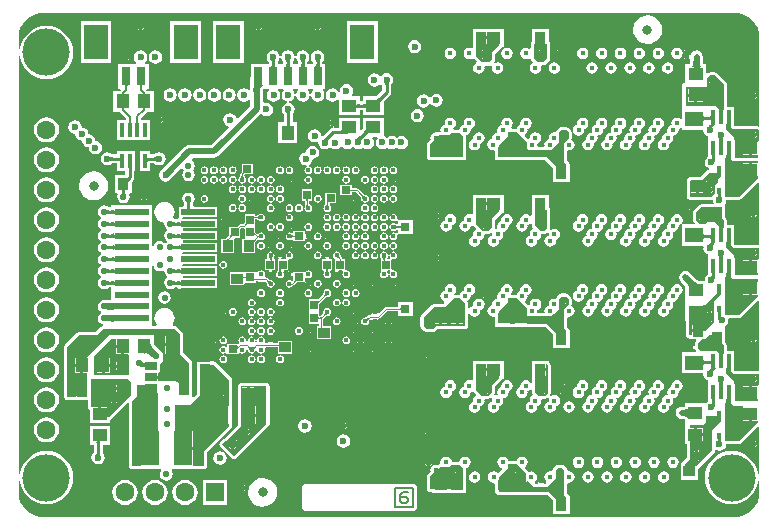
<source format=gbl>
G04*
G04 #@! TF.GenerationSoftware,Altium Limited,Altium Designer,18.1.7 (191)*
G04*
G04 Layer_Physical_Order=6*
G04 Layer_Color=16711680*
%FSLAX25Y25*%
%MOIN*%
G70*
G01*
G75*
%ADD10C,0.01000*%
%ADD13C,0.00787*%
%ADD17C,0.03200*%
%ADD18R,0.03543X0.03937*%
%ADD20R,0.03937X0.03543*%
%ADD22R,0.03150X0.06299*%
%ADD23R,0.08268X0.11811*%
%ADD24R,0.04921X0.04331*%
%ADD25R,0.04331X0.04921*%
%ADD27R,0.05906X0.05118*%
%ADD28R,0.01575X0.04803*%
%ADD29R,0.01378X0.02165*%
%ADD48C,0.15748*%
%ADD49C,0.00500*%
%ADD50C,0.00400*%
%ADD51C,0.02165*%
%ADD53R,0.06299X0.06299*%
%ADD54C,0.06299*%
%ADD55R,0.06299X0.06299*%
%ADD56C,0.02362*%
%ADD57C,0.01772*%
%ADD58C,0.02165*%
%ADD69R,0.06102X0.11811*%
%ADD70R,0.03000X0.02600*%
%ADD71R,0.02600X0.03000*%
%ADD72R,0.05118X0.05906*%
%ADD73R,0.04331X0.02559*%
%ADD74R,0.11811X0.02402*%
%ADD75C,0.01378*%
G36*
X228603Y153216D02*
X228636Y152846D01*
X228690Y152519D01*
X228766Y152236D01*
X228863Y151997D01*
X228982Y151801D01*
X229123Y151648D01*
X229285Y151540D01*
X229469Y151474D01*
X229675Y151452D01*
X225344D01*
X225550Y151474D01*
X225734Y151540D01*
X225897Y151648D01*
X226037Y151801D01*
X226156Y151997D01*
X226254Y152236D01*
X226330Y152519D01*
X226384Y152846D01*
X226416Y153216D01*
X226427Y153630D01*
X228592D01*
X228603Y153216D01*
D02*
G37*
G36*
X233661Y148721D02*
X236811Y145571D01*
X236811Y144980D01*
X236811Y137984D01*
X236800D01*
Y137666D01*
X236516Y137284D01*
X236300Y137284D01*
X236228D01*
Y134882D01*
X235228D01*
Y137348D01*
X234941Y137500D01*
X234657Y137784D01*
Y137984D01*
X234457D01*
X234055Y138386D01*
X223917D01*
X223917Y144980D01*
X231102Y144980D01*
X231102Y147859D01*
X231964Y148721D01*
X233661Y148721D01*
D02*
G37*
G36*
X232406Y133421D02*
X232396Y133516D01*
X232365Y133601D01*
X232315Y133676D01*
X232244Y133741D01*
X232153Y133796D01*
X232042Y133841D01*
X231910Y133876D01*
X231758Y133901D01*
X231586Y133916D01*
X231394Y133921D01*
Y134921D01*
X231586Y134926D01*
X231758Y134941D01*
X231910Y134966D01*
X232042Y135001D01*
X232153Y135046D01*
X232244Y135101D01*
X232315Y135166D01*
X232365Y135241D01*
X232396Y135326D01*
X232406Y135421D01*
Y133421D01*
D02*
G37*
G36*
X229711Y135326D02*
X229741Y135241D01*
X229791Y135166D01*
X229862Y135101D01*
X229953Y135046D01*
X230065Y135001D01*
X230196Y134966D01*
X230348Y134941D01*
X230520Y134926D01*
X230712Y134921D01*
Y133921D01*
X230520Y133916D01*
X230348Y133901D01*
X230196Y133876D01*
X230065Y133841D01*
X229953Y133796D01*
X229862Y133741D01*
X229791Y133676D01*
X229741Y133601D01*
X229711Y133516D01*
X229700Y133421D01*
Y135421D01*
X229711Y135326D01*
D02*
G37*
G36*
X10000Y169632D02*
X229323D01*
X229331Y169630D01*
X240222D01*
X241656Y169489D01*
X243249Y169006D01*
X244717Y168221D01*
X246004Y167165D01*
X247060Y165879D01*
X247845Y164411D01*
X248328Y162818D01*
X248484Y161230D01*
X248471Y161161D01*
Y146987D01*
X248470Y146865D01*
X248471Y146860D01*
Y132071D01*
X248427Y131999D01*
X248241Y131837D01*
X247971Y131708D01*
X247910Y131725D01*
X247868Y131720D01*
X247827Y131728D01*
X240235D01*
X240079Y131885D01*
Y132480D01*
X240075Y132500D01*
Y138284D01*
X237831D01*
X237831Y144980D01*
X237831Y145571D01*
X237753Y145961D01*
X237532Y146292D01*
X234382Y149441D01*
X234051Y149662D01*
X233661Y149740D01*
X231964Y149740D01*
X231573Y149662D01*
X231243Y149442D01*
X231186Y149385D01*
X230724Y149576D01*
Y152476D01*
X229769D01*
X229734Y152561D01*
X229688Y152735D01*
X229648Y152974D01*
X229633Y153142D01*
Y154921D01*
X229472Y155734D01*
X229011Y156423D01*
X228323Y156883D01*
X227510Y157045D01*
X226697Y156883D01*
X226008Y156423D01*
X225548Y155734D01*
X225489Y155437D01*
X225450Y155422D01*
X224969Y155384D01*
X224851Y155560D01*
X224713Y155652D01*
Y154921D01*
Y154190D01*
X224851Y154283D01*
X224886Y154335D01*
X225386Y154183D01*
Y153142D01*
X225372Y152974D01*
X225332Y152735D01*
X225286Y152561D01*
X225251Y152476D01*
X223803D01*
Y147039D01*
X223649Y146582D01*
X223367Y146300D01*
D01*
X223318Y146251D01*
X222819Y145752D01*
Y137784D01*
Y134345D01*
X222319Y134176D01*
X221799Y134523D01*
X221063Y134670D01*
X220327Y134523D01*
X219703Y134107D01*
X219287Y133483D01*
X219140Y132747D01*
X219207Y132410D01*
X218949Y132358D01*
X218325Y131941D01*
X217909Y131318D01*
X217762Y130582D01*
X217834Y130222D01*
X217900Y129843D01*
X217471Y129679D01*
X217178Y129621D01*
X216554Y129204D01*
X216137Y128580D01*
X215991Y127844D01*
X216061Y127489D01*
X215800Y127437D01*
X215176Y127020D01*
X214759Y126396D01*
X214613Y125661D01*
X214759Y124925D01*
X215176Y124301D01*
X215800Y123884D01*
X216535Y123738D01*
X217271Y123884D01*
X217895Y124301D01*
X218312Y124925D01*
X218458Y125661D01*
X218388Y126016D01*
X218649Y126068D01*
X219273Y126484D01*
X219690Y127108D01*
X219836Y127844D01*
X219765Y128204D01*
X219698Y128583D01*
X220128Y128747D01*
X220421Y128805D01*
X221045Y129222D01*
X221461Y129846D01*
X221608Y130582D01*
X221541Y130919D01*
X221799Y130971D01*
X222319Y131318D01*
X222819Y131149D01*
Y130665D01*
X229638D01*
X229764Y130512D01*
X229934Y129661D01*
X230416Y128939D01*
X231137Y128457D01*
X231284Y128428D01*
X231382Y127969D01*
X231382D01*
Y122215D01*
X231374Y122177D01*
X231382Y122139D01*
Y121715D01*
X230845Y121356D01*
X230363Y120634D01*
X230193Y119783D01*
X230363Y118932D01*
X230845Y118211D01*
X231566Y117729D01*
X231688Y117705D01*
X231639Y117205D01*
X231539D01*
X231149Y117127D01*
X230818Y116906D01*
X228810Y114898D01*
X225550Y114898D01*
X225160Y114820D01*
X224830Y114599D01*
X224476Y114245D01*
X224255Y113915D01*
X224177Y113524D01*
X224177Y108366D01*
X224255Y107976D01*
X224476Y107645D01*
X224807Y107424D01*
X225197Y107347D01*
X231693Y107346D01*
X232436Y107346D01*
X232840Y107212D01*
X232914Y107185D01*
X232957Y106970D01*
X233083Y106334D01*
X233196Y106165D01*
X232960Y105724D01*
X232720D01*
X232622Y105744D01*
X229134Y105744D01*
X228744Y105666D01*
X228413Y105445D01*
X226689Y103721D01*
X226467Y103390D01*
X226390Y103000D01*
X226390Y100453D01*
X226390Y100453D01*
X226390Y100453D01*
X226431Y100246D01*
X226467Y100063D01*
X226467Y100063D01*
X226467Y100063D01*
X226571Y99907D01*
X226688Y99732D01*
X226689Y99732D01*
X226897Y99523D01*
X226706Y99061D01*
X223304D01*
X222992Y99061D01*
X222850Y99107D01*
X222626Y99524D01*
X222659Y99655D01*
X222839Y99925D01*
X222871Y100084D01*
X222986Y100661D01*
X222839Y101396D01*
X222423Y102020D01*
X221799Y102437D01*
X221063Y102583D01*
X220327Y102437D01*
X219703Y102020D01*
X219287Y101396D01*
X219140Y100661D01*
X219207Y100323D01*
X218949Y100272D01*
X218325Y99855D01*
X217909Y99231D01*
X217762Y98495D01*
X217834Y98135D01*
X217900Y97756D01*
X217471Y97592D01*
X217178Y97534D01*
X216554Y97117D01*
X216137Y96493D01*
X215991Y95757D01*
X216061Y95402D01*
X215800Y95350D01*
X215176Y94933D01*
X214759Y94310D01*
X214613Y93574D01*
X214759Y92838D01*
X215176Y92214D01*
X215800Y91798D01*
X216535Y91651D01*
X217271Y91798D01*
X217895Y92214D01*
X218312Y92838D01*
X218458Y93574D01*
X218388Y93929D01*
X218649Y93981D01*
X219273Y94398D01*
X219690Y95022D01*
X219836Y95757D01*
X219765Y96117D01*
X219698Y96496D01*
X220128Y96660D01*
X220421Y96719D01*
X221045Y97136D01*
X221461Y97759D01*
X221608Y98495D01*
X221541Y98833D01*
X221799Y98884D01*
X222176Y99136D01*
X222358Y99237D01*
X222582Y99179D01*
X222745Y99055D01*
X222809Y98932D01*
X222811Y98630D01*
Y91943D01*
X229530D01*
X229847Y91557D01*
X229764Y91142D01*
X229934Y90291D01*
X230416Y89569D01*
X231137Y89087D01*
X231284Y89058D01*
X231382Y88598D01*
X231382D01*
Y82845D01*
X231374Y82807D01*
X231382Y82769D01*
Y82443D01*
X230845Y82084D01*
X230363Y81363D01*
X230193Y80512D01*
X230045Y80331D01*
X228319D01*
X228223Y80373D01*
X227990Y80505D01*
X227730Y80682D01*
X227165Y81153D01*
X225320Y82998D01*
X224632Y83458D01*
X223819Y83619D01*
X223006Y83458D01*
X222317Y82998D01*
X221857Y82309D01*
X221695Y81496D01*
X221857Y80683D01*
X222317Y79994D01*
X222992Y79320D01*
X223409Y78875D01*
X223703Y78515D01*
X223803Y78374D01*
Y74000D01*
Y66815D01*
X224079D01*
X224079Y62106D01*
X224156Y61716D01*
X224377Y61385D01*
X224708Y61164D01*
X225098Y61087D01*
X225138D01*
Y60713D01*
X227228D01*
X227419Y60251D01*
X227330Y60162D01*
X227109Y59831D01*
X227032Y59441D01*
X227032Y58620D01*
X226532Y58469D01*
X226426Y58627D01*
X226287Y58719D01*
Y57988D01*
Y57257D01*
X226426Y57349D01*
X226558Y57547D01*
X226942Y57539D01*
X227079Y57495D01*
X227109Y57343D01*
X227110Y57341D01*
X227111Y57339D01*
X227220Y57177D01*
X227283Y57083D01*
X227173Y56693D01*
X227119Y56583D01*
X222819D01*
Y49465D01*
X229509D01*
X229764Y49154D01*
X229934Y48303D01*
X230416Y47581D01*
X231137Y47099D01*
X231284Y47070D01*
X231382Y46610D01*
X231382D01*
Y40857D01*
X231374Y40819D01*
X231382Y40781D01*
Y40022D01*
X230967Y39745D01*
X230845Y39663D01*
X230768Y39566D01*
X230626Y39386D01*
Y39386D01*
X230626Y39386D01*
X223705D01*
Y38444D01*
X223674Y38432D01*
X223510Y38391D01*
X223283Y38355D01*
X223148Y38344D01*
X222659D01*
X221847Y38182D01*
X221158Y37722D01*
X220697Y37033D01*
X220536Y36220D01*
X220697Y35408D01*
X221158Y34719D01*
X221847Y34259D01*
X222659Y34097D01*
X223148D01*
X223283Y34086D01*
X223510Y34050D01*
X223674Y34008D01*
X223705Y33997D01*
Y33055D01*
Y25870D01*
X224276D01*
X224276Y21331D01*
X222803Y19858D01*
X222582Y19527D01*
X222577Y19504D01*
X222198D01*
Y13961D01*
X228135D01*
Y17694D01*
X233355Y22914D01*
X233576Y23245D01*
X233654Y23635D01*
Y23724D01*
X234095Y23959D01*
X234287Y23831D01*
X235138Y23662D01*
X235989Y23831D01*
X236710Y24313D01*
X237192Y25035D01*
X237355Y25850D01*
X241732Y25850D01*
X242122Y25928D01*
X242453Y26149D01*
X248009Y31705D01*
X248471Y31513D01*
Y24516D01*
X248469Y24508D01*
Y15920D01*
X247969Y15896D01*
X247919Y16405D01*
X247411Y18078D01*
X246587Y19619D01*
X245479Y20971D01*
X244127Y22080D01*
X242586Y22904D01*
X240913Y23411D01*
X239173Y23582D01*
X237434Y23411D01*
X235761Y22904D01*
X234219Y22080D01*
X232868Y20971D01*
X231759Y19619D01*
X230935Y18078D01*
X230428Y16405D01*
X230256Y14665D01*
X230428Y12926D01*
X230935Y11253D01*
X231759Y9711D01*
X232868Y8360D01*
X234219Y7251D01*
X235761Y6427D01*
X237434Y5920D01*
X239173Y5748D01*
X240913Y5920D01*
X242586Y6427D01*
X244127Y7251D01*
X245479Y8360D01*
X246587Y9711D01*
X247411Y11253D01*
X247919Y12926D01*
X247969Y13435D01*
X248469Y13410D01*
Y9679D01*
X248328Y8245D01*
X247845Y6652D01*
X247060Y5184D01*
X246004Y3898D01*
X244717Y2842D01*
X243249Y2057D01*
X241656Y1574D01*
X240068Y1417D01*
X240000Y1431D01*
X20382D01*
X20374Y1433D01*
X9778D01*
X8343Y1574D01*
X6751Y2057D01*
X5283Y2842D01*
X3996Y3898D01*
X2940Y5184D01*
X2155Y6652D01*
X1672Y8245D01*
X1516Y9833D01*
X1529Y9902D01*
Y13427D01*
X2029Y13451D01*
X2081Y12926D01*
X2589Y11253D01*
X3413Y9711D01*
X4521Y8360D01*
X5873Y7251D01*
X7414Y6427D01*
X9087Y5920D01*
X10827Y5748D01*
X12566Y5920D01*
X14239Y6427D01*
X15781Y7251D01*
X17132Y8360D01*
X18241Y9711D01*
X19065Y11253D01*
X19572Y12926D01*
X19744Y14665D01*
X19572Y16405D01*
X19065Y18078D01*
X18241Y19619D01*
X17132Y20971D01*
X15781Y22080D01*
X14239Y22904D01*
X12566Y23411D01*
X10827Y23582D01*
X9087Y23411D01*
X7414Y22904D01*
X5873Y22080D01*
X4521Y20971D01*
X3413Y19619D01*
X2589Y18078D01*
X2081Y16405D01*
X2029Y15879D01*
X1529Y15904D01*
Y24077D01*
X1531Y24297D01*
X1529Y24305D01*
Y146842D01*
X1531Y146850D01*
Y155143D01*
X2031Y155167D01*
X2081Y154658D01*
X2589Y152985D01*
X3413Y151444D01*
X4521Y150092D01*
X5873Y148984D01*
X7414Y148159D01*
X9087Y147652D01*
X10827Y147481D01*
X12566Y147652D01*
X14239Y148159D01*
X15781Y148984D01*
X17132Y150092D01*
X18241Y151444D01*
X19065Y152985D01*
X19572Y154658D01*
X19744Y156398D01*
X19572Y158137D01*
X19065Y159810D01*
X18241Y161352D01*
X17132Y162703D01*
X15781Y163812D01*
X14239Y164636D01*
X12566Y165143D01*
X10827Y165315D01*
X9087Y165143D01*
X7414Y164636D01*
X5873Y163812D01*
X4521Y162703D01*
X3413Y161352D01*
X2589Y159810D01*
X2081Y158137D01*
X2031Y157628D01*
X1531Y157652D01*
Y161384D01*
X1672Y162818D01*
X2155Y164411D01*
X2940Y165879D01*
X3996Y167165D01*
X5283Y168221D01*
X6751Y169006D01*
X8343Y169489D01*
X9932Y169646D01*
X10000Y169632D01*
D02*
G37*
G36*
X233945Y132492D02*
X233855Y132482D01*
X233753Y132450D01*
X233638Y132397D01*
X233510Y132323D01*
X233369Y132227D01*
X233215Y132111D01*
X232908Y131848D01*
X232858Y131778D01*
X232814Y131701D01*
X232783Y131628D01*
X232766Y131559D01*
X232764Y131495D01*
X232775Y131436D01*
X232800Y131381D01*
X232839Y131331D01*
X231307Y131477D01*
X231743Y132018D01*
X231687Y132063D01*
X231900Y132283D01*
X232231Y132671D01*
X232350Y132838D01*
X232438Y132988D01*
X232494Y133121D01*
X232519Y133236D01*
X232513Y133334D01*
X232475Y133414D01*
X232406Y133477D01*
X233945Y132492D01*
D02*
G37*
G36*
X236395Y128026D02*
X236339Y127954D01*
X236290Y127875D01*
X236248Y127790D01*
X236212Y127700D01*
X236182Y127603D01*
X236159Y127501D01*
X236159Y127497D01*
X236164Y127446D01*
X236190Y127316D01*
X236223Y127207D01*
X236264Y127117D01*
X236313Y127047D01*
X236369Y126997D01*
X236433Y126967D01*
X236504Y126956D01*
X234953D01*
X234987Y126967D01*
X235017Y126997D01*
X235043Y127047D01*
X235066Y127117D01*
X235086Y127207D01*
X235102Y127316D01*
X235110Y127434D01*
X235101Y127501D01*
X235078Y127603D01*
X235048Y127700D01*
X235012Y127790D01*
X234970Y127875D01*
X234921Y127954D01*
X234865Y128026D01*
X234803Y128094D01*
X236457D01*
X236395Y128026D01*
D02*
G37*
G36*
X238787Y132480D02*
X239059D01*
Y131480D01*
X239075D01*
Y131447D01*
X239813Y130709D01*
X247827D01*
X248327Y130452D01*
X248327Y127264D01*
X247933Y126870D01*
Y126673D01*
X245972D01*
Y124508D01*
Y122343D01*
X247933D01*
Y121356D01*
X240431Y121356D01*
X240201Y121665D01*
X240347Y121968D01*
Y124567D01*
Y127181D01*
X240059Y127469D01*
Y128150D01*
X237500Y130709D01*
Y131980D01*
X237500Y132480D01*
X237787D01*
Y134882D01*
X238787D01*
Y132480D01*
D02*
G37*
G36*
X233892Y122167D02*
X233846Y122137D01*
X233804Y122087D01*
X233768Y122017D01*
X233738Y121927D01*
X233713Y121817D01*
X233694Y121687D01*
X233680Y121537D01*
X233669Y121177D01*
X233653D01*
X233572Y120032D01*
X232317Y120960D01*
X232384Y120973D01*
X232444Y120997D01*
X232497Y121035D01*
X232542Y121084D01*
X232581Y121147D01*
X232613Y121222D01*
X232638Y121309D01*
X232655Y121409D01*
X232660Y121461D01*
X232645Y121687D01*
X232625Y121817D01*
X232600Y121927D01*
X232570Y122017D01*
X232534Y122087D01*
X232493Y122137D01*
X232446Y122167D01*
X232394Y122177D01*
X233945D01*
X233892Y122167D01*
D02*
G37*
G36*
X234547Y113091D02*
X233563Y112106D01*
X233563Y109449D01*
X232480Y108366D01*
X231693Y108366D01*
X225197Y108366D01*
X225197Y113524D01*
X225550Y113878D01*
X229232Y113878D01*
X231539Y116185D01*
X234547Y116185D01*
X234547Y113091D01*
D02*
G37*
G36*
X238787Y122165D02*
X239072D01*
X239074Y120670D01*
X239606Y120138D01*
X247933Y120138D01*
Y119488D01*
X245972D01*
Y117323D01*
Y115157D01*
X247933D01*
Y114567D01*
X241732Y108366D01*
X237106Y108366D01*
Y109153D01*
X237197D01*
Y110236D01*
Y111319D01*
X237106D01*
X237106Y116437D01*
X237197D01*
Y117520D01*
Y118602D01*
X237106D01*
Y121063D01*
X237500Y121457D01*
Y121665D01*
X237500Y122165D01*
X237787D01*
Y124567D01*
X238787D01*
Y122165D01*
D02*
G37*
G36*
X235781Y109155D02*
X235751Y109125D01*
X235724Y109075D01*
X235701Y109005D01*
X235682Y108916D01*
X235666Y108806D01*
X235657Y108688D01*
X235667Y108621D01*
X235690Y108519D01*
X235719Y108423D01*
X235755Y108332D01*
X235798Y108247D01*
X235847Y108168D01*
X235903Y108096D01*
X235965Y108028D01*
X234311Y108028D01*
X234373Y108096D01*
X234429Y108168D01*
X234478Y108247D01*
X234520Y108332D01*
X234556Y108423D01*
X234585Y108519D01*
X234608Y108621D01*
X234613Y108654D01*
X234594Y108916D01*
X234574Y109005D01*
X234551Y109075D01*
X234524Y109125D01*
X234494Y109155D01*
X234461Y109166D01*
X235815D01*
X235781Y109155D01*
D02*
G37*
G36*
X248471Y113009D02*
Y92701D01*
X248427Y92629D01*
X248241Y92467D01*
X247971Y92338D01*
X247910Y92355D01*
X247868Y92350D01*
X247827Y92358D01*
X240235D01*
X240079Y92515D01*
Y93110D01*
X240075Y93130D01*
Y98913D01*
X237535D01*
X237535Y100433D01*
X237458Y100823D01*
X237237Y101154D01*
X237165Y101225D01*
Y105724D01*
X237165D01*
X236996Y106041D01*
X237192Y106334D01*
X237362Y107185D01*
X237494Y107346D01*
X241732Y107346D01*
X242122Y107424D01*
X242453Y107645D01*
X248009Y113201D01*
X248471Y113009D01*
D02*
G37*
G36*
X232622Y104724D02*
Y103256D01*
X234394D01*
Y102756D01*
X234894D01*
Y100787D01*
X236161D01*
X236516Y100433D01*
X236516Y97913D01*
X236228D01*
Y95512D01*
X235228D01*
Y97913D01*
X234954D01*
Y98436D01*
X233478Y99913D01*
X231191D01*
X230491Y99213D01*
X228650D01*
X227409Y100453D01*
X227410Y103000D01*
X229134Y104724D01*
X229331D01*
X232622Y104724D01*
D02*
G37*
G36*
X232406Y94051D02*
X232396Y94146D01*
X232365Y94231D01*
X232315Y94306D01*
X232244Y94371D01*
X232153Y94426D01*
X232042Y94471D01*
X231910Y94506D01*
X231758Y94531D01*
X231586Y94546D01*
X231394Y94551D01*
Y95551D01*
X231586Y95556D01*
X231758Y95571D01*
X231910Y95596D01*
X232042Y95631D01*
X232153Y95676D01*
X232244Y95731D01*
X232315Y95796D01*
X232365Y95871D01*
X232396Y95956D01*
X232406Y96051D01*
Y94051D01*
D02*
G37*
G36*
X229703Y95956D02*
X229733Y95871D01*
X229784Y95796D01*
X229854Y95731D01*
X229945Y95676D01*
X230057Y95631D01*
X230188Y95596D01*
X230340Y95571D01*
X230512Y95556D01*
X230704Y95551D01*
Y94551D01*
X230512Y94546D01*
X230340Y94531D01*
X230188Y94506D01*
X230057Y94471D01*
X229945Y94426D01*
X229854Y94371D01*
X229784Y94306D01*
X229733Y94231D01*
X229703Y94146D01*
X229693Y94051D01*
Y96051D01*
X229703Y95956D01*
D02*
G37*
G36*
X233945Y93122D02*
X233900Y93112D01*
X233837Y93080D01*
X233757Y93027D01*
X233659Y92953D01*
X233411Y92740D01*
X233085Y92428D01*
X233059Y92397D01*
X233001Y92312D01*
X232957Y92230D01*
X232926Y92151D01*
X232908Y92075D01*
X232904Y92001D01*
X232913Y91930D01*
X232935Y91862D01*
X232971Y91797D01*
X231419Y92177D01*
X231695Y92457D01*
X231687Y92460D01*
X231908Y92687D01*
X232250Y93085D01*
X232371Y93255D01*
X232460Y93406D01*
X232515Y93538D01*
X232537Y93651D01*
X232527Y93744D01*
X232483Y93819D01*
X232406Y93874D01*
X233945Y93122D01*
D02*
G37*
G36*
X236395Y88657D02*
X236339Y88584D01*
X236290Y88505D01*
X236248Y88420D01*
X236212Y88329D01*
X236182Y88233D01*
X236159Y88131D01*
X236159Y88127D01*
X236164Y88076D01*
X236190Y87946D01*
X236223Y87836D01*
X236264Y87746D01*
X236313Y87676D01*
X236369Y87626D01*
X236433Y87596D01*
X236504Y87586D01*
X234953D01*
X234987Y87596D01*
X235017Y87626D01*
X235043Y87676D01*
X235066Y87746D01*
X235086Y87836D01*
X235102Y87946D01*
X235110Y88064D01*
X235101Y88131D01*
X235078Y88233D01*
X235048Y88329D01*
X235012Y88420D01*
X234970Y88505D01*
X234921Y88584D01*
X234865Y88657D01*
X234803Y88723D01*
X236457D01*
X236395Y88657D01*
D02*
G37*
G36*
X238787Y93110D02*
X239059D01*
Y92110D01*
X239075D01*
Y92077D01*
X239813Y91339D01*
X247827D01*
X248327Y91082D01*
X248327Y87894D01*
X247933Y87500D01*
Y87205D01*
X245972D01*
Y85039D01*
Y82874D01*
X247933D01*
Y82084D01*
X240642Y82084D01*
X240299Y82537D01*
X240403Y82795D01*
X241634D01*
Y84697D01*
X240846D01*
Y85197D01*
X240347D01*
Y87811D01*
X240059Y88098D01*
Y88779D01*
X237500Y91339D01*
Y92610D01*
X237500Y93110D01*
X237787D01*
Y95512D01*
X238787D01*
Y93110D01*
D02*
G37*
G36*
X233892Y82797D02*
X233846Y82767D01*
X233804Y82717D01*
X233768Y82647D01*
X233738Y82557D01*
X233713Y82447D01*
X233694Y82317D01*
X233680Y82167D01*
X233669Y81807D01*
X233646D01*
X233572Y80761D01*
X232317Y81689D01*
X232384Y81701D01*
X232444Y81726D01*
X232497Y81763D01*
X232542Y81813D01*
X232581Y81875D01*
X232613Y81950D01*
X232638Y82037D01*
X232655Y82137D01*
X232656Y82148D01*
X232645Y82317D01*
X232625Y82447D01*
X232600Y82557D01*
X232570Y82647D01*
X232534Y82717D01*
X232493Y82767D01*
X232446Y82797D01*
X232394Y82807D01*
X233945D01*
X233892Y82797D01*
D02*
G37*
G36*
X226388Y80473D02*
X227116Y79867D01*
X227450Y79639D01*
X227766Y79460D01*
X228063Y79330D01*
X228340Y79250D01*
X228599Y79220D01*
X228838Y79238D01*
X229059Y79307D01*
X224827Y77438D01*
X225001Y77552D01*
X225103Y77709D01*
X225131Y77909D01*
X225086Y78151D01*
X224968Y78436D01*
X224777Y78763D01*
X224514Y79133D01*
X224177Y79546D01*
X223284Y80500D01*
X225996Y80850D01*
X226388Y80473D01*
D02*
G37*
G36*
X238787Y82795D02*
X239075D01*
Y81299D01*
X239665Y80709D01*
X247933D01*
Y80020D01*
X245972D01*
Y77854D01*
Y75689D01*
X247933D01*
Y75098D01*
X241732Y68898D01*
X237106Y68898D01*
Y69784D01*
X237197D01*
Y70866D01*
Y71949D01*
X237106D01*
Y77067D01*
X237197D01*
Y78150D01*
Y79232D01*
X237106D01*
Y81595D01*
X237500Y81988D01*
Y82295D01*
X237500Y82795D01*
X237787D01*
Y85197D01*
X238787D01*
Y82795D01*
D02*
G37*
G36*
X235781Y69785D02*
X235751Y69756D01*
X235724Y69705D01*
X235701Y69635D01*
X235682Y69546D01*
X235666Y69436D01*
X235645Y69156D01*
X235640Y68903D01*
X235641Y68855D01*
X235651Y68742D01*
X235668Y68643D01*
X235692Y68556D01*
X235723Y68482D01*
X235761Y68421D01*
X235805Y68373D01*
X235856Y68338D01*
X235914Y68315D01*
X235979Y68306D01*
X234765Y67346D01*
X234638Y68715D01*
X234941Y68796D01*
X234638D01*
X234636Y68985D01*
X234594Y69546D01*
X234574Y69635D01*
X234551Y69705D01*
X234524Y69756D01*
X234494Y69785D01*
X234461Y69796D01*
X235815D01*
X235781Y69785D01*
D02*
G37*
G36*
X232780Y74110D02*
X233465Y73425D01*
X233465Y66689D01*
X230181Y63405D01*
X229681Y63495D01*
Y65650D01*
X228410D01*
Y63681D01*
X227909D01*
Y63181D01*
X226138D01*
Y62106D01*
X225098D01*
X225098Y67815D01*
X226764D01*
Y69980D01*
X227264D01*
Y70480D01*
X229724D01*
Y72146D01*
X230184Y72244D01*
X230413D01*
X232280Y74110D01*
X232780Y74110D01*
D02*
G37*
G36*
X232622Y62106D02*
Y61622D01*
X234394D01*
Y61122D01*
X234894D01*
Y59153D01*
X236165D01*
Y59110D01*
X236516Y58760D01*
X236516Y55925D01*
X236228D01*
Y53524D01*
X235228D01*
Y55925D01*
X234954D01*
Y56188D01*
X234657Y56485D01*
Y56625D01*
X234517D01*
X234350Y56791D01*
X229001D01*
X228051Y57734D01*
X228051Y59441D01*
X229339Y60728D01*
X230287Y60728D01*
X231665Y62106D01*
X232622Y62106D01*
D02*
G37*
G36*
X232406Y52063D02*
X232396Y52158D01*
X232365Y52243D01*
X232315Y52318D01*
X232244Y52383D01*
X232153Y52438D01*
X232042Y52483D01*
X231910Y52518D01*
X231758Y52543D01*
X231586Y52558D01*
X231394Y52563D01*
Y53563D01*
X231586Y53568D01*
X231758Y53583D01*
X231910Y53608D01*
X232042Y53643D01*
X232153Y53688D01*
X232244Y53743D01*
X232315Y53808D01*
X232365Y53883D01*
X232396Y53968D01*
X232406Y54063D01*
Y52063D01*
D02*
G37*
G36*
X229711Y53968D02*
X229741Y53883D01*
X229791Y53808D01*
X229862Y53743D01*
X229953Y53688D01*
X230065Y53643D01*
X230196Y53608D01*
X230348Y53583D01*
X230520Y53568D01*
X230712Y53563D01*
Y52563D01*
X230520Y52558D01*
X230348Y52543D01*
X230196Y52518D01*
X230065Y52483D01*
X229953Y52438D01*
X229862Y52383D01*
X229791Y52318D01*
X229741Y52243D01*
X229711Y52158D01*
X229700Y52063D01*
Y54063D01*
X229711Y53968D01*
D02*
G37*
G36*
X248471Y73541D02*
Y50713D01*
X248427Y50640D01*
X248241Y50479D01*
X247971Y50349D01*
X247910Y50367D01*
X247868Y50362D01*
X247827Y50370D01*
X240235D01*
X240079Y50527D01*
Y51122D01*
X240075Y51141D01*
Y56925D01*
X237535D01*
X237535Y58760D01*
X237535Y58760D01*
X237535Y58760D01*
X237458Y59150D01*
X237458Y59150D01*
X237321Y59354D01*
X237237Y59481D01*
X237237Y59481D01*
X237237Y59481D01*
X237165Y59552D01*
Y65221D01*
X237498Y65553D01*
X237980Y66275D01*
X238149Y67126D01*
X238076Y67492D01*
X238393Y67878D01*
X241732Y67878D01*
X242122Y67956D01*
X242453Y68177D01*
X248009Y73732D01*
X248471Y73541D01*
D02*
G37*
G36*
X233945Y51134D02*
X233906Y51123D01*
X233849Y51092D01*
X233774Y51039D01*
X233681Y50964D01*
X233291Y50614D01*
X233132Y50459D01*
X233079Y50393D01*
X233021Y50308D01*
X232976Y50226D01*
X232944Y50146D01*
X232926Y50069D01*
X232922Y49994D01*
X232930Y49921D01*
X232952Y49852D01*
X232987Y49784D01*
X231435Y50197D01*
X231449Y50209D01*
X231482Y50240D01*
X231834Y50589D01*
X231909Y50666D01*
X232253Y51066D01*
X232375Y51236D01*
X232463Y51387D01*
X232518Y51519D01*
X232540Y51631D01*
X232529Y51724D01*
X232484Y51797D01*
X232406Y51851D01*
X233945Y51134D01*
D02*
G37*
G36*
X236395Y46668D02*
X236339Y46595D01*
X236290Y46517D01*
X236248Y46432D01*
X236212Y46341D01*
X236182Y46245D01*
X236159Y46143D01*
X236159Y46139D01*
X236164Y46088D01*
X236190Y45958D01*
X236223Y45848D01*
X236264Y45758D01*
X236313Y45688D01*
X236369Y45638D01*
X236433Y45608D01*
X236504Y45598D01*
X234953D01*
X234987Y45608D01*
X235017Y45638D01*
X235043Y45688D01*
X235066Y45758D01*
X235086Y45848D01*
X235102Y45958D01*
X235110Y46076D01*
X235101Y46143D01*
X235078Y46245D01*
X235048Y46341D01*
X235012Y46432D01*
X234970Y46517D01*
X234921Y46595D01*
X234865Y46668D01*
X234803Y46735D01*
X236457D01*
X236395Y46668D01*
D02*
G37*
G36*
X238787Y51122D02*
X239059D01*
Y50122D01*
X239075D01*
Y50089D01*
X239813Y49350D01*
X247827D01*
X248327Y49094D01*
X248327Y45906D01*
X247933Y45512D01*
Y45177D01*
X245972D01*
Y43012D01*
Y40846D01*
X247933D01*
Y40059D01*
X240456Y40059D01*
X240259Y40307D01*
X240347Y40488D01*
Y43209D01*
Y45823D01*
X240059Y46110D01*
Y46791D01*
X237500Y49350D01*
Y50622D01*
X237500Y51122D01*
X237787D01*
Y53524D01*
X238787D01*
Y51122D01*
D02*
G37*
G36*
X233892Y40809D02*
X233846Y40779D01*
X233804Y40729D01*
X233768Y40659D01*
X233738Y40569D01*
X233713Y40459D01*
X233694Y40329D01*
X233680Y40179D01*
X233669Y39819D01*
X233220D01*
X233669Y39710D01*
X233572Y38339D01*
X232317Y39267D01*
X232384Y39280D01*
X232444Y39304D01*
X232497Y39342D01*
X232542Y39391D01*
X232581Y39454D01*
X232613Y39529D01*
X232638Y39616D01*
X232655Y39716D01*
X232666Y39828D01*
X232668Y39908D01*
X232667Y40009D01*
X232645Y40329D01*
X232625Y40459D01*
X232600Y40569D01*
X232570Y40659D01*
X232534Y40729D01*
X232493Y40779D01*
X232446Y40809D01*
X232394Y40819D01*
X233945D01*
X233892Y40809D01*
D02*
G37*
G36*
X224729Y34163D02*
X224708Y34348D01*
X224646Y34514D01*
X224542Y34660D01*
X224398Y34787D01*
X224211Y34894D01*
X223984Y34982D01*
X223715Y35050D01*
X223404Y35099D01*
X223052Y35128D01*
X222659Y35138D01*
Y37303D01*
X223052Y37313D01*
X223404Y37342D01*
X223715Y37391D01*
X223984Y37459D01*
X224211Y37547D01*
X224398Y37654D01*
X224542Y37781D01*
X224646Y37927D01*
X224708Y38093D01*
X224729Y38278D01*
Y34163D01*
D02*
G37*
G36*
X238787Y40807D02*
X239070D01*
X239073Y39320D01*
X239909Y38484D01*
X242993Y38484D01*
X243012Y37984D01*
Y36327D01*
X245473D01*
Y35827D01*
X245972D01*
Y33661D01*
X247933D01*
Y33071D01*
X241732Y26870D01*
X237106Y26870D01*
Y27461D01*
X237197D01*
Y28543D01*
Y29626D01*
X237106D01*
X237106Y34744D01*
X237197D01*
Y35827D01*
Y36909D01*
X237106D01*
Y39469D01*
X237500Y39862D01*
Y40307D01*
X237500Y40807D01*
X237787D01*
Y43209D01*
X238787D01*
Y40807D01*
D02*
G37*
G36*
X235641Y27545D02*
X235647Y27473D01*
X235815D01*
X235781Y27463D01*
X235751Y27433D01*
X235724Y27383D01*
X235701Y27313D01*
X235686Y27239D01*
X235690Y27220D01*
X235719Y27123D01*
X235755Y27033D01*
X235798Y26948D01*
X235847Y26869D01*
X235903Y26796D01*
X235965Y26729D01*
X235643D01*
X235638Y26473D01*
X234638D01*
X234636Y26663D01*
X234631Y26729D01*
X234311D01*
X234373Y26796D01*
X234429Y26869D01*
X234478Y26948D01*
X234520Y27033D01*
X234556Y27123D01*
X234585Y27220D01*
X234590Y27239D01*
X234574Y27313D01*
X234551Y27383D01*
X234524Y27433D01*
X234494Y27463D01*
X234461Y27473D01*
X234628D01*
X234634Y27545D01*
X234638Y27665D01*
X235638D01*
X235641Y27545D01*
D02*
G37*
G36*
X234449Y35300D02*
Y34744D01*
X235236D01*
Y33264D01*
X232634Y30650D01*
X232634Y23635D01*
X227396Y18396D01*
X227135Y18504D01*
Y18504D01*
X225667D01*
Y16732D01*
X224667D01*
Y18504D01*
X223524D01*
Y19137D01*
X225295Y20909D01*
X225295Y26870D01*
X226665D01*
Y29035D01*
Y31201D01*
X225295D01*
Y32043D01*
X229528Y32043D01*
X230750Y33264D01*
X230750Y35236D01*
X233732D01*
X233987Y35491D01*
X234449Y35300D01*
D02*
G37*
%LPC*%
G36*
X233374Y148035D02*
Y147449D01*
X233960D01*
X233726Y147800D01*
X233374Y148035D01*
D02*
G37*
G36*
X232374D02*
X232023Y147800D01*
X231788Y147449D01*
X232374D01*
Y148035D01*
D02*
G37*
G36*
X233960Y146449D02*
X233374D01*
Y145862D01*
X233726Y146097D01*
X233960Y146449D01*
D02*
G37*
G36*
X232374D02*
X231788D01*
X232023Y146097D01*
X232374Y145862D01*
Y146449D01*
D02*
G37*
G36*
X229724Y144291D02*
X227764D01*
Y142626D01*
X229724D01*
Y144291D01*
D02*
G37*
G36*
X226764D02*
X224803D01*
Y142626D01*
X226764D01*
Y144291D01*
D02*
G37*
G36*
X236165Y143996D02*
X234894D01*
Y142528D01*
X236165D01*
Y143996D01*
D02*
G37*
G36*
X233894D02*
X232622D01*
Y142528D01*
X233894D01*
Y143996D01*
D02*
G37*
G36*
X236165Y141528D02*
X234894D01*
Y140059D01*
X236165D01*
Y141528D01*
D02*
G37*
G36*
X233894D02*
X232622D01*
Y140059D01*
X233894D01*
Y141528D01*
D02*
G37*
G36*
X229724Y141626D02*
X227764D01*
Y139961D01*
X229724D01*
Y141626D01*
D02*
G37*
G36*
X226764D02*
X224803D01*
Y139961D01*
X226764D01*
Y141626D01*
D02*
G37*
G36*
X101779Y166146D02*
Y165559D01*
X102366D01*
X102131Y165911D01*
X101779Y166146D01*
D02*
G37*
G36*
X100779D02*
X100428Y165911D01*
X100193Y165559D01*
X100779D01*
Y166146D01*
D02*
G37*
G36*
X82095D02*
Y165559D01*
X82681D01*
X82446Y165911D01*
X82095Y166146D01*
D02*
G37*
G36*
X81094D02*
X80743Y165911D01*
X80508Y165559D01*
X81094D01*
Y166146D01*
D02*
G37*
G36*
X42823D02*
Y165559D01*
X43409D01*
X43174Y165911D01*
X42823Y166146D01*
D02*
G37*
G36*
X41823D02*
X41471Y165911D01*
X41236Y165559D01*
X41823D01*
Y166146D01*
D02*
G37*
G36*
X102366Y164559D02*
X101779D01*
Y163973D01*
X102131Y164207D01*
X102366Y164559D01*
D02*
G37*
G36*
X100779D02*
X100193D01*
X100428Y164207D01*
X100779Y163973D01*
Y164559D01*
D02*
G37*
G36*
X82681D02*
X82095D01*
Y163973D01*
X82446Y164207D01*
X82681Y164559D01*
D02*
G37*
G36*
X81094D02*
X80508D01*
X80743Y164207D01*
X81094Y163973D01*
Y164559D01*
D02*
G37*
G36*
X43409D02*
X42823D01*
Y163973D01*
X43174Y164207D01*
X43409Y164559D01*
D02*
G37*
G36*
X41823D02*
X41236D01*
X41471Y164207D01*
X41823Y163973D01*
Y164559D01*
D02*
G37*
G36*
X211371Y168824D02*
X210124Y168703D01*
X208949Y168268D01*
X207924Y167547D01*
X207117Y166588D01*
X206581Y165456D01*
X206352Y164224D01*
X206445Y162974D01*
X206854Y161790D01*
X207552Y160749D01*
X208022Y160335D01*
X208022Y160335D01*
X208022Y160335D01*
X208521Y159927D01*
X209695Y159397D01*
X210966Y159185D01*
X212249Y159308D01*
X213457Y159755D01*
X214509Y160498D01*
X215336Y161486D01*
X215881Y162653D01*
X215995Y163287D01*
X215995D01*
X216082Y163908D01*
X215933Y165152D01*
X215472Y166317D01*
X214728Y167326D01*
X213752Y168112D01*
X212608Y168622D01*
X211371Y168824D01*
D02*
G37*
G36*
X224713Y158408D02*
Y158177D01*
X224944D01*
X224851Y158316D01*
X224713Y158408D01*
D02*
G37*
G36*
X223713D02*
X223574Y158316D01*
X223481Y158177D01*
X223713D01*
Y158408D01*
D02*
G37*
G36*
X141424D02*
Y158177D01*
X141655D01*
X141562Y158316D01*
X141424Y158408D01*
D02*
G37*
G36*
X140424D02*
X140285Y158316D01*
X140192Y158177D01*
X140424D01*
Y158408D01*
D02*
G37*
G36*
X182369Y158310D02*
Y158079D01*
X182600D01*
X182507Y158217D01*
X182369Y158310D01*
D02*
G37*
G36*
X181369D02*
X181230Y158217D01*
X181137Y158079D01*
X181369D01*
Y158310D01*
D02*
G37*
G36*
X158705Y164307D02*
X157535D01*
X157437Y164287D01*
X152992D01*
Y158350D01*
X152902Y158147D01*
X152507Y157850D01*
X151772Y157997D01*
X151036Y157850D01*
X150412Y157433D01*
X149995Y156810D01*
X149849Y156074D01*
X149995Y155338D01*
X150412Y154714D01*
X151036Y154297D01*
X151772Y154151D01*
X152507Y154297D01*
X152667Y154404D01*
X153314Y154299D01*
X154193Y153420D01*
X154050Y152857D01*
X153562Y152530D01*
X153145Y151907D01*
X152998Y151171D01*
X153145Y150435D01*
X153562Y149811D01*
X154185Y149394D01*
X154921Y149248D01*
X155657Y149394D01*
X156281Y149811D01*
X156698Y150435D01*
X156844Y151171D01*
X156772Y151532D01*
X157170Y152032D01*
X158465D01*
X158855Y152109D01*
X159078Y152258D01*
X159429Y151921D01*
X159443Y151901D01*
X159298Y151171D01*
X159444Y150435D01*
X159861Y149811D01*
X160485Y149394D01*
X161221Y149248D01*
X161956Y149394D01*
X162580Y149811D01*
X162997Y150435D01*
X163143Y151171D01*
X162997Y151907D01*
X162580Y152530D01*
X161956Y152947D01*
X161221Y153094D01*
X160494Y152949D01*
X160462Y152972D01*
X160139Y153318D01*
X160292Y153547D01*
X160370Y153937D01*
Y155975D01*
X162524Y158129D01*
X162672Y158350D01*
X163248D01*
Y164287D01*
X158803D01*
X158705Y164307D01*
D02*
G37*
G36*
X178209Y164287D02*
X172665D01*
Y160027D01*
X172550Y159960D01*
X172532Y159936D01*
X172507Y159919D01*
X172413Y159778D01*
X172310Y159642D01*
X172303Y159613D01*
X172286Y159589D01*
X172253Y159422D01*
X172211Y159257D01*
X172215Y159228D01*
X172209Y159198D01*
Y157915D01*
X171709Y157647D01*
X171405Y157850D01*
X170669Y157997D01*
X169933Y157850D01*
X169310Y157433D01*
X168893Y156810D01*
X168746Y156074D01*
X168893Y155338D01*
X169310Y154714D01*
X169933Y154297D01*
X170669Y154151D01*
X171405Y154297D01*
X171709Y154500D01*
X171853Y154480D01*
X172243Y154256D01*
X172286Y154039D01*
X172507Y153708D01*
X172845Y153371D01*
X172770Y152738D01*
X172459Y152530D01*
X172043Y151907D01*
X171896Y151171D01*
X172043Y150435D01*
X172459Y149811D01*
X173083Y149394D01*
X173819Y149248D01*
X174555Y149394D01*
X175179Y149811D01*
X175595Y150435D01*
X175742Y151171D01*
X175650Y151630D01*
X176002Y152130D01*
X176476D01*
X176867Y152208D01*
X177197Y152429D01*
X178378Y153610D01*
X178600Y153940D01*
X178677Y154331D01*
Y159227D01*
X178665Y159289D01*
X178669Y159353D01*
X178626Y159483D01*
X178600Y159617D01*
X178564Y159670D01*
X178544Y159731D01*
X178454Y159834D01*
X178378Y159948D01*
X178325Y159983D01*
X178284Y160031D01*
X178209Y160069D01*
Y164287D01*
D02*
G37*
G36*
X224944Y157177D02*
X224713D01*
Y156946D01*
X224851Y157038D01*
X224944Y157177D01*
D02*
G37*
G36*
X223713D02*
X223481D01*
X223574Y157038D01*
X223713Y156946D01*
Y157177D01*
D02*
G37*
G36*
X141655D02*
X141424D01*
Y156946D01*
X141562Y157038D01*
X141655Y157177D01*
D02*
G37*
G36*
X140424D02*
X140192D01*
X140285Y157038D01*
X140424Y156946D01*
Y157177D01*
D02*
G37*
G36*
X182600Y157079D02*
X182369D01*
Y156848D01*
X182507Y156940D01*
X182600Y157079D01*
D02*
G37*
G36*
X181369D02*
X181137D01*
X181230Y156940D01*
X181369Y156848D01*
Y157079D01*
D02*
G37*
G36*
X133576Y160590D02*
X132725Y160421D01*
X132004Y159939D01*
X131522Y159217D01*
X131352Y158366D01*
X131522Y157515D01*
X132004Y156794D01*
X132725Y156312D01*
X133576Y156142D01*
X134427Y156312D01*
X135149Y156794D01*
X135631Y157515D01*
X135800Y158366D01*
X135631Y159217D01*
X135149Y159939D01*
X134427Y160421D01*
X133576Y160590D01*
D02*
G37*
G36*
X223713Y155652D02*
X223574Y155560D01*
X223481Y155421D01*
X223713D01*
Y155652D01*
D02*
G37*
G36*
X149122D02*
Y155421D01*
X149353D01*
X149261Y155560D01*
X149122Y155652D01*
D02*
G37*
G36*
X148122D02*
X147983Y155560D01*
X147891Y155421D01*
X148122D01*
Y155652D01*
D02*
G37*
G36*
X141424D02*
Y155421D01*
X141655D01*
X141562Y155560D01*
X141424Y155652D01*
D02*
G37*
G36*
X140424D02*
X140285Y155560D01*
X140192Y155421D01*
X140424D01*
Y155652D01*
D02*
G37*
G36*
X182369Y155554D02*
Y155323D01*
X182600D01*
X182507Y155462D01*
X182369Y155554D01*
D02*
G37*
G36*
X181369D02*
X181230Y155462D01*
X181137Y155323D01*
X181369D01*
Y155554D01*
D02*
G37*
G36*
X168020D02*
Y155323D01*
X168251D01*
X168158Y155462D01*
X168020Y155554D01*
D02*
G37*
G36*
X167020D02*
X166881Y155462D01*
X166788Y155323D01*
X167020D01*
Y155554D01*
D02*
G37*
G36*
X37803Y155909D02*
Y155323D01*
X38390D01*
X38155Y155674D01*
X37803Y155909D01*
D02*
G37*
G36*
X36803D02*
X36452Y155674D01*
X36217Y155323D01*
X36803D01*
Y155909D01*
D02*
G37*
G36*
X223713Y154421D02*
X223481D01*
X223574Y154283D01*
X223713Y154190D01*
Y154421D01*
D02*
G37*
G36*
X149353D02*
X149122D01*
Y154190D01*
X149261Y154283D01*
X149353Y154421D01*
D02*
G37*
G36*
X148122D02*
X147891D01*
X147983Y154283D01*
X148122Y154190D01*
Y154421D01*
D02*
G37*
G36*
X141655D02*
X141424D01*
Y154190D01*
X141562Y154283D01*
X141655Y154421D01*
D02*
G37*
G36*
X140424D02*
X140192D01*
X140285Y154283D01*
X140424Y154190D01*
Y154421D01*
D02*
G37*
G36*
X221063Y157997D02*
X220327Y157850D01*
X219703Y157433D01*
X219287Y156810D01*
X219140Y156074D01*
X219287Y155338D01*
X219703Y154714D01*
X220327Y154297D01*
X221063Y154151D01*
X221799Y154297D01*
X222423Y154714D01*
X222839Y155338D01*
X222986Y156074D01*
X222839Y156810D01*
X222423Y157433D01*
X221799Y157850D01*
X221063Y157997D01*
D02*
G37*
G36*
X214764D02*
X214028Y157850D01*
X213404Y157433D01*
X212987Y156810D01*
X212841Y156074D01*
X212987Y155338D01*
X213404Y154714D01*
X214028Y154297D01*
X214764Y154151D01*
X215500Y154297D01*
X216123Y154714D01*
X216540Y155338D01*
X216687Y156074D01*
X216540Y156810D01*
X216123Y157433D01*
X215500Y157850D01*
X214764Y157997D01*
D02*
G37*
G36*
X208465D02*
X207729Y157850D01*
X207105Y157433D01*
X206688Y156810D01*
X206542Y156074D01*
X206688Y155338D01*
X207105Y154714D01*
X207729Y154297D01*
X208465Y154151D01*
X209200Y154297D01*
X209824Y154714D01*
X210241Y155338D01*
X210387Y156074D01*
X210241Y156810D01*
X209824Y157433D01*
X209200Y157850D01*
X208465Y157997D01*
D02*
G37*
G36*
X202165D02*
X201430Y157850D01*
X200806Y157433D01*
X200389Y156810D01*
X200243Y156074D01*
X200389Y155338D01*
X200806Y154714D01*
X201430Y154297D01*
X202165Y154151D01*
X202901Y154297D01*
X203525Y154714D01*
X203942Y155338D01*
X204088Y156074D01*
X203942Y156810D01*
X203525Y157433D01*
X202901Y157850D01*
X202165Y157997D01*
D02*
G37*
G36*
X195866D02*
X195130Y157850D01*
X194507Y157433D01*
X194090Y156810D01*
X193943Y156074D01*
X194090Y155338D01*
X194507Y154714D01*
X195130Y154297D01*
X195866Y154151D01*
X196602Y154297D01*
X197226Y154714D01*
X197643Y155338D01*
X197789Y156074D01*
X197643Y156810D01*
X197226Y157433D01*
X196602Y157850D01*
X195866Y157997D01*
D02*
G37*
G36*
X189567D02*
X188831Y157850D01*
X188207Y157433D01*
X187791Y156810D01*
X187644Y156074D01*
X187791Y155338D01*
X188207Y154714D01*
X188831Y154297D01*
X189567Y154151D01*
X190303Y154297D01*
X190927Y154714D01*
X191343Y155338D01*
X191490Y156074D01*
X191343Y156810D01*
X190927Y157433D01*
X190303Y157850D01*
X189567Y157997D01*
D02*
G37*
G36*
X164370D02*
X163634Y157850D01*
X163011Y157433D01*
X162594Y156810D01*
X162447Y156074D01*
X162594Y155338D01*
X163011Y154714D01*
X163634Y154297D01*
X164370Y154151D01*
X165106Y154297D01*
X165730Y154714D01*
X166147Y155338D01*
X166293Y156074D01*
X166147Y156810D01*
X165730Y157433D01*
X165106Y157850D01*
X164370Y157997D01*
D02*
G37*
G36*
X145472D02*
X144737Y157850D01*
X144113Y157433D01*
X143696Y156810D01*
X143550Y156074D01*
X143696Y155338D01*
X144113Y154714D01*
X144737Y154297D01*
X145472Y154151D01*
X146208Y154297D01*
X146832Y154714D01*
X147249Y155338D01*
X147395Y156074D01*
X147249Y156810D01*
X146832Y157433D01*
X146208Y157850D01*
X145472Y157997D01*
D02*
G37*
G36*
X182600Y154323D02*
X182369D01*
Y154092D01*
X182507Y154184D01*
X182600Y154323D01*
D02*
G37*
G36*
X181369D02*
X181137D01*
X181230Y154184D01*
X181369Y154092D01*
Y154323D01*
D02*
G37*
G36*
X168251D02*
X168020D01*
Y154092D01*
X168158Y154184D01*
X168251Y154323D01*
D02*
G37*
G36*
X167020D02*
X166788D01*
X166881Y154184D01*
X167020Y154092D01*
Y154323D01*
D02*
G37*
G36*
X38390D02*
X37803D01*
Y153736D01*
X38155Y153971D01*
X38390Y154323D01*
D02*
G37*
G36*
X36803D02*
X36217D01*
X36452Y153971D01*
X36803Y153736D01*
Y154323D01*
D02*
G37*
G36*
X121276Y166847D02*
X111008D01*
Y153035D01*
X121276D01*
Y166847D01*
D02*
G37*
G36*
X76591D02*
X66323D01*
Y153035D01*
X76591D01*
Y166847D01*
D02*
G37*
G36*
X62417D02*
X52150D01*
Y153035D01*
X62417D01*
Y166847D01*
D02*
G37*
G36*
X32496D02*
X22228D01*
Y153035D01*
X32496D01*
Y166847D01*
D02*
G37*
G36*
X101181Y157047D02*
X100330Y156877D01*
X99609Y156395D01*
X99126Y155674D01*
X98957Y154823D01*
X99126Y153972D01*
X99609Y153250D01*
X99642Y153228D01*
X99649Y153199D01*
X99652Y153180D01*
Y152673D01*
X97789D01*
Y153180D01*
X97792Y153199D01*
X97799Y153228D01*
X97832Y153250D01*
X98314Y153972D01*
X98484Y154823D01*
X98314Y155674D01*
X97832Y156395D01*
X97111Y156877D01*
X96260Y157047D01*
X95409Y156877D01*
X94687Y156395D01*
X94205Y155674D01*
X94036Y154823D01*
X94205Y153972D01*
X94687Y153250D01*
X94721Y153228D01*
X94728Y153199D01*
X94730Y153180D01*
Y152673D01*
X92868D01*
Y153180D01*
X92871Y153199D01*
X92877Y153228D01*
X92911Y153250D01*
X93393Y153972D01*
X93562Y154823D01*
X93393Y155674D01*
X92911Y156395D01*
X92190Y156877D01*
X91339Y157047D01*
X90488Y156877D01*
X89766Y156395D01*
X89284Y155674D01*
X89115Y154823D01*
X89284Y153972D01*
X89766Y153250D01*
X89800Y153228D01*
X89806Y153199D01*
X89809Y153180D01*
Y152673D01*
X87947D01*
Y153180D01*
X87950Y153199D01*
X87956Y153228D01*
X87990Y153250D01*
X88472Y153972D01*
X88641Y154823D01*
X88472Y155674D01*
X87990Y156395D01*
X87268Y156877D01*
X86417Y157047D01*
X85566Y156877D01*
X84845Y156395D01*
X84363Y155674D01*
X84193Y154823D01*
X84363Y153972D01*
X84845Y153250D01*
X84879Y153228D01*
X84885Y153199D01*
X84888Y153180D01*
Y152673D01*
X78921D01*
Y148633D01*
X78782Y147933D01*
Y143894D01*
X78282Y143743D01*
X78246Y143797D01*
X77524Y144279D01*
X76673Y144448D01*
X75822Y144279D01*
X75101Y143797D01*
X74619Y143075D01*
X74449Y142224D01*
X74619Y141373D01*
X75101Y140652D01*
X75822Y140170D01*
X76673Y140001D01*
X77524Y140170D01*
X78246Y140652D01*
X78282Y140706D01*
X78782Y140555D01*
Y138576D01*
X74599Y134394D01*
X74057Y134558D01*
X74003Y134828D01*
X73521Y135549D01*
X72800Y136032D01*
X71949Y136201D01*
X71098Y136032D01*
X70376Y135549D01*
X69894Y134828D01*
X69725Y133977D01*
X69894Y133126D01*
X70376Y132404D01*
X71098Y131922D01*
X71367Y131869D01*
X71532Y131326D01*
X65754Y125549D01*
X58465D01*
X57652Y125387D01*
X56963Y124927D01*
X49446Y117410D01*
X49018Y117124D01*
X48536Y116402D01*
X48367Y115551D01*
X48536Y114700D01*
X49018Y113979D01*
X49740Y113497D01*
X50591Y113327D01*
X51442Y113497D01*
X52163Y113979D01*
X52449Y114406D01*
X55769Y117726D01*
X56380Y117630D01*
X56458Y117514D01*
X56634Y117126D01*
X56458Y116738D01*
X56208Y116364D01*
X56046Y115551D01*
X56208Y114739D01*
X56668Y114050D01*
X57357Y113589D01*
X58169Y113428D01*
X58982Y113589D01*
X59671Y114050D01*
X60131Y114739D01*
X60293Y115551D01*
X60131Y116364D01*
X59881Y116738D01*
X59704Y117126D01*
X59881Y117514D01*
X60131Y117888D01*
X60293Y118701D01*
X60131Y119513D01*
X59671Y120202D01*
X59331Y120429D01*
X59258Y120958D01*
X59563Y121302D01*
X66634D01*
X67447Y121463D01*
X68135Y121924D01*
X82089Y135878D01*
X82581Y135829D01*
X83302Y135347D01*
X84153Y135178D01*
X85005Y135347D01*
X85726Y135829D01*
X86208Y136550D01*
X86377Y137402D01*
X86208Y138253D01*
X85726Y138974D01*
X85005Y139456D01*
X84153Y139625D01*
X83529Y139501D01*
X83029Y139829D01*
Y143708D01*
X83043Y143873D01*
X83082Y144110D01*
X83128Y144283D01*
X83165Y144372D01*
X83167Y144372D01*
X83173Y144374D01*
X84907D01*
X85059Y143874D01*
X84943Y143797D01*
X84461Y143075D01*
X84292Y142224D01*
X84461Y141373D01*
X84943Y140652D01*
X85665Y140170D01*
X86516Y140001D01*
X87367Y140170D01*
X88088Y140652D01*
X88570Y141373D01*
X88740Y142224D01*
X88570Y143075D01*
X88088Y143797D01*
X87973Y143874D01*
X88125Y144374D01*
X89828D01*
X89980Y143874D01*
X89864Y143797D01*
X89382Y143075D01*
X89213Y142224D01*
X89382Y141373D01*
X89864Y140652D01*
X90586Y140170D01*
X91099Y140068D01*
Y139558D01*
X90586Y139456D01*
X89864Y138974D01*
X89382Y138253D01*
X89213Y137402D01*
X89382Y136550D01*
X89864Y135829D01*
X89898Y135807D01*
X89905Y135778D01*
X89908Y135759D01*
Y133087D01*
X88075D01*
Y126165D01*
X94406D01*
Y133087D01*
X92966D01*
Y135759D01*
X92969Y135778D01*
X92976Y135807D01*
X93010Y135829D01*
X93492Y136550D01*
X93661Y137402D01*
X93492Y138253D01*
X93010Y138974D01*
X92288Y139456D01*
X91775Y139558D01*
Y140068D01*
X92288Y140170D01*
X93010Y140652D01*
X93492Y141373D01*
X93661Y142224D01*
X93492Y143075D01*
X93010Y143797D01*
X92894Y143874D01*
X93046Y144374D01*
X94749D01*
X94901Y143874D01*
X94786Y143797D01*
X94304Y143075D01*
X94134Y142224D01*
X94304Y141373D01*
X94786Y140652D01*
X95507Y140170D01*
X96358Y140001D01*
X97209Y140170D01*
X97931Y140652D01*
X98413Y141373D01*
X98582Y142224D01*
X98413Y143075D01*
X97931Y143797D01*
X97815Y143874D01*
X97967Y144374D01*
X99671D01*
X99822Y143874D01*
X99707Y143797D01*
X99225Y143075D01*
X99056Y142224D01*
X99225Y141373D01*
X99707Y140652D01*
X100428Y140170D01*
X101279Y140001D01*
X102131Y140170D01*
X102852Y140652D01*
X103334Y141373D01*
X103503Y142224D01*
X103334Y143075D01*
X102852Y143797D01*
X102737Y143874D01*
X102888Y144374D01*
X103756D01*
Y152673D01*
X102710D01*
Y153180D01*
X102713Y153199D01*
X102720Y153228D01*
X102754Y153250D01*
X103236Y153972D01*
X103405Y154823D01*
X103236Y155674D01*
X102754Y156395D01*
X102032Y156877D01*
X101181Y157047D01*
D02*
G37*
G36*
X47146D02*
X46295Y156877D01*
X45573Y156395D01*
X45091Y155674D01*
X44922Y154823D01*
X45091Y153972D01*
X45573Y153250D01*
X46295Y152768D01*
X47146Y152599D01*
X47997Y152768D01*
X48718Y153250D01*
X49200Y153972D01*
X49369Y154823D01*
X49200Y155674D01*
X48718Y156395D01*
X47997Y156877D01*
X47146Y157047D01*
D02*
G37*
G36*
X217913Y153094D02*
X217178Y152947D01*
X216554Y152530D01*
X216137Y151907D01*
X215991Y151171D01*
X216137Y150435D01*
X216554Y149811D01*
X217178Y149394D01*
X217913Y149248D01*
X218649Y149394D01*
X219273Y149811D01*
X219690Y150435D01*
X219836Y151171D01*
X219690Y151907D01*
X219273Y152530D01*
X218649Y152947D01*
X217913Y153094D01*
D02*
G37*
G36*
X211614D02*
X210878Y152947D01*
X210255Y152530D01*
X209838Y151907D01*
X209691Y151171D01*
X209838Y150435D01*
X210255Y149811D01*
X210878Y149394D01*
X211614Y149248D01*
X212350Y149394D01*
X212974Y149811D01*
X213391Y150435D01*
X213537Y151171D01*
X213391Y151907D01*
X212974Y152530D01*
X212350Y152947D01*
X211614Y153094D01*
D02*
G37*
G36*
X205315D02*
X204579Y152947D01*
X203955Y152530D01*
X203539Y151907D01*
X203392Y151171D01*
X203539Y150435D01*
X203955Y149811D01*
X204579Y149394D01*
X205315Y149248D01*
X206051Y149394D01*
X206675Y149811D01*
X207091Y150435D01*
X207238Y151171D01*
X207091Y151907D01*
X206675Y152530D01*
X206051Y152947D01*
X205315Y153094D01*
D02*
G37*
G36*
X199016D02*
X198280Y152947D01*
X197656Y152530D01*
X197239Y151907D01*
X197093Y151171D01*
X197239Y150435D01*
X197656Y149811D01*
X198280Y149394D01*
X199016Y149248D01*
X199752Y149394D01*
X200375Y149811D01*
X200792Y150435D01*
X200939Y151171D01*
X200792Y151907D01*
X200375Y152530D01*
X199752Y152947D01*
X199016Y153094D01*
D02*
G37*
G36*
X192717D02*
X191981Y152947D01*
X191357Y152530D01*
X190940Y151907D01*
X190794Y151171D01*
X190940Y150435D01*
X191357Y149811D01*
X191981Y149394D01*
X192717Y149248D01*
X193452Y149394D01*
X194076Y149811D01*
X194493Y150435D01*
X194639Y151171D01*
X194493Y151907D01*
X194076Y152530D01*
X193452Y152947D01*
X192717Y153094D01*
D02*
G37*
G36*
X180118D02*
X179382Y152947D01*
X178759Y152530D01*
X178342Y151907D01*
X178195Y151171D01*
X178342Y150435D01*
X178759Y149811D01*
X179382Y149394D01*
X180118Y149248D01*
X180854Y149394D01*
X181478Y149811D01*
X181895Y150435D01*
X182041Y151171D01*
X181895Y151907D01*
X181478Y152530D01*
X180854Y152947D01*
X180118Y153094D01*
D02*
G37*
G36*
X124213Y149566D02*
X123362Y149397D01*
X122640Y148915D01*
X122414Y148576D01*
X121812D01*
X121651Y148817D01*
X120930Y149299D01*
X120079Y149468D01*
X119228Y149299D01*
X118506Y148817D01*
X118024Y148095D01*
X117855Y147244D01*
X118024Y146393D01*
X118506Y145672D01*
X119228Y145189D01*
X120079Y145020D01*
X120930Y145189D01*
X121651Y145672D01*
X121842Y145957D01*
X122342Y145977D01*
X122683Y145595D01*
Y143744D01*
X120985Y142045D01*
X120907Y141976D01*
X120784Y141878D01*
X120738Y141847D01*
X116323D01*
Y140210D01*
X115272D01*
Y141847D01*
X112809D01*
X112545Y142347D01*
X112881Y142850D01*
X113051Y143701D01*
X112881Y144552D01*
X112399Y145273D01*
X111678Y145755D01*
X110827Y145925D01*
X109976Y145755D01*
X109254Y145273D01*
X108772Y144552D01*
X108603Y143701D01*
X108680Y143312D01*
X108692Y143254D01*
X108255Y143076D01*
X108210Y143143D01*
X107773Y143797D01*
X107052Y144279D01*
X106201Y144448D01*
X105350Y144279D01*
X104628Y143797D01*
X104146Y143075D01*
X103977Y142224D01*
X104146Y141373D01*
X104628Y140652D01*
X105350Y140170D01*
X106201Y140001D01*
X107052Y140170D01*
X107773Y140652D01*
X107850Y140767D01*
X108350Y140616D01*
Y135516D01*
X115272D01*
Y137152D01*
X116323D01*
Y135516D01*
X123244D01*
Y139947D01*
X123434Y140169D01*
X125294Y142029D01*
X125626Y142525D01*
X125742Y143110D01*
Y145700D01*
X125745Y145719D01*
X125751Y145747D01*
X125785Y145770D01*
X126267Y146492D01*
X126436Y147343D01*
X126267Y148194D01*
X125785Y148915D01*
X125064Y149397D01*
X124213Y149566D01*
D02*
G37*
G36*
X246986Y143114D02*
Y142528D01*
X247573D01*
X247338Y142879D01*
X246986Y143114D01*
D02*
G37*
G36*
X245986D02*
X245635Y142879D01*
X245400Y142528D01*
X245986D01*
Y143114D01*
D02*
G37*
G36*
X140748Y142677D02*
X139897Y142507D01*
X139175Y142025D01*
X138867Y141563D01*
X138272Y141553D01*
X138088Y141828D01*
X137367Y142311D01*
X136516Y142480D01*
X135665Y142311D01*
X134943Y141828D01*
X134461Y141107D01*
X134292Y140256D01*
X134461Y139405D01*
X134943Y138683D01*
X135665Y138201D01*
X136516Y138032D01*
X137367Y138201D01*
X138088Y138683D01*
X138397Y139146D01*
X138992Y139155D01*
X139175Y138880D01*
X139897Y138398D01*
X140748Y138229D01*
X141599Y138398D01*
X142321Y138880D01*
X142803Y139602D01*
X142972Y140453D01*
X142803Y141304D01*
X142321Y142025D01*
X141599Y142507D01*
X140748Y142677D01*
D02*
G37*
G36*
X247573Y141528D02*
X246986D01*
Y140941D01*
X247338Y141176D01*
X247573Y141528D01*
D02*
G37*
G36*
X245986D02*
X245400D01*
X245635Y141176D01*
X245986Y140941D01*
Y141528D01*
D02*
G37*
G36*
X71752Y144448D02*
X70901Y144279D01*
X70179Y143797D01*
X69697Y143075D01*
X69528Y142224D01*
X69697Y141373D01*
X70179Y140652D01*
X70901Y140170D01*
X71752Y140001D01*
X72603Y140170D01*
X73325Y140652D01*
X73807Y141373D01*
X73976Y142224D01*
X73807Y143075D01*
X73325Y143797D01*
X72603Y144279D01*
X71752Y144448D01*
D02*
G37*
G36*
X66831D02*
X65980Y144279D01*
X65258Y143797D01*
X64776Y143075D01*
X64607Y142224D01*
X64776Y141373D01*
X65258Y140652D01*
X65980Y140170D01*
X66831Y140001D01*
X67682Y140170D01*
X68403Y140652D01*
X68885Y141373D01*
X69055Y142224D01*
X68885Y143075D01*
X68403Y143797D01*
X67682Y144279D01*
X66831Y144448D01*
D02*
G37*
G36*
X61910D02*
X61058Y144279D01*
X60337Y143797D01*
X59855Y143075D01*
X59686Y142224D01*
X59855Y141373D01*
X60337Y140652D01*
X61058Y140170D01*
X61910Y140001D01*
X62761Y140170D01*
X63482Y140652D01*
X63964Y141373D01*
X64133Y142224D01*
X63964Y143075D01*
X63482Y143797D01*
X62761Y144279D01*
X61910Y144448D01*
D02*
G37*
G36*
X56988D02*
X56137Y144279D01*
X55416Y143797D01*
X54934Y143075D01*
X54764Y142224D01*
X54934Y141373D01*
X55416Y140652D01*
X56137Y140170D01*
X56988Y140001D01*
X57839Y140170D01*
X58561Y140652D01*
X59043Y141373D01*
X59212Y142224D01*
X59043Y143075D01*
X58561Y143797D01*
X57839Y144279D01*
X56988Y144448D01*
D02*
G37*
G36*
X52067D02*
X51216Y144279D01*
X50494Y143797D01*
X50012Y143075D01*
X49843Y142224D01*
X50012Y141373D01*
X50494Y140652D01*
X51216Y140170D01*
X52067Y140001D01*
X52918Y140170D01*
X53639Y140652D01*
X54122Y141373D01*
X54291Y142224D01*
X54122Y143075D01*
X53639Y143797D01*
X52918Y144279D01*
X52067Y144448D01*
D02*
G37*
G36*
X49001Y135020D02*
Y134433D01*
X49588D01*
X49353Y134785D01*
X49001Y135020D01*
D02*
G37*
G36*
X48001D02*
X47650Y134785D01*
X47415Y134433D01*
X48001D01*
Y135020D01*
D02*
G37*
G36*
X106701Y133901D02*
Y133433D01*
X107169D01*
X106981Y133714D01*
X106701Y133901D01*
D02*
G37*
G36*
X105701D02*
X105420Y133714D01*
X105233Y133433D01*
X105701D01*
Y133901D01*
D02*
G37*
G36*
X134449Y137558D02*
X133598Y137389D01*
X132876Y136907D01*
X132394Y136186D01*
X132225Y135335D01*
X132394Y134484D01*
X132876Y133762D01*
X133598Y133280D01*
X134449Y133111D01*
X135300Y133280D01*
X136021Y133762D01*
X136503Y134484D01*
X136673Y135335D01*
X136503Y136186D01*
X136021Y136907D01*
X135300Y137389D01*
X134449Y137558D01*
D02*
G37*
G36*
X49588Y133433D02*
X49001D01*
Y132847D01*
X49353Y133082D01*
X49588Y133433D01*
D02*
G37*
G36*
X48001D02*
X47415D01*
X47650Y133082D01*
X48001Y132847D01*
Y133433D01*
D02*
G37*
G36*
X170669Y134670D02*
X169933Y134523D01*
X169310Y134107D01*
X168893Y133483D01*
X168746Y132747D01*
X168814Y132410D01*
X168555Y132358D01*
X167932Y131941D01*
X167515Y131318D01*
X167427Y130877D01*
X165866D01*
X165714Y131377D01*
X165730Y131387D01*
X166147Y132011D01*
X166293Y132747D01*
X166147Y133483D01*
X165730Y134107D01*
X165106Y134523D01*
X164370Y134670D01*
X163634Y134523D01*
X163011Y134107D01*
X162594Y133483D01*
X162447Y132747D01*
X162514Y132410D01*
X162256Y132358D01*
X161633Y131941D01*
X161216Y131318D01*
X161069Y130582D01*
X161141Y130222D01*
X161207Y129843D01*
X160778Y129679D01*
X160485Y129621D01*
X159861Y129204D01*
X159444Y128580D01*
X159298Y127844D01*
X159358Y127540D01*
X159016Y127471D01*
X158392Y127055D01*
X157975Y126431D01*
X157829Y125695D01*
X157975Y124959D01*
X158392Y124336D01*
X159016Y123919D01*
X159752Y123772D01*
X159932Y123808D01*
X160319Y123491D01*
Y120413D01*
X171953D01*
Y120437D01*
X177137D01*
X179654Y117920D01*
Y113370D01*
X185197D01*
Y119307D01*
X185111D01*
X185096Y119386D01*
X184874Y119717D01*
X184287Y120304D01*
Y123378D01*
X184787Y123788D01*
X185039Y123738D01*
X185775Y123884D01*
X186399Y124301D01*
X186816Y124925D01*
X186962Y125661D01*
X186816Y126396D01*
X186399Y127020D01*
X185775Y127437D01*
X185772Y127445D01*
X185784Y127464D01*
X185862Y127854D01*
Y129724D01*
X185784Y130115D01*
X185564Y130445D01*
X184835Y131174D01*
X184504Y131395D01*
X184114Y131472D01*
X183681Y131472D01*
X182520D01*
X182130Y131395D01*
X181799Y131174D01*
X181070Y130445D01*
X180849Y130115D01*
X180299Y129731D01*
X180118Y129767D01*
X179382Y129621D01*
X178759Y129204D01*
X178342Y128580D01*
X178195Y127844D01*
X178266Y127489D01*
X178004Y127437D01*
X177381Y127020D01*
X176964Y126396D01*
X176817Y125661D01*
X176865Y125422D01*
X176548Y125035D01*
X174733Y125035D01*
X174416Y125422D01*
X174471Y125695D01*
X174402Y126037D01*
X174555Y126068D01*
X175179Y126484D01*
X175595Y127108D01*
X175742Y127844D01*
X175595Y128580D01*
X175179Y129204D01*
X174555Y129621D01*
X173819Y129767D01*
X173083Y129621D01*
X172459Y129204D01*
X172043Y128580D01*
X171896Y127844D01*
X171909Y127779D01*
X171448Y127533D01*
X170395Y128586D01*
X170444Y129084D01*
X170651Y129222D01*
X171068Y129846D01*
X171214Y130582D01*
X171147Y130919D01*
X171405Y130971D01*
X172029Y131387D01*
X172446Y132011D01*
X172592Y132747D01*
X172446Y133483D01*
X172029Y134107D01*
X171405Y134523D01*
X170669Y134670D01*
D02*
G37*
G36*
X151772D02*
X151036Y134523D01*
X150412Y134107D01*
X149995Y133483D01*
X149849Y132747D01*
X149916Y132410D01*
X149658Y132358D01*
X149034Y131941D01*
X148617Y131318D01*
X148474Y130595D01*
X146545D01*
X146394Y131095D01*
X146832Y131387D01*
X147249Y132011D01*
X147395Y132747D01*
X147249Y133483D01*
X146832Y134107D01*
X146208Y134523D01*
X145472Y134670D01*
X144737Y134523D01*
X144113Y134107D01*
X143696Y133483D01*
X143550Y132747D01*
X143617Y132410D01*
X143359Y132358D01*
X142735Y131941D01*
X142318Y131318D01*
X142172Y130582D01*
X142229Y130292D01*
X141995Y130006D01*
X141799Y129892D01*
X141480Y129828D01*
X141241Y129669D01*
X140748Y129767D01*
X140012Y129621D01*
X139388Y129204D01*
X138972Y128580D01*
X138825Y127844D01*
X138918Y127376D01*
X138017Y126475D01*
X137796Y126145D01*
X137719Y125754D01*
X137719Y121504D01*
X137796Y121114D01*
X138017Y120783D01*
X138348Y120562D01*
X138738Y120484D01*
X139354D01*
Y120413D01*
X150705D01*
Y125957D01*
X150683D01*
Y128689D01*
X150678Y128716D01*
X151129Y128805D01*
X151753Y129222D01*
X152170Y129846D01*
X152316Y130582D01*
X152249Y130919D01*
X152507Y130971D01*
X153131Y131387D01*
X153548Y132011D01*
X153694Y132747D01*
X153548Y133483D01*
X153131Y134107D01*
X152507Y134523D01*
X151772Y134670D01*
D02*
G37*
G36*
X123244Y134661D02*
X116323D01*
Y131148D01*
X116320Y131143D01*
X116265Y131063D01*
X116082Y130843D01*
X115734Y130495D01*
X115272Y130686D01*
Y134661D01*
X108350D01*
Y131352D01*
X106705D01*
X106541Y131852D01*
X106623Y131913D01*
X106668Y131943D01*
X106981Y132152D01*
X107169Y132433D01*
X105233D01*
X105420Y132152D01*
X105778Y131913D01*
X106201Y131829D01*
Y131829D01*
X105907Y131888D01*
X106211Y131752D01*
X106238Y131551D01*
X106082Y131309D01*
X105714Y131236D01*
X105218Y130904D01*
X102902Y128589D01*
X102793Y128601D01*
X102392Y128786D01*
X102251Y129493D01*
X101769Y130214D01*
X101048Y130696D01*
X100197Y130866D01*
X99346Y130696D01*
X98624Y130214D01*
X98142Y129493D01*
X97973Y128642D01*
X98142Y127791D01*
X98624Y127069D01*
X99346Y126587D01*
X100197Y126418D01*
X100956Y126569D01*
X101230Y126425D01*
X101434Y126244D01*
X101587Y125476D01*
X102069Y124754D01*
X102791Y124272D01*
X103642Y124103D01*
X104493Y124272D01*
X105006Y124615D01*
X105364Y124713D01*
X105722Y124615D01*
X106236Y124272D01*
X107087Y124103D01*
X107938Y124272D01*
X108659Y124754D01*
X108887Y125095D01*
X109488D01*
X109648Y124857D01*
X110370Y124375D01*
X111221Y124205D01*
X112072Y124375D01*
X112585Y124717D01*
X112943Y124816D01*
X113301Y124717D01*
X113814Y124375D01*
X114665Y124205D01*
X115516Y124375D01*
X116238Y124857D01*
X116243D01*
X116964Y124375D01*
X117815Y124205D01*
X118666Y124375D01*
X119387Y124857D01*
X119869Y125578D01*
X120039Y126429D01*
X119869Y127280D01*
X119502Y127831D01*
X119726Y128331D01*
X121000D01*
X121182Y127831D01*
X120780Y127229D01*
X120611Y126378D01*
X120780Y125527D01*
X121262Y124805D01*
X121984Y124323D01*
X122835Y124154D01*
X123686Y124323D01*
X124407Y124805D01*
X124412D01*
X125133Y124323D01*
X125984Y124154D01*
X126835Y124323D01*
X127557Y124805D01*
X127561D01*
X128283Y124323D01*
X129134Y124154D01*
X129985Y124323D01*
X130706Y124805D01*
X131188Y125527D01*
X131358Y126378D01*
X131188Y127229D01*
X130706Y127950D01*
X129985Y128433D01*
X129134Y128602D01*
X128283Y128433D01*
X127561Y127950D01*
X127557D01*
X126835Y128433D01*
X125984Y128602D01*
X125133Y128433D01*
X124412Y127950D01*
X124407D01*
X123686Y128433D01*
X123244Y128520D01*
Y134661D01*
D02*
G37*
G36*
X177469Y129570D02*
Y129339D01*
X177700D01*
X177607Y129477D01*
X177469Y129570D01*
D02*
G37*
G36*
X176469D02*
X176330Y129477D01*
X176237Y129339D01*
X176469D01*
Y129570D01*
D02*
G37*
G36*
X158571D02*
Y129339D01*
X158802D01*
X158710Y129477D01*
X158571Y129570D01*
D02*
G37*
G36*
X157571D02*
X157432Y129477D01*
X157340Y129339D01*
X157571D01*
Y129570D01*
D02*
G37*
G36*
X189567Y134670D02*
X188831Y134523D01*
X188207Y134107D01*
X187791Y133483D01*
X187644Y132747D01*
X187711Y132410D01*
X187453Y132358D01*
X186829Y131941D01*
X186413Y131318D01*
X186266Y130582D01*
X186413Y129846D01*
X186829Y129222D01*
X187453Y128805D01*
X188189Y128659D01*
X188925Y128805D01*
X189549Y129222D01*
X189965Y129846D01*
X190112Y130582D01*
X190045Y130919D01*
X190303Y130971D01*
X190927Y131387D01*
X191343Y132011D01*
X191490Y132747D01*
X191343Y133483D01*
X190927Y134107D01*
X190303Y134523D01*
X189567Y134670D01*
D02*
G37*
G36*
X177700Y128339D02*
X177469D01*
Y128107D01*
X177607Y128200D01*
X177700Y128339D01*
D02*
G37*
G36*
X176469D02*
X176237D01*
X176330Y128200D01*
X176469Y128107D01*
Y128339D01*
D02*
G37*
G36*
X158802D02*
X158571D01*
Y128107D01*
X158710Y128200D01*
X158802Y128339D01*
D02*
G37*
G36*
X157571D02*
X157340D01*
X157432Y128200D01*
X157571Y128107D01*
Y128339D01*
D02*
G37*
G36*
X42224Y157047D02*
X41373Y156877D01*
X40652Y156395D01*
X40170Y155674D01*
X40001Y154823D01*
X40170Y153972D01*
X40652Y153250D01*
X40767Y153173D01*
X40616Y152673D01*
X34827D01*
Y144374D01*
X35369D01*
X35561Y143912D01*
X35319Y143671D01*
X35218Y143520D01*
X33055D01*
Y136598D01*
X35218D01*
X35319Y136447D01*
X37308Y134458D01*
Y133854D01*
X34236D01*
Y127051D01*
X45488D01*
Y133854D01*
X42416D01*
Y134557D01*
X44307Y136447D01*
X44408Y136598D01*
X46571D01*
Y143520D01*
X44408D01*
X44307Y143671D01*
X44065Y143912D01*
X44257Y144374D01*
X44898D01*
Y152673D01*
X43833D01*
X43681Y153173D01*
X43797Y153250D01*
X44279Y153972D01*
X44448Y154823D01*
X44279Y155674D01*
X43797Y156395D01*
X43075Y156877D01*
X42224Y157047D01*
D02*
G37*
G36*
X10827Y134835D02*
X9743Y134692D01*
X8734Y134274D01*
X7867Y133609D01*
X7202Y132742D01*
X6784Y131733D01*
X6641Y130650D01*
X6784Y129566D01*
X7202Y128557D01*
X7867Y127690D01*
X8734Y127025D01*
X9743Y126607D01*
X10827Y126464D01*
X11910Y126607D01*
X12920Y127025D01*
X13786Y127690D01*
X14451Y128557D01*
X14870Y129566D01*
X15012Y130650D01*
X14870Y131733D01*
X14451Y132742D01*
X13786Y133609D01*
X12920Y134274D01*
X11910Y134692D01*
X10827Y134835D01*
D02*
G37*
G36*
X214764Y134670D02*
X214028Y134523D01*
X213404Y134107D01*
X212987Y133483D01*
X212841Y132747D01*
X212908Y132410D01*
X212650Y132358D01*
X212026Y131941D01*
X211609Y131318D01*
X211463Y130582D01*
X211535Y130222D01*
X211601Y129843D01*
X211172Y129679D01*
X210878Y129621D01*
X210255Y129204D01*
X209838Y128580D01*
X209691Y127844D01*
X209762Y127489D01*
X209500Y127437D01*
X208877Y127020D01*
X208460Y126396D01*
X208313Y125661D01*
X208460Y124925D01*
X208877Y124301D01*
X209500Y123884D01*
X210236Y123738D01*
X210972Y123884D01*
X211596Y124301D01*
X212013Y124925D01*
X212159Y125661D01*
X212088Y126016D01*
X212350Y126068D01*
X212974Y126484D01*
X213391Y127108D01*
X213537Y127844D01*
X213465Y128204D01*
X213399Y128583D01*
X213828Y128747D01*
X214122Y128805D01*
X214745Y129222D01*
X215162Y129846D01*
X215309Y130582D01*
X215241Y130919D01*
X215500Y130971D01*
X216123Y131387D01*
X216540Y132011D01*
X216687Y132747D01*
X216540Y133483D01*
X216123Y134107D01*
X215500Y134523D01*
X214764Y134670D01*
D02*
G37*
G36*
X208465D02*
X207729Y134523D01*
X207105Y134107D01*
X206688Y133483D01*
X206542Y132747D01*
X206609Y132410D01*
X206351Y132358D01*
X205727Y131941D01*
X205310Y131318D01*
X205164Y130582D01*
X205235Y130222D01*
X205302Y129843D01*
X204872Y129679D01*
X204579Y129621D01*
X203955Y129204D01*
X203539Y128580D01*
X203392Y127844D01*
X203463Y127489D01*
X203201Y127437D01*
X202577Y127020D01*
X202161Y126396D01*
X202014Y125661D01*
X202161Y124925D01*
X202577Y124301D01*
X203201Y123884D01*
X203937Y123738D01*
X204673Y123884D01*
X205297Y124301D01*
X205713Y124925D01*
X205860Y125661D01*
X205789Y126016D01*
X206051Y126068D01*
X206675Y126484D01*
X207091Y127108D01*
X207238Y127844D01*
X207166Y128204D01*
X207100Y128583D01*
X207529Y128747D01*
X207822Y128805D01*
X208446Y129222D01*
X208863Y129846D01*
X209009Y130582D01*
X208942Y130919D01*
X209200Y130971D01*
X209824Y131387D01*
X210241Y132011D01*
X210387Y132747D01*
X210241Y133483D01*
X209824Y134107D01*
X209200Y134523D01*
X208465Y134670D01*
D02*
G37*
G36*
X202165D02*
X201430Y134523D01*
X200806Y134107D01*
X200389Y133483D01*
X200243Y132747D01*
X200310Y132410D01*
X200052Y132358D01*
X199428Y131941D01*
X199011Y131318D01*
X198865Y130582D01*
X198936Y130222D01*
X199003Y129843D01*
X198573Y129679D01*
X198280Y129621D01*
X197656Y129204D01*
X197239Y128580D01*
X197093Y127844D01*
X197164Y127489D01*
X196902Y127437D01*
X196278Y127020D01*
X195861Y126396D01*
X195715Y125661D01*
X195861Y124925D01*
X196278Y124301D01*
X196902Y123884D01*
X197638Y123738D01*
X198374Y123884D01*
X198997Y124301D01*
X199414Y124925D01*
X199561Y125661D01*
X199490Y126016D01*
X199752Y126068D01*
X200375Y126484D01*
X200792Y127108D01*
X200939Y127844D01*
X200867Y128204D01*
X200801Y128583D01*
X201230Y128747D01*
X201523Y128805D01*
X202147Y129222D01*
X202564Y129846D01*
X202710Y130582D01*
X202643Y130919D01*
X202901Y130971D01*
X203525Y131387D01*
X203942Y132011D01*
X204088Y132747D01*
X203942Y133483D01*
X203525Y134107D01*
X202901Y134523D01*
X202165Y134670D01*
D02*
G37*
G36*
X195866D02*
X195130Y134523D01*
X194507Y134107D01*
X194090Y133483D01*
X193943Y132747D01*
X194010Y132410D01*
X193752Y132358D01*
X193129Y131941D01*
X192712Y131318D01*
X192565Y130582D01*
X192637Y130222D01*
X192703Y129843D01*
X192274Y129679D01*
X191981Y129621D01*
X191357Y129204D01*
X190940Y128580D01*
X190794Y127844D01*
X190864Y127489D01*
X190603Y127437D01*
X189979Y127020D01*
X189562Y126396D01*
X189416Y125661D01*
X189562Y124925D01*
X189979Y124301D01*
X190603Y123884D01*
X191339Y123738D01*
X192074Y123884D01*
X192698Y124301D01*
X193115Y124925D01*
X193261Y125661D01*
X193191Y126016D01*
X193452Y126068D01*
X194076Y126484D01*
X194493Y127108D01*
X194639Y127844D01*
X194568Y128204D01*
X194501Y128583D01*
X194931Y128747D01*
X195224Y128805D01*
X195848Y129222D01*
X196265Y129846D01*
X196411Y130582D01*
X196344Y130919D01*
X196602Y130971D01*
X197226Y131387D01*
X197643Y132011D01*
X197789Y132747D01*
X197643Y133483D01*
X197226Y134107D01*
X196602Y134523D01*
X195866Y134670D01*
D02*
G37*
G36*
X154921Y129767D02*
X154185Y129621D01*
X153562Y129204D01*
X153145Y128580D01*
X152998Y127844D01*
X153069Y127489D01*
X152807Y127437D01*
X152184Y127020D01*
X151767Y126396D01*
X151620Y125661D01*
X151767Y124925D01*
X152184Y124301D01*
X152807Y123884D01*
X153543Y123738D01*
X154279Y123884D01*
X154903Y124301D01*
X155320Y124925D01*
X155466Y125661D01*
X155395Y126016D01*
X155657Y126068D01*
X156281Y126484D01*
X156698Y127108D01*
X156844Y127844D01*
X156698Y128580D01*
X156281Y129204D01*
X155657Y129621D01*
X154921Y129767D01*
D02*
G37*
G36*
X40370Y123539D02*
X34236D01*
Y122494D01*
X32745D01*
X32726Y122497D01*
X32697Y122503D01*
X32675Y122537D01*
X31953Y123019D01*
X31102Y123188D01*
X30251Y123019D01*
X29530Y122537D01*
X29048Y121816D01*
X28879Y120965D01*
X29048Y120114D01*
X29530Y119392D01*
X30251Y118910D01*
X31102Y118741D01*
X31953Y118910D01*
X32675Y119392D01*
X32697Y119426D01*
X32726Y119432D01*
X32745Y119435D01*
X34236D01*
Y116736D01*
X37053D01*
Y115567D01*
X33689D01*
Y109630D01*
X34375D01*
X34611Y109189D01*
X34538Y109080D01*
X34376Y108268D01*
X34538Y107455D01*
X34999Y106766D01*
X35687Y106306D01*
X36500Y106144D01*
X37313Y106306D01*
X38001Y106766D01*
X38462Y107455D01*
X38623Y108268D01*
X38462Y109080D01*
X38389Y109189D01*
X38625Y109630D01*
X39232D01*
Y113207D01*
X39664Y113639D01*
X39996Y114135D01*
X40112Y114720D01*
Y116736D01*
X40370D01*
Y123539D01*
D02*
G37*
G36*
X20374Y133720D02*
X19523Y133551D01*
X18801Y133069D01*
X18319Y132347D01*
X18150Y131496D01*
X18319Y130645D01*
X18801Y129924D01*
X19523Y129441D01*
X19930Y129361D01*
X20382Y129241D01*
X20502Y128788D01*
X20583Y128381D01*
X21065Y127660D01*
X21787Y127178D01*
X22194Y127097D01*
X22646Y126977D01*
X22766Y126524D01*
X22847Y126118D01*
X23329Y125396D01*
X24051Y124914D01*
X24457Y124833D01*
X24910Y124713D01*
X25030Y124260D01*
X25111Y123854D01*
X25593Y123132D01*
X26314Y122650D01*
X27165Y122481D01*
X28016Y122650D01*
X28738Y123132D01*
X29220Y123854D01*
X29389Y124705D01*
X29220Y125556D01*
X28738Y126277D01*
X28016Y126759D01*
X27610Y126840D01*
X27157Y126960D01*
X27037Y127413D01*
X26956Y127820D01*
X26474Y128541D01*
X25753Y129023D01*
X25346Y129104D01*
X24893Y129224D01*
X24773Y129677D01*
X24692Y130083D01*
X24210Y130805D01*
X23489Y131287D01*
X23082Y131368D01*
X22629Y131488D01*
X22510Y131940D01*
X22429Y132347D01*
X21947Y133069D01*
X21225Y133551D01*
X20374Y133720D01*
D02*
G37*
G36*
X45488Y123539D02*
X41913D01*
Y116736D01*
X45488D01*
Y119435D01*
X46684D01*
X46703Y119432D01*
X46732Y119426D01*
X46754Y119392D01*
X47476Y118910D01*
X48327Y118741D01*
X49178Y118910D01*
X49899Y119392D01*
X50381Y120114D01*
X50551Y120965D01*
X50381Y121816D01*
X49899Y122537D01*
X49178Y123019D01*
X48327Y123188D01*
X47476Y123019D01*
X46754Y122537D01*
X46732Y122503D01*
X46703Y122497D01*
X46684Y122494D01*
X45488D01*
Y123539D01*
D02*
G37*
G36*
X117528Y117857D02*
Y117626D01*
X117759D01*
X117666Y117765D01*
X117528Y117857D01*
D02*
G37*
G36*
X116528D02*
X116389Y117765D01*
X116296Y117626D01*
X116528D01*
Y117857D01*
D02*
G37*
G36*
X82882D02*
Y117626D01*
X83113D01*
X83021Y117765D01*
X82882Y117857D01*
D02*
G37*
G36*
X81882D02*
X81743Y117765D01*
X81651Y117626D01*
X81882D01*
Y117857D01*
D02*
G37*
G36*
X10827Y124835D02*
X9743Y124692D01*
X8734Y124274D01*
X7867Y123609D01*
X7202Y122742D01*
X6784Y121733D01*
X6641Y120650D01*
X6784Y119566D01*
X7202Y118557D01*
X7867Y117690D01*
X8734Y117025D01*
X9743Y116607D01*
X10827Y116464D01*
X11910Y116607D01*
X12920Y117025D01*
X13786Y117690D01*
X14451Y118557D01*
X14870Y119566D01*
X15012Y120650D01*
X14870Y121733D01*
X14451Y122742D01*
X13786Y123609D01*
X12920Y124274D01*
X11910Y124692D01*
X10827Y124835D01*
D02*
G37*
G36*
X117759Y116626D02*
X117528D01*
Y116395D01*
X117666Y116487D01*
X117759Y116626D01*
D02*
G37*
G36*
X116528D02*
X116296D01*
X116389Y116487D01*
X116528Y116395D01*
Y116626D01*
D02*
G37*
G36*
X83113D02*
X82882D01*
Y116395D01*
X83021Y116487D01*
X83113Y116626D01*
D02*
G37*
G36*
X81882D02*
X81651D01*
X81743Y116487D01*
X81882Y116395D01*
Y116626D01*
D02*
G37*
G36*
X126476Y118437D02*
X125975Y118337D01*
X125549Y118053D01*
X125265Y117628D01*
X125165Y117126D01*
X125265Y116624D01*
X125549Y116199D01*
X125975Y115915D01*
X126476Y115815D01*
X126978Y115915D01*
X127403Y116199D01*
X127688Y116624D01*
X127787Y117126D01*
X127688Y117628D01*
X127403Y118053D01*
X126978Y118337D01*
X126476Y118437D01*
D02*
G37*
G36*
X123327D02*
X122825Y118337D01*
X122400Y118053D01*
X122116Y117628D01*
X122016Y117126D01*
X122116Y116624D01*
X122400Y116199D01*
X122825Y115915D01*
X123327Y115815D01*
X123828Y115915D01*
X124254Y116199D01*
X124538Y116624D01*
X124638Y117126D01*
X124538Y117628D01*
X124254Y118053D01*
X123828Y118337D01*
X123327Y118437D01*
D02*
G37*
G36*
X120177D02*
X119676Y118337D01*
X119250Y118053D01*
X118966Y117628D01*
X118866Y117126D01*
X118966Y116624D01*
X119250Y116199D01*
X119676Y115915D01*
X120177Y115815D01*
X120679Y115915D01*
X121104Y116199D01*
X121388Y116624D01*
X121488Y117126D01*
X121388Y117628D01*
X121104Y118053D01*
X120679Y118337D01*
X120177Y118437D01*
D02*
G37*
G36*
X113878D02*
X113376Y118337D01*
X112951Y118053D01*
X112667Y117628D01*
X112567Y117126D01*
X112667Y116624D01*
X112951Y116199D01*
X113376Y115915D01*
X113878Y115815D01*
X114380Y115915D01*
X114805Y116199D01*
X115089Y116624D01*
X115189Y117126D01*
X115089Y117628D01*
X114805Y118053D01*
X114380Y118337D01*
X113878Y118437D01*
D02*
G37*
G36*
X110728D02*
X110227Y118337D01*
X109801Y118053D01*
X109517Y117628D01*
X109417Y117126D01*
X109517Y116624D01*
X109801Y116199D01*
X110227Y115915D01*
X110728Y115815D01*
X111230Y115915D01*
X111655Y116199D01*
X111940Y116624D01*
X112039Y117126D01*
X111940Y117628D01*
X111655Y118053D01*
X111230Y118337D01*
X110728Y118437D01*
D02*
G37*
G36*
X107579D02*
X107077Y118337D01*
X106652Y118053D01*
X106368Y117628D01*
X106268Y117126D01*
X106368Y116624D01*
X106652Y116199D01*
X107077Y115915D01*
X107579Y115815D01*
X108080Y115915D01*
X108506Y116199D01*
X108790Y116624D01*
X108890Y117126D01*
X108790Y117628D01*
X108506Y118053D01*
X108080Y118337D01*
X107579Y118437D01*
D02*
G37*
G36*
X104429D02*
X103927Y118337D01*
X103502Y118053D01*
X103218Y117628D01*
X103118Y117126D01*
X103218Y116624D01*
X103502Y116199D01*
X103927Y115915D01*
X104429Y115815D01*
X104931Y115915D01*
X105356Y116199D01*
X105640Y116624D01*
X105740Y117126D01*
X105640Y117628D01*
X105356Y118053D01*
X104931Y118337D01*
X104429Y118437D01*
D02*
G37*
G36*
X101279D02*
X100778Y118337D01*
X100353Y118053D01*
X100068Y117628D01*
X99968Y117126D01*
X100068Y116624D01*
X100353Y116199D01*
X100778Y115915D01*
X101279Y115815D01*
X101781Y115915D01*
X102207Y116199D01*
X102491Y116624D01*
X102591Y117126D01*
X102491Y117628D01*
X102207Y118053D01*
X101781Y118337D01*
X101279Y118437D01*
D02*
G37*
G36*
X99508Y125354D02*
X98657Y125185D01*
X97935Y124702D01*
X97453Y123981D01*
X97294Y123179D01*
X96491Y123019D01*
X95770Y122537D01*
X95288Y121816D01*
X95119Y120965D01*
X95288Y120114D01*
X95770Y119392D01*
X96491Y118910D01*
X97335Y118742D01*
X97352Y118714D01*
X97523Y118267D01*
X97203Y118053D01*
X96919Y117628D01*
X96819Y117126D01*
X96919Y116624D01*
X97203Y116199D01*
X97628Y115915D01*
X98130Y115815D01*
X98632Y115915D01*
X99057Y116199D01*
X99341Y116624D01*
X99441Y117126D01*
X99341Y117628D01*
X99057Y118053D01*
X98632Y118337D01*
X98254Y118412D01*
X98204Y118824D01*
X98216Y118925D01*
X98915Y119392D01*
X99397Y120114D01*
X99557Y120916D01*
X100359Y121075D01*
X101080Y121557D01*
X101562Y122279D01*
X101732Y123130D01*
X101562Y123981D01*
X101080Y124702D01*
X100359Y125185D01*
X99508Y125354D01*
D02*
G37*
G36*
X91831Y118437D02*
X91329Y118337D01*
X90904Y118053D01*
X90619Y117628D01*
X90520Y117126D01*
X90619Y116624D01*
X90904Y116199D01*
X91329Y115915D01*
X91831Y115815D01*
X92332Y115915D01*
X92758Y116199D01*
X93042Y116624D01*
X93142Y117126D01*
X93042Y117628D01*
X92758Y118053D01*
X92332Y118337D01*
X91831Y118437D01*
D02*
G37*
G36*
X88681D02*
X88179Y118337D01*
X87754Y118053D01*
X87470Y117628D01*
X87370Y117126D01*
X87470Y116624D01*
X87754Y116199D01*
X88179Y115915D01*
X88681Y115815D01*
X89183Y115915D01*
X89608Y116199D01*
X89892Y116624D01*
X89992Y117126D01*
X89892Y117628D01*
X89608Y118053D01*
X89183Y118337D01*
X88681Y118437D01*
D02*
G37*
G36*
X72933D02*
X72431Y118337D01*
X72006Y118053D01*
X71722Y117628D01*
X71622Y117126D01*
X71722Y116624D01*
X72006Y116199D01*
X72431Y115915D01*
X72933Y115815D01*
X73435Y115915D01*
X73860Y116199D01*
X74144Y116624D01*
X74244Y117126D01*
X74144Y117628D01*
X73860Y118053D01*
X73435Y118337D01*
X72933Y118437D01*
D02*
G37*
G36*
X69784D02*
X69282Y118337D01*
X68856Y118053D01*
X68572Y117628D01*
X68472Y117126D01*
X68572Y116624D01*
X68856Y116199D01*
X69282Y115915D01*
X69784Y115815D01*
X70285Y115915D01*
X70710Y116199D01*
X70995Y116624D01*
X71095Y117126D01*
X70995Y117628D01*
X70710Y118053D01*
X70285Y118337D01*
X69784Y118437D01*
D02*
G37*
G36*
X66634D02*
X66132Y118337D01*
X65707Y118053D01*
X65423Y117628D01*
X65323Y117126D01*
X65423Y116624D01*
X65707Y116199D01*
X66132Y115915D01*
X66634Y115815D01*
X67136Y115915D01*
X67561Y116199D01*
X67845Y116624D01*
X67945Y117126D01*
X67845Y117628D01*
X67561Y118053D01*
X67136Y118337D01*
X66634Y118437D01*
D02*
G37*
G36*
X63484D02*
X62983Y118337D01*
X62557Y118053D01*
X62273Y117628D01*
X62173Y117126D01*
X62273Y116624D01*
X62557Y116199D01*
X62983Y115915D01*
X63484Y115815D01*
X63986Y115915D01*
X64411Y116199D01*
X64696Y116624D01*
X64795Y117126D01*
X64696Y117628D01*
X64411Y118053D01*
X63986Y118337D01*
X63484Y118437D01*
D02*
G37*
G36*
X126976Y114708D02*
Y114476D01*
X127208D01*
X127115Y114615D01*
X126976Y114708D01*
D02*
G37*
G36*
X125976D02*
X125838Y114615D01*
X125745Y114476D01*
X125976D01*
Y114708D01*
D02*
G37*
G36*
X92331D02*
Y114476D01*
X92562D01*
X92469Y114615D01*
X92331Y114708D01*
D02*
G37*
G36*
X91331D02*
X91192Y114615D01*
X91100Y114476D01*
X91331D01*
Y114708D01*
D02*
G37*
G36*
X127208Y113476D02*
X126976D01*
Y113245D01*
X127115Y113338D01*
X127208Y113476D01*
D02*
G37*
G36*
X125976D02*
X125745D01*
X125838Y113338D01*
X125976Y113245D01*
Y113476D01*
D02*
G37*
G36*
X92562D02*
X92331D01*
Y113245D01*
X92469Y113338D01*
X92562Y113476D01*
D02*
G37*
G36*
X91331D02*
X91100D01*
X91192Y113338D01*
X91331Y113245D01*
Y113476D01*
D02*
G37*
G36*
X79232Y115287D02*
X78731Y115188D01*
X78305Y114903D01*
X78021Y114478D01*
X77921Y113976D01*
X78021Y113475D01*
X78305Y113049D01*
X78731Y112765D01*
X79232Y112665D01*
X79734Y112765D01*
X80159Y113049D01*
X80444Y113475D01*
X80543Y113976D01*
X80444Y114478D01*
X80159Y114903D01*
X79734Y115188D01*
X79232Y115287D01*
D02*
G37*
G36*
X123327Y115287D02*
X122825Y115188D01*
X122400Y114903D01*
X122116Y114478D01*
X122016Y113976D01*
X122116Y113475D01*
X122400Y113049D01*
X122825Y112765D01*
X123327Y112665D01*
X123828Y112765D01*
X124254Y113049D01*
X124538Y113475D01*
X124638Y113976D01*
X124538Y114478D01*
X124254Y114903D01*
X123828Y115188D01*
X123327Y115287D01*
D02*
G37*
G36*
X120177D02*
X119676Y115188D01*
X119250Y114903D01*
X118966Y114478D01*
X118866Y113976D01*
X118966Y113475D01*
X119250Y113049D01*
X119676Y112765D01*
X120177Y112665D01*
X120679Y112765D01*
X121104Y113049D01*
X121388Y113475D01*
X121488Y113976D01*
X121388Y114478D01*
X121104Y114903D01*
X120679Y115188D01*
X120177Y115287D01*
D02*
G37*
G36*
X117028D02*
X116526Y115188D01*
X116101Y114903D01*
X115816Y114478D01*
X115717Y113976D01*
X115816Y113475D01*
X116101Y113049D01*
X116526Y112765D01*
X117028Y112665D01*
X117529Y112765D01*
X117955Y113049D01*
X118239Y113475D01*
X118339Y113976D01*
X118239Y114478D01*
X117955Y114903D01*
X117529Y115188D01*
X117028Y115287D01*
D02*
G37*
G36*
X110728D02*
X110227Y115188D01*
X109801Y114903D01*
X109517Y114478D01*
X109417Y113976D01*
X109517Y113475D01*
X109801Y113049D01*
X110227Y112765D01*
X110728Y112665D01*
X111230Y112765D01*
X111655Y113049D01*
X111940Y113475D01*
X112039Y113976D01*
X111940Y114478D01*
X111655Y114903D01*
X111230Y115188D01*
X110728Y115287D01*
D02*
G37*
G36*
X98130D02*
X97628Y115188D01*
X97203Y114903D01*
X96919Y114478D01*
X96819Y113976D01*
X96919Y113475D01*
X97203Y113049D01*
X97628Y112765D01*
X98130Y112665D01*
X98632Y112765D01*
X99057Y113049D01*
X99341Y113475D01*
X99441Y113976D01*
X99341Y114478D01*
X99057Y114903D01*
X98632Y115188D01*
X98130Y115287D01*
D02*
G37*
G36*
X85532D02*
X85030Y115188D01*
X84605Y114903D01*
X84320Y114478D01*
X84220Y113976D01*
X84320Y113475D01*
X84605Y113049D01*
X85030Y112765D01*
X85532Y112665D01*
X86033Y112765D01*
X86458Y113049D01*
X86743Y113475D01*
X86843Y113976D01*
X86743Y114478D01*
X86458Y114903D01*
X86033Y115188D01*
X85532Y115287D01*
D02*
G37*
G36*
X82382D02*
X81880Y115188D01*
X81455Y114903D01*
X81171Y114478D01*
X81071Y113976D01*
X81171Y113475D01*
X81455Y113049D01*
X81880Y112765D01*
X82382Y112665D01*
X82884Y112765D01*
X83309Y113049D01*
X83593Y113475D01*
X83693Y113976D01*
X83593Y114478D01*
X83309Y114903D01*
X82884Y115188D01*
X82382Y115287D01*
D02*
G37*
G36*
X79656Y119220D02*
X75856D01*
Y116538D01*
X75624Y116306D01*
X75433Y115847D01*
Y115292D01*
X75420Y115258D01*
X75398Y115214D01*
X75368Y115164D01*
X75333Y115114D01*
X75222Y114982D01*
X75153Y114911D01*
X75141Y114881D01*
X74871Y114478D01*
X74772Y113976D01*
X74871Y113475D01*
X75156Y113049D01*
X75581Y112765D01*
X76083Y112665D01*
X76584Y112765D01*
X77010Y113049D01*
X77294Y113475D01*
X77394Y113976D01*
X77294Y114478D01*
X77025Y114881D01*
X77012Y114911D01*
X76940Y114986D01*
X76883Y115050D01*
X76836Y115110D01*
X76797Y115164D01*
X76767Y115214D01*
X76746Y115258D01*
X76732Y115292D01*
Y115577D01*
X76954Y115800D01*
X76975Y115814D01*
X76985Y115820D01*
X79656D01*
Y119220D01*
D02*
G37*
G36*
X72933Y115287D02*
X72431Y115188D01*
X72006Y114903D01*
X71722Y114478D01*
X71622Y113976D01*
X71722Y113475D01*
X72006Y113049D01*
X72431Y112765D01*
X72933Y112665D01*
X73435Y112765D01*
X73860Y113049D01*
X74144Y113475D01*
X74244Y113976D01*
X74144Y114478D01*
X73860Y114903D01*
X73435Y115188D01*
X72933Y115287D01*
D02*
G37*
G36*
X69784D02*
X69282Y115188D01*
X68856Y114903D01*
X68572Y114478D01*
X68472Y113976D01*
X68572Y113475D01*
X68856Y113049D01*
X69282Y112765D01*
X69784Y112665D01*
X70285Y112765D01*
X70710Y113049D01*
X70995Y113475D01*
X71095Y113976D01*
X70995Y114478D01*
X70710Y114903D01*
X70285Y115188D01*
X69784Y115287D01*
D02*
G37*
G36*
X66634D02*
X66132Y115188D01*
X65707Y114903D01*
X65423Y114478D01*
X65323Y113976D01*
X65423Y113475D01*
X65707Y113049D01*
X66132Y112765D01*
X66634Y112665D01*
X67136Y112765D01*
X67561Y113049D01*
X67845Y113475D01*
X67945Y113976D01*
X67845Y114478D01*
X67561Y114903D01*
X67136Y115188D01*
X66634Y115287D01*
D02*
G37*
G36*
X63484D02*
X62983Y115188D01*
X62557Y114903D01*
X62273Y114478D01*
X62173Y113976D01*
X62273Y113475D01*
X62557Y113049D01*
X62983Y112765D01*
X63484Y112665D01*
X63986Y112765D01*
X64411Y113049D01*
X64696Y113475D01*
X64795Y113976D01*
X64696Y114478D01*
X64411Y114903D01*
X63986Y115188D01*
X63484Y115287D01*
D02*
G37*
G36*
X101779Y111558D02*
Y111327D01*
X102011D01*
X101918Y111465D01*
X101779Y111558D01*
D02*
G37*
G36*
X100779D02*
X100641Y111465D01*
X100548Y111327D01*
X100779D01*
Y111558D01*
D02*
G37*
G36*
X70284D02*
Y111327D01*
X70515D01*
X70422Y111465D01*
X70284Y111558D01*
D02*
G37*
G36*
X69283D02*
X69145Y111465D01*
X69052Y111327D01*
X69283D01*
Y111558D01*
D02*
G37*
G36*
X102011Y110327D02*
X101779D01*
Y110096D01*
X101918Y110188D01*
X102011Y110327D01*
D02*
G37*
G36*
X100779D02*
X100548D01*
X100641Y110188D01*
X100779Y110096D01*
Y110327D01*
D02*
G37*
G36*
X70515D02*
X70284D01*
Y110096D01*
X70422Y110188D01*
X70515Y110327D01*
D02*
G37*
G36*
X69283D02*
X69052D01*
X69145Y110188D01*
X69283Y110096D01*
Y110327D01*
D02*
G37*
G36*
X126476Y112138D02*
X125975Y112038D01*
X125549Y111754D01*
X125265Y111328D01*
X125165Y110827D01*
X125265Y110325D01*
X125549Y109900D01*
X125975Y109616D01*
X126476Y109516D01*
X126978Y109616D01*
X127403Y109900D01*
X127688Y110325D01*
X127787Y110827D01*
X127688Y111328D01*
X127403Y111754D01*
X126978Y112038D01*
X126476Y112138D01*
D02*
G37*
G36*
X123327D02*
X122825Y112038D01*
X122400Y111754D01*
X122116Y111328D01*
X122016Y110827D01*
X122116Y110325D01*
X122400Y109900D01*
X122825Y109616D01*
X123327Y109516D01*
X123828Y109616D01*
X124254Y109900D01*
X124538Y110325D01*
X124638Y110827D01*
X124538Y111328D01*
X124254Y111754D01*
X123828Y112038D01*
X123327Y112138D01*
D02*
G37*
G36*
X120177D02*
X119676Y112038D01*
X119250Y111754D01*
X118966Y111328D01*
X118866Y110827D01*
X118966Y110325D01*
X119250Y109900D01*
X119676Y109616D01*
X120177Y109516D01*
X120679Y109616D01*
X121104Y109900D01*
X121388Y110325D01*
X121488Y110827D01*
X121388Y111328D01*
X121104Y111754D01*
X120679Y112038D01*
X120177Y112138D01*
D02*
G37*
G36*
X88681D02*
X88179Y112038D01*
X87754Y111754D01*
X87470Y111328D01*
X87370Y110827D01*
X87470Y110325D01*
X87754Y109900D01*
X88179Y109616D01*
X88681Y109516D01*
X89183Y109616D01*
X89608Y109900D01*
X89892Y110325D01*
X89992Y110827D01*
X89892Y111328D01*
X89608Y111754D01*
X89183Y112038D01*
X88681Y112138D01*
D02*
G37*
G36*
X85532D02*
X85030Y112038D01*
X84605Y111754D01*
X84320Y111328D01*
X84220Y110827D01*
X84320Y110325D01*
X84605Y109900D01*
X85030Y109616D01*
X85532Y109516D01*
X86033Y109616D01*
X86458Y109900D01*
X86743Y110325D01*
X86843Y110827D01*
X86743Y111328D01*
X86458Y111754D01*
X86033Y112038D01*
X85532Y112138D01*
D02*
G37*
G36*
X82382D02*
X81880Y112038D01*
X81455Y111754D01*
X81171Y111328D01*
X81071Y110827D01*
X81171Y110325D01*
X81455Y109900D01*
X81880Y109616D01*
X82382Y109516D01*
X82884Y109616D01*
X83309Y109900D01*
X83593Y110325D01*
X83693Y110827D01*
X83593Y111328D01*
X83309Y111754D01*
X82884Y112038D01*
X82382Y112138D01*
D02*
G37*
G36*
X79232D02*
X78731Y112038D01*
X78305Y111754D01*
X78021Y111328D01*
X77921Y110827D01*
X78021Y110325D01*
X78305Y109900D01*
X78731Y109616D01*
X79232Y109516D01*
X79734Y109616D01*
X80159Y109900D01*
X80444Y110325D01*
X80543Y110827D01*
X80444Y111328D01*
X80159Y111754D01*
X79734Y112038D01*
X79232Y112138D01*
D02*
G37*
G36*
X76083D02*
X75581Y112038D01*
X75156Y111754D01*
X74871Y111328D01*
X74772Y110827D01*
X74871Y110325D01*
X75156Y109900D01*
X75581Y109616D01*
X76083Y109516D01*
X76584Y109616D01*
X77010Y109900D01*
X77294Y110325D01*
X77394Y110827D01*
X77294Y111328D01*
X77010Y111754D01*
X76584Y112038D01*
X76083Y112138D01*
D02*
G37*
G36*
X72933D02*
X72431Y112038D01*
X72006Y111754D01*
X71722Y111328D01*
X71622Y110827D01*
X71722Y110325D01*
X72006Y109900D01*
X72431Y109616D01*
X72933Y109516D01*
X73435Y109616D01*
X73860Y109900D01*
X74144Y110325D01*
X74244Y110827D01*
X74144Y111328D01*
X73860Y111754D01*
X73435Y112038D01*
X72933Y112138D01*
D02*
G37*
G36*
X43965Y109039D02*
Y108571D01*
X44433D01*
X44245Y108851D01*
X43965Y109039D01*
D02*
G37*
G36*
X42965D02*
X42684Y108851D01*
X42496Y108571D01*
X42965D01*
Y109039D01*
D02*
G37*
G36*
X114378Y108408D02*
Y108177D01*
X114609D01*
X114517Y108316D01*
X114378Y108408D01*
D02*
G37*
G36*
X113378D02*
X113239Y108316D01*
X113147Y108177D01*
X113378D01*
Y108408D01*
D02*
G37*
G36*
X79732D02*
Y108177D01*
X79964D01*
X79871Y108316D01*
X79732Y108408D01*
D02*
G37*
G36*
X78732D02*
X78594Y108316D01*
X78501Y108177D01*
X78732D01*
Y108408D01*
D02*
G37*
G36*
X26721Y116757D02*
X25474Y116636D01*
X24299Y116201D01*
X23274Y115480D01*
X22467Y114522D01*
X21931Y113389D01*
X21702Y112157D01*
X21795Y110907D01*
X22204Y109723D01*
X22902Y108682D01*
X23372Y108268D01*
X23372Y108268D01*
X23372Y108268D01*
X23871Y107861D01*
X25045Y107330D01*
X26316Y107118D01*
X27599Y107241D01*
X28807Y107688D01*
X29860Y108431D01*
X30686Y109419D01*
X31231Y110586D01*
X31345Y111221D01*
X31345D01*
X31432Y111841D01*
X31283Y113085D01*
X30822Y114250D01*
X30079Y115259D01*
X29102Y116045D01*
X27958Y116555D01*
X26721Y116757D01*
D02*
G37*
G36*
X44433Y107571D02*
X43965D01*
Y107103D01*
X44245Y107290D01*
X44433Y107571D01*
D02*
G37*
G36*
X42965D02*
X42496D01*
X42684Y107290D01*
X42965Y107103D01*
Y107571D01*
D02*
G37*
G36*
X114609Y107177D02*
X114378D01*
Y106946D01*
X114517Y107038D01*
X114609Y107177D01*
D02*
G37*
G36*
X113378D02*
X113147D01*
X113239Y107038D01*
X113378Y106946D01*
Y107177D01*
D02*
G37*
G36*
X79964D02*
X79732D01*
Y106946D01*
X79871Y107038D01*
X79964Y107177D01*
D02*
G37*
G36*
X78732D02*
X78501D01*
X78594Y107038D01*
X78732Y106946D01*
Y107177D01*
D02*
G37*
G36*
X10827Y114835D02*
X9743Y114692D01*
X8734Y114274D01*
X7867Y113609D01*
X7202Y112742D01*
X6784Y111733D01*
X6641Y110650D01*
X6784Y109566D01*
X7202Y108557D01*
X7867Y107690D01*
X8734Y107025D01*
X9743Y106607D01*
X10827Y106464D01*
X11910Y106607D01*
X12920Y107025D01*
X13786Y107690D01*
X14451Y108557D01*
X14870Y109566D01*
X15012Y110650D01*
X14870Y111733D01*
X14451Y112742D01*
X13786Y113609D01*
X12920Y114274D01*
X11910Y114692D01*
X10827Y114835D01*
D02*
G37*
G36*
X126476Y108988D02*
X125975Y108888D01*
X125549Y108604D01*
X125265Y108179D01*
X125165Y107677D01*
X125265Y107176D01*
X125549Y106750D01*
X125975Y106466D01*
X126476Y106366D01*
X126978Y106466D01*
X127403Y106750D01*
X127688Y107176D01*
X127787Y107677D01*
X127688Y108179D01*
X127403Y108604D01*
X126978Y108888D01*
X126476Y108988D01*
D02*
G37*
G36*
X123327D02*
X122825Y108888D01*
X122400Y108604D01*
X122116Y108179D01*
X122016Y107677D01*
X122116Y107176D01*
X122400Y106750D01*
X122825Y106466D01*
X123327Y106366D01*
X123828Y106466D01*
X124254Y106750D01*
X124538Y107176D01*
X124638Y107677D01*
X124538Y108179D01*
X124254Y108604D01*
X123828Y108888D01*
X123327Y108988D01*
D02*
G37*
G36*
X120177D02*
X119676Y108888D01*
X119250Y108604D01*
X118966Y108179D01*
X118866Y107677D01*
X118966Y107176D01*
X119250Y106750D01*
X119676Y106466D01*
X120177Y106366D01*
X120679Y106466D01*
X121104Y106750D01*
X121388Y107176D01*
X121488Y107677D01*
X121388Y108179D01*
X121104Y108604D01*
X120679Y108888D01*
X120177Y108988D01*
D02*
G37*
G36*
X112628Y112133D02*
X108828D01*
Y108733D01*
X112628D01*
Y109784D01*
X114003D01*
X115638Y108148D01*
X115653Y108115D01*
X115668Y108068D01*
X115682Y108012D01*
X115693Y107952D01*
X115708Y107779D01*
X115709Y107681D01*
X115722Y107650D01*
X115816Y107176D01*
X116101Y106750D01*
X116526Y106466D01*
X117028Y106366D01*
X117529Y106466D01*
X117955Y106750D01*
X118239Y107176D01*
X118339Y107677D01*
X118239Y108179D01*
X117955Y108604D01*
X117529Y108888D01*
X117054Y108983D01*
X117024Y108996D01*
X116920Y108997D01*
X116835Y109002D01*
X116759Y109011D01*
X116693Y109023D01*
X116637Y109037D01*
X116590Y109052D01*
X116557Y109066D01*
X114731Y110892D01*
X114272Y111082D01*
X112628D01*
Y112133D01*
D02*
G37*
G36*
X101279Y108988D02*
X100778Y108888D01*
X100353Y108604D01*
X100068Y108179D01*
X99968Y107677D01*
X100068Y107176D01*
X100353Y106750D01*
X100778Y106466D01*
X101279Y106366D01*
X101781Y106466D01*
X102207Y106750D01*
X102491Y107176D01*
X102591Y107677D01*
X102491Y108179D01*
X102207Y108604D01*
X101781Y108888D01*
X101279Y108988D01*
D02*
G37*
G36*
X88681D02*
X88179Y108888D01*
X87754Y108604D01*
X87470Y108179D01*
X87370Y107677D01*
X87470Y107176D01*
X87754Y106750D01*
X88179Y106466D01*
X88681Y106366D01*
X89183Y106466D01*
X89608Y106750D01*
X89892Y107176D01*
X89992Y107677D01*
X89892Y108179D01*
X89608Y108604D01*
X89183Y108888D01*
X88681Y108988D01*
D02*
G37*
G36*
X85532D02*
X85030Y108888D01*
X84605Y108604D01*
X84320Y108179D01*
X84220Y107677D01*
X84320Y107176D01*
X84605Y106750D01*
X85030Y106466D01*
X85532Y106366D01*
X86033Y106466D01*
X86458Y106750D01*
X86743Y107176D01*
X86843Y107677D01*
X86743Y108179D01*
X86458Y108604D01*
X86033Y108888D01*
X85532Y108988D01*
D02*
G37*
G36*
X76083D02*
X75581Y108888D01*
X75156Y108604D01*
X74871Y108179D01*
X74772Y107677D01*
X74871Y107176D01*
X75156Y106750D01*
X75581Y106466D01*
X76083Y106366D01*
X76584Y106466D01*
X77010Y106750D01*
X77294Y107176D01*
X77394Y107677D01*
X77294Y108179D01*
X77010Y108604D01*
X76584Y108888D01*
X76083Y108988D01*
D02*
G37*
G36*
X63484D02*
X62983Y108888D01*
X62557Y108604D01*
X62273Y108179D01*
X62173Y107677D01*
X62273Y107176D01*
X62557Y106750D01*
X62983Y106466D01*
X63484Y106366D01*
X63986Y106466D01*
X64411Y106750D01*
X64696Y107176D01*
X64795Y107677D01*
X64696Y108179D01*
X64411Y108604D01*
X63986Y108888D01*
X63484Y108988D01*
D02*
G37*
G36*
X226189Y105456D02*
Y105224D01*
X226420D01*
X226328Y105363D01*
X226189Y105456D01*
D02*
G37*
G36*
X225189D02*
X225050Y105363D01*
X224958Y105224D01*
X225189D01*
Y105456D01*
D02*
G37*
G36*
X123827Y105259D02*
Y105027D01*
X124058D01*
X123965Y105166D01*
X123827Y105259D01*
D02*
G37*
G36*
X122827D02*
X122688Y105166D01*
X122596Y105027D01*
X122827D01*
Y105259D01*
D02*
G37*
G36*
X114378D02*
Y105027D01*
X114609D01*
X114517Y105166D01*
X114378Y105259D01*
D02*
G37*
G36*
X113378D02*
X113239Y105166D01*
X113147Y105027D01*
X113378D01*
Y105259D01*
D02*
G37*
G36*
X89181D02*
Y105027D01*
X89412D01*
X89320Y105166D01*
X89181Y105259D01*
D02*
G37*
G36*
X88181D02*
X88042Y105166D01*
X87950Y105027D01*
X88181D01*
Y105259D01*
D02*
G37*
G36*
X226420Y104224D02*
X226189D01*
Y103993D01*
X226328Y104086D01*
X226420Y104224D01*
D02*
G37*
G36*
X225189D02*
X224958D01*
X225050Y104086D01*
X225189Y103993D01*
Y104224D01*
D02*
G37*
G36*
X124058Y104027D02*
X123827D01*
Y103796D01*
X123965Y103889D01*
X124058Y104027D01*
D02*
G37*
G36*
X122827D02*
X122596D01*
X122688Y103889D01*
X122827Y103796D01*
Y104027D01*
D02*
G37*
G36*
X114609D02*
X114378D01*
Y103796D01*
X114517Y103889D01*
X114609Y104027D01*
D02*
G37*
G36*
X113378D02*
X113147D01*
X113239Y103889D01*
X113378Y103796D01*
Y104027D01*
D02*
G37*
G36*
X89412D02*
X89181D01*
Y103796D01*
X89320Y103889D01*
X89412Y104027D01*
D02*
G37*
G36*
X88181D02*
X87950D01*
X88042Y103889D01*
X88181Y103796D01*
Y104027D01*
D02*
G37*
G36*
X99338Y110758D02*
X95938D01*
Y106958D01*
X96988D01*
Y105456D01*
X96887Y104982D01*
X96860Y104884D01*
X96861Y104875D01*
X96856Y104868D01*
X96870Y104784D01*
X96819Y104528D01*
X96919Y104026D01*
X97203Y103601D01*
X97628Y103316D01*
X98130Y103217D01*
X98632Y103316D01*
X99057Y103601D01*
X99341Y104026D01*
X99441Y104528D01*
X99341Y105029D01*
X99057Y105455D01*
X98632Y105739D01*
X98457Y105773D01*
X98393Y105819D01*
X98393Y105819D01*
X98287Y106297D01*
Y106958D01*
X99338D01*
Y110758D01*
D02*
G37*
G36*
X120177Y105839D02*
X119676Y105739D01*
X119250Y105455D01*
X118966Y105029D01*
X118866Y104527D01*
X118966Y104026D01*
X119250Y103601D01*
X119676Y103316D01*
X120177Y103217D01*
X120679Y103316D01*
X121104Y103601D01*
X121388Y104026D01*
X121488Y104527D01*
X121388Y105029D01*
X121104Y105455D01*
X120679Y105739D01*
X120177Y105839D01*
D02*
G37*
G36*
X117028D02*
X116526Y105739D01*
X116101Y105455D01*
X115816Y105029D01*
X115717Y104527D01*
X115816Y104026D01*
X116101Y103601D01*
X116526Y103316D01*
X117028Y103217D01*
X117529Y103316D01*
X117955Y103601D01*
X118239Y104026D01*
X118339Y104527D01*
X118239Y105029D01*
X117955Y105455D01*
X117529Y105739D01*
X117028Y105839D01*
D02*
G37*
G36*
X107412Y109574D02*
X103612D01*
Y106669D01*
X103599Y106645D01*
X103602Y106613D01*
X103596Y106598D01*
X103612Y106174D01*
X103685Y105674D01*
X103680Y105666D01*
X103568Y105533D01*
X103499Y105463D01*
X103487Y105432D01*
X103218Y105029D01*
X103118Y104527D01*
X103218Y104026D01*
X103502Y103601D01*
X103927Y103316D01*
X104429Y103217D01*
X104931Y103316D01*
X105356Y103601D01*
X105640Y104026D01*
X105740Y104527D01*
X105640Y105029D01*
X105371Y105432D01*
X105359Y105463D01*
X105286Y105537D01*
X105230Y105601D01*
X105182Y105661D01*
X105173Y105674D01*
X105224Y105906D01*
X105264Y106000D01*
X105298Y106052D01*
X105401Y106174D01*
X107412D01*
Y109574D01*
D02*
G37*
G36*
X94980Y105839D02*
X94479Y105739D01*
X94053Y105455D01*
X93769Y105029D01*
X93669Y104527D01*
X93769Y104026D01*
X94053Y103601D01*
X94479Y103316D01*
X94980Y103217D01*
X95482Y103316D01*
X95907Y103601D01*
X96192Y104026D01*
X96291Y104527D01*
X96192Y105029D01*
X95907Y105455D01*
X95482Y105739D01*
X94980Y105839D01*
D02*
G37*
G36*
X91831D02*
X91329Y105739D01*
X90904Y105455D01*
X90619Y105029D01*
X90520Y104527D01*
X90619Y104026D01*
X90904Y103601D01*
X91329Y103316D01*
X91831Y103217D01*
X92332Y103316D01*
X92758Y103601D01*
X93042Y104026D01*
X93142Y104527D01*
X93042Y105029D01*
X92758Y105455D01*
X92332Y105739D01*
X91831Y105839D01*
D02*
G37*
G36*
X85532D02*
X85030Y105739D01*
X84605Y105455D01*
X84320Y105029D01*
X84220Y104527D01*
X84320Y104026D01*
X84605Y103601D01*
X85030Y103316D01*
X85532Y103217D01*
X86033Y103316D01*
X86458Y103601D01*
X86743Y104026D01*
X86843Y104527D01*
X86743Y105029D01*
X86458Y105455D01*
X86033Y105739D01*
X85532Y105839D01*
D02*
G37*
G36*
X76083D02*
X75581Y105739D01*
X75156Y105455D01*
X74871Y105029D01*
X74772Y104527D01*
X74871Y104026D01*
X75156Y103601D01*
X75581Y103316D01*
X76083Y103217D01*
X76584Y103316D01*
X77010Y103601D01*
X77294Y104026D01*
X77394Y104527D01*
X77294Y105029D01*
X77010Y105455D01*
X76584Y105739D01*
X76083Y105839D01*
D02*
G37*
G36*
X72933D02*
X72431Y105739D01*
X72006Y105455D01*
X71722Y105029D01*
X71622Y104527D01*
X71722Y104026D01*
X72006Y103601D01*
X72431Y103316D01*
X72933Y103217D01*
X73435Y103316D01*
X73860Y103601D01*
X74144Y104026D01*
X74244Y104527D01*
X74144Y105029D01*
X73860Y105455D01*
X73435Y105739D01*
X72933Y105839D01*
D02*
G37*
G36*
X224473Y103094D02*
Y102862D01*
X224704D01*
X224612Y103001D01*
X224473Y103094D01*
D02*
G37*
G36*
X223473D02*
X223335Y103001D01*
X223242Y102862D01*
X223473D01*
Y103094D01*
D02*
G37*
G36*
X158705Y108992D02*
X157535D01*
X157437Y108972D01*
X152992D01*
Y103035D01*
X152992Y103035D01*
X152992D01*
X152930Y102692D01*
X152865Y102653D01*
X152463Y102446D01*
X151772Y102583D01*
X151036Y102437D01*
X150412Y102020D01*
X149995Y101396D01*
X149849Y100661D01*
X149916Y100323D01*
X149658Y100272D01*
X149034Y99855D01*
X148617Y99231D01*
X148471Y98495D01*
X148617Y97759D01*
X149034Y97136D01*
X149658Y96719D01*
X150394Y96572D01*
X151129Y96719D01*
X151753Y97136D01*
X152170Y97759D01*
X152316Y98495D01*
X152316Y98498D01*
X152635Y98743D01*
X153164Y98618D01*
X153314Y98393D01*
X153900Y97808D01*
X153851Y97310D01*
X153562Y97117D01*
X153145Y96493D01*
X152998Y95757D01*
X153069Y95402D01*
X152807Y95350D01*
X152184Y94933D01*
X151767Y94310D01*
X151620Y93574D01*
X151767Y92838D01*
X152184Y92214D01*
X152807Y91798D01*
X153543Y91651D01*
X154279Y91798D01*
X154903Y92214D01*
X155320Y92838D01*
X155466Y93574D01*
X155395Y93929D01*
X155657Y93981D01*
X156281Y94398D01*
X156698Y95022D01*
X156844Y95757D01*
X156904Y95831D01*
X157972Y95831D01*
X158363Y95908D01*
X158693Y96129D01*
X158904Y96340D01*
X159364Y96093D01*
X159298Y95757D01*
X159368Y95402D01*
X159107Y95350D01*
X158483Y94933D01*
X158066Y94310D01*
X157920Y93574D01*
X158066Y92838D01*
X158483Y92214D01*
X159107Y91798D01*
X159843Y91651D01*
X160578Y91798D01*
X161202Y92214D01*
X161619Y92838D01*
X161765Y93574D01*
X161695Y93929D01*
X161956Y93981D01*
X162580Y94398D01*
X162997Y95022D01*
X163143Y95757D01*
X163072Y96117D01*
X163005Y96496D01*
X163435Y96660D01*
X163728Y96719D01*
X164352Y97136D01*
X164769Y97759D01*
X164915Y98495D01*
X164848Y98833D01*
X165106Y98884D01*
X165730Y99301D01*
X166147Y99925D01*
X166293Y100661D01*
X166147Y101396D01*
X165730Y102020D01*
X165106Y102437D01*
X164370Y102583D01*
X163634Y102437D01*
X163011Y102020D01*
X162594Y101396D01*
X162447Y100661D01*
X162514Y100323D01*
X162256Y100272D01*
X161633Y99855D01*
X161216Y99231D01*
X161069Y98495D01*
X161141Y98135D01*
X161207Y97756D01*
X160778Y97592D01*
X160712Y97579D01*
X160606Y97644D01*
X160320Y97980D01*
X160370Y98228D01*
X160370Y100660D01*
X162524Y102814D01*
X162531Y102824D01*
X162540Y102831D01*
X162641Y102989D01*
X162672Y103035D01*
X163248D01*
Y108972D01*
X158803D01*
X158705Y108992D01*
D02*
G37*
G36*
X141248Y102956D02*
Y102370D01*
X141834D01*
X141600Y102722D01*
X141248Y102956D01*
D02*
G37*
G36*
X140248D02*
X139897Y102722D01*
X139662Y102370D01*
X140248D01*
Y102956D01*
D02*
G37*
G36*
X82382Y102689D02*
X81880Y102589D01*
X81477Y102320D01*
X81447Y102308D01*
X81372Y102235D01*
X81309Y102178D01*
X81249Y102131D01*
X81194Y102093D01*
X81144Y102063D01*
X81101Y102041D01*
X81067Y102027D01*
X80440D01*
Y102392D01*
X77040D01*
Y99721D01*
X77034Y99711D01*
X77020Y99691D01*
X76477Y99148D01*
X75365D01*
X74906Y98958D01*
X74305Y98357D01*
X74268D01*
X74246Y98366D01*
X74224Y98357D01*
X74188D01*
X74174Y98360D01*
X74170Y98357D01*
X71824D01*
Y95685D01*
X71818Y95675D01*
X71804Y95655D01*
X70745Y94597D01*
X70622Y94298D01*
X69033D01*
Y89561D01*
X73376D01*
Y94298D01*
X73769Y94557D01*
X75224D01*
Y97303D01*
X75227Y97308D01*
X75224Y97321D01*
Y97357D01*
X75233Y97379D01*
X75224Y97401D01*
Y97438D01*
X75634Y97849D01*
X76496D01*
X76942Y97430D01*
Y94557D01*
X76549Y94298D01*
X76033D01*
Y89561D01*
X80376D01*
Y93172D01*
X80382Y93182D01*
X80396Y93202D01*
X81356Y94161D01*
X81455Y94152D01*
X81880Y93867D01*
X82382Y93768D01*
X82884Y93867D01*
X83309Y94152D01*
X83593Y94577D01*
X83693Y95079D01*
X83593Y95580D01*
X83309Y96006D01*
X82884Y96290D01*
X82382Y96390D01*
X81880Y96290D01*
X81455Y96006D01*
X81098Y95971D01*
X80401Y96667D01*
X80392Y96680D01*
X80376Y96709D01*
X80365Y96733D01*
X80357Y96752D01*
X80353Y96767D01*
X80352Y96777D01*
X80350Y96809D01*
X80342Y96826D01*
Y98357D01*
X80342Y98357D01*
X80440Y98592D01*
X80440D01*
X80440Y98816D01*
Y100728D01*
X81067D01*
X81101Y100715D01*
X81144Y100693D01*
X81194Y100663D01*
X81244Y100628D01*
X81376Y100517D01*
X81447Y100448D01*
X81477Y100436D01*
X81880Y100167D01*
X82382Y100067D01*
X82884Y100167D01*
X83309Y100451D01*
X83593Y100876D01*
X83693Y101378D01*
X83593Y101880D01*
X83309Y102305D01*
X82884Y102589D01*
X82382Y102689D01*
D02*
G37*
G36*
X178209Y108972D02*
X172665D01*
Y104179D01*
X172650Y104127D01*
X172607Y103645D01*
X172611Y103599D01*
X172602Y103553D01*
Y102062D01*
X172102Y101910D01*
X172029Y102020D01*
X171405Y102437D01*
X170669Y102583D01*
X169933Y102437D01*
X169310Y102020D01*
X168893Y101396D01*
X168746Y100661D01*
X168814Y100323D01*
X168555Y100272D01*
X167932Y99855D01*
X167515Y99231D01*
X167369Y98495D01*
X167515Y97759D01*
X167932Y97136D01*
X168555Y96719D01*
X169291Y96572D01*
X170027Y96719D01*
X170651Y97136D01*
X171068Y97759D01*
X171214Y98495D01*
X171147Y98833D01*
X171405Y98884D01*
X172029Y99301D01*
X172102Y99411D01*
X172602Y99259D01*
Y98720D01*
X172680Y98330D01*
X172901Y98000D01*
X172901Y97999D01*
X172927Y97974D01*
X172829Y97364D01*
X172459Y97117D01*
X172043Y96493D01*
X171896Y95757D01*
X171967Y95402D01*
X171705Y95350D01*
X171081Y94933D01*
X170665Y94310D01*
X170518Y93574D01*
X170665Y92838D01*
X171081Y92214D01*
X171705Y91798D01*
X172441Y91651D01*
X173177Y91798D01*
X173801Y92214D01*
X174217Y92838D01*
X174364Y93574D01*
X174293Y93929D01*
X174555Y93981D01*
X175179Y94398D01*
X175595Y95022D01*
X175742Y95757D01*
X176698D01*
X177088Y95835D01*
X177419Y96056D01*
X177826Y96463D01*
X178287Y96216D01*
X178195Y95757D01*
X178266Y95402D01*
X178004Y95350D01*
X177381Y94933D01*
X176964Y94310D01*
X176817Y93574D01*
X176964Y92838D01*
X177381Y92214D01*
X178004Y91798D01*
X178740Y91651D01*
X179476Y91798D01*
X180100Y92214D01*
X180517Y92838D01*
X180663Y93574D01*
X180592Y93929D01*
X180854Y93981D01*
X181478Y94398D01*
X181895Y95022D01*
X182041Y95757D01*
X181895Y96493D01*
X181478Y97117D01*
X180854Y97534D01*
X180118Y97680D01*
X179382Y97534D01*
X179111Y97352D01*
X178661Y97653D01*
X178677Y97736D01*
X178677Y103912D01*
X178662Y103988D01*
X178666Y104065D01*
X178624Y104181D01*
X178600Y104302D01*
X178557Y104366D01*
X178530Y104439D01*
X178447Y104530D01*
X178378Y104633D01*
X178314Y104676D01*
X178262Y104733D01*
X178209Y104758D01*
Y108972D01*
D02*
G37*
G36*
X70284Y102109D02*
Y101878D01*
X70515D01*
X70422Y102017D01*
X70284Y102109D01*
D02*
G37*
G36*
X69283D02*
X69145Y102017D01*
X69052Y101878D01*
X69283D01*
Y102109D01*
D02*
G37*
G36*
X224704Y101862D02*
X224473D01*
Y101631D01*
X224612Y101724D01*
X224704Y101862D01*
D02*
G37*
G36*
X223473D02*
X223242D01*
X223335Y101724D01*
X223473Y101631D01*
Y101862D01*
D02*
G37*
G36*
X183177Y101322D02*
Y101091D01*
X183408D01*
X183316Y101229D01*
X183177Y101322D01*
D02*
G37*
G36*
X182177D02*
X182038Y101229D01*
X181946Y101091D01*
X182177D01*
Y101322D01*
D02*
G37*
G36*
X58169Y109702D02*
X57357Y109541D01*
X56668Y109080D01*
X56208Y108391D01*
X56046Y107579D01*
X56208Y106766D01*
X56638Y106122D01*
X56640Y106104D01*
Y105285D01*
X56570Y105227D01*
X56448Y105146D01*
X56418Y105100D01*
X56376Y105065D01*
X56308Y104936D01*
X56250Y104849D01*
X54915D01*
Y101752D01*
X54915Y101647D01*
X54838Y101179D01*
X54828Y101172D01*
X54698Y101104D01*
X54663Y101062D01*
X54618Y101032D01*
X54537Y100911D01*
X54478Y100840D01*
X53625D01*
X53356Y101020D01*
X53134Y101552D01*
X53473Y102370D01*
X53588Y103248D01*
X53473Y104126D01*
X53134Y104944D01*
X52595Y105646D01*
X51893Y106185D01*
X51075Y106524D01*
X50197Y106639D01*
X49319Y106524D01*
X48501Y106185D01*
X47799Y105646D01*
X47260Y104944D01*
X46921Y104126D01*
X46806Y103248D01*
X46921Y102370D01*
X47260Y101552D01*
X47799Y100850D01*
X48501Y100311D01*
X49319Y99972D01*
X49789Y99910D01*
X50080Y99504D01*
X50042Y99311D01*
X50204Y98498D01*
X50664Y97809D01*
X50913Y97643D01*
Y97042D01*
X50664Y96876D01*
X50204Y96187D01*
X50042Y95374D01*
X50204Y94561D01*
X50664Y93872D01*
X50913Y93706D01*
Y93105D01*
X50706Y92967D01*
X50546Y92908D01*
X50242D01*
X50081Y92967D01*
X49435Y93399D01*
X48622Y93560D01*
X47809Y93399D01*
X47120Y92939D01*
X46660Y92250D01*
X46579Y91840D01*
X46079Y91889D01*
Y97110D01*
Y101047D01*
Y105449D01*
X32268D01*
Y104876D01*
X31578D01*
X30931Y105308D01*
X30118Y105470D01*
X29305Y105308D01*
X28617Y104848D01*
X28156Y104159D01*
X27995Y103347D01*
X28156Y102534D01*
X28617Y101845D01*
X28939Y101629D01*
Y101028D01*
X28617Y100812D01*
X28156Y100124D01*
X27995Y99311D01*
X28156Y98498D01*
X28617Y97809D01*
X28866Y97643D01*
Y97042D01*
X28617Y96876D01*
X28156Y96187D01*
X27995Y95374D01*
X28156Y94561D01*
X28617Y93872D01*
X28866Y93706D01*
Y93105D01*
X28617Y92939D01*
X28156Y92250D01*
X27995Y91437D01*
X28156Y90624D01*
X28617Y89935D01*
X28866Y89769D01*
Y89168D01*
X28617Y89002D01*
X28156Y88313D01*
X27995Y87500D01*
X28156Y86687D01*
X28617Y85998D01*
X28866Y85832D01*
Y85231D01*
X28617Y85065D01*
X28156Y84376D01*
X27995Y83563D01*
X28156Y82750D01*
X28617Y82061D01*
X28866Y81895D01*
Y81294D01*
X28617Y81128D01*
X28156Y80439D01*
X27995Y79626D01*
X28156Y78813D01*
X28617Y78124D01*
X29305Y77664D01*
X30118Y77503D01*
X30931Y77664D01*
X31575Y78095D01*
X31593Y78097D01*
X32268D01*
Y73912D01*
X31522Y73875D01*
X30118D01*
X29305Y73714D01*
X28617Y73254D01*
X28156Y72565D01*
X27995Y71752D01*
X28156Y70939D01*
X28617Y70250D01*
X28866Y70084D01*
Y69483D01*
X28617Y69317D01*
X28156Y68628D01*
X27995Y67815D01*
X28156Y67002D01*
X28617Y66313D01*
X29305Y65853D01*
X29623Y65790D01*
X29626Y65291D01*
X29236Y65214D01*
X28905Y64993D01*
X27137Y63224D01*
X21654D01*
X21263Y63147D01*
X20933Y62926D01*
X17094Y59087D01*
X16873Y58756D01*
X16795Y58366D01*
X16795Y41535D01*
X16873Y41145D01*
X17094Y40815D01*
X17425Y40593D01*
X17815Y40516D01*
X20410Y40516D01*
X20508Y40535D01*
X24669D01*
Y38110D01*
X24704Y37933D01*
X24733Y37755D01*
X24743Y37739D01*
X24747Y37719D01*
X24847Y37570D01*
X24941Y37416D01*
X24957Y37405D01*
X24968Y37389D01*
X25118Y37289D01*
X25181Y37243D01*
Y32760D01*
X32102D01*
Y33969D01*
X32285Y34091D01*
X37850Y39657D01*
X38350Y39450D01*
X38350Y18504D01*
X38428Y18114D01*
X38649Y17783D01*
X38980Y17562D01*
X39370Y17484D01*
X41724D01*
X42224Y17484D01*
X42323Y17504D01*
X49021D01*
Y16854D01*
X48825Y16561D01*
X48664Y15748D01*
X48825Y14935D01*
X49286Y14246D01*
X49975Y13786D01*
X50787Y13625D01*
X51600Y13786D01*
X52289Y14246D01*
X52749Y14935D01*
X52911Y15748D01*
X52750Y16555D01*
Y17504D01*
X59449D01*
X59547Y17484D01*
X63287D01*
X63678Y17562D01*
X64008Y17783D01*
X64229Y18114D01*
X64307Y18504D01*
Y23101D01*
X72374Y31169D01*
X72596Y31500D01*
X72611Y31579D01*
X72681D01*
Y39484D01*
X72673D01*
Y47343D01*
X72596Y47733D01*
X72374Y48063D01*
X67355Y53083D01*
X67024Y53304D01*
X66634Y53382D01*
X65909D01*
X65409Y53382D01*
X65311Y53362D01*
X60866D01*
Y47425D01*
X60866Y47425D01*
Y47260D01*
X60866D01*
X60866Y46925D01*
Y42426D01*
X59909Y41469D01*
X59409Y41677D01*
Y46103D01*
X59422Y46143D01*
X59477Y46620D01*
X59473Y46679D01*
X59484Y46737D01*
Y47948D01*
X59473Y48006D01*
X59477Y48065D01*
X59422Y48542D01*
X59409Y48582D01*
Y52205D01*
X59422Y52245D01*
X59477Y52722D01*
X59473Y52781D01*
X59484Y52839D01*
Y52898D01*
X59449Y53077D01*
X59445Y53119D01*
X59437Y53135D01*
X59409Y53273D01*
Y53362D01*
X59357D01*
X59185Y53619D01*
X56441Y56363D01*
Y62909D01*
X56274D01*
X56243Y62956D01*
X56142Y63114D01*
X56133Y63121D01*
X56126Y63130D01*
X54264Y64993D01*
X53934Y65214D01*
X53543Y65291D01*
X53128D01*
X52882Y65791D01*
X53134Y66119D01*
X53473Y66937D01*
X53588Y67815D01*
X53473Y68693D01*
X53134Y69511D01*
X52595Y70213D01*
X51893Y70752D01*
X51075Y71091D01*
X50197Y71206D01*
X49319Y71091D01*
X48501Y70752D01*
X47799Y70213D01*
X47260Y69511D01*
X46921Y68693D01*
X46806Y67815D01*
X46921Y66937D01*
X47260Y66119D01*
X47512Y65791D01*
X47265Y65291D01*
X46445D01*
X46079Y65614D01*
X46079Y65791D01*
Y69551D01*
Y73488D01*
Y77425D01*
Y81362D01*
Y85079D01*
X46579Y85128D01*
X46660Y84719D01*
X47120Y84030D01*
X47809Y83570D01*
X48622Y83408D01*
X49435Y83570D01*
X49554Y83649D01*
X49676Y83628D01*
X50075Y83396D01*
X50204Y82750D01*
X50664Y82061D01*
X50913Y81895D01*
Y81294D01*
X50664Y81128D01*
X50204Y80439D01*
X50042Y79626D01*
X50204Y78813D01*
X50664Y78124D01*
X51353Y77664D01*
X52165Y77503D01*
X52978Y77664D01*
X53623Y78095D01*
X53640Y78097D01*
X54478D01*
X54537Y78026D01*
X54618Y77905D01*
X54663Y77875D01*
X54698Y77833D01*
X54827Y77765D01*
X54949Y77684D01*
X55002Y77673D01*
X55051Y77648D01*
X55196Y77635D01*
X55339Y77606D01*
X55393Y77617D01*
X55447Y77612D01*
X55586Y77656D01*
X55729Y77684D01*
X55775Y77714D01*
X55827Y77731D01*
X55939Y77824D01*
X56060Y77905D01*
X56090Y77951D01*
X56132Y77986D01*
X56153Y78025D01*
X67526D01*
Y81227D01*
X56485D01*
X56259Y81727D01*
X56467Y81962D01*
X67526D01*
Y85164D01*
X56295D01*
X56076Y85399D01*
X56294Y85899D01*
X67526D01*
Y89101D01*
X56294D01*
X56076Y89601D01*
X56295Y89836D01*
X67526D01*
Y93038D01*
X56485D01*
X56259Y93538D01*
X56467Y93773D01*
X67526D01*
Y96975D01*
X56485D01*
X56259Y97475D01*
X56467Y97710D01*
X67526D01*
Y100912D01*
X56295D01*
X56076Y101147D01*
X56294Y101647D01*
X67526D01*
Y104849D01*
X60089D01*
X60030Y104936D01*
X59963Y105065D01*
X59921Y105100D01*
X59890Y105146D01*
X59769Y105227D01*
X59699Y105285D01*
Y106119D01*
X60131Y106766D01*
X60293Y107579D01*
X60131Y108391D01*
X59671Y109080D01*
X58982Y109541D01*
X58169Y109702D01*
D02*
G37*
G36*
X141834Y101370D02*
X141248D01*
Y100784D01*
X141600Y101019D01*
X141834Y101370D01*
D02*
G37*
G36*
X140248D02*
X139662D01*
X139897Y101019D01*
X140248Y100784D01*
Y101370D01*
D02*
G37*
G36*
X70515Y100878D02*
X70284D01*
Y100647D01*
X70422Y100739D01*
X70515Y100878D01*
D02*
G37*
G36*
X69283D02*
X69052D01*
X69145Y100739D01*
X69283Y100647D01*
Y100878D01*
D02*
G37*
G36*
X123327Y102689D02*
X122825Y102589D01*
X122400Y102305D01*
X122116Y101880D01*
X122016Y101378D01*
X122116Y100876D01*
X122400Y100451D01*
X122825Y100167D01*
X123327Y100067D01*
X123828Y100167D01*
X124254Y100451D01*
X124538Y100876D01*
X124638Y101378D01*
X124538Y101880D01*
X124254Y102305D01*
X123828Y102589D01*
X123327Y102689D01*
D02*
G37*
G36*
X120177D02*
X119676Y102589D01*
X119250Y102305D01*
X118966Y101880D01*
X118866Y101378D01*
X118966Y100876D01*
X119250Y100451D01*
X119676Y100167D01*
X120177Y100067D01*
X120679Y100167D01*
X121104Y100451D01*
X121388Y100876D01*
X121488Y101378D01*
X121388Y101880D01*
X121104Y102305D01*
X120679Y102589D01*
X120177Y102689D01*
D02*
G37*
G36*
X117028D02*
X116526Y102589D01*
X116101Y102305D01*
X115816Y101880D01*
X115717Y101378D01*
X115816Y100876D01*
X116101Y100451D01*
X116526Y100167D01*
X117028Y100067D01*
X117529Y100167D01*
X117955Y100451D01*
X118239Y100876D01*
X118339Y101378D01*
X118239Y101880D01*
X117955Y102305D01*
X117529Y102589D01*
X117028Y102689D01*
D02*
G37*
G36*
X113878D02*
X113376Y102589D01*
X112951Y102305D01*
X112667Y101880D01*
X112567Y101378D01*
X112667Y100876D01*
X112951Y100451D01*
X113376Y100167D01*
X113878Y100067D01*
X114380Y100167D01*
X114805Y100451D01*
X115089Y100876D01*
X115189Y101378D01*
X115089Y101880D01*
X114805Y102305D01*
X114380Y102589D01*
X113878Y102689D01*
D02*
G37*
G36*
X110728D02*
X110227Y102589D01*
X109801Y102305D01*
X109517Y101880D01*
X109417Y101378D01*
X109517Y100876D01*
X109801Y100451D01*
X110227Y100167D01*
X110728Y100067D01*
X111230Y100167D01*
X111655Y100451D01*
X111940Y100876D01*
X112039Y101378D01*
X111940Y101880D01*
X111655Y102305D01*
X111230Y102589D01*
X110728Y102689D01*
D02*
G37*
G36*
X107579D02*
X107077Y102589D01*
X106652Y102305D01*
X106368Y101880D01*
X106268Y101378D01*
X106368Y100876D01*
X106652Y100451D01*
X107077Y100167D01*
X107579Y100067D01*
X108080Y100167D01*
X108506Y100451D01*
X108790Y100876D01*
X108890Y101378D01*
X108790Y101880D01*
X108506Y102305D01*
X108080Y102589D01*
X107579Y102689D01*
D02*
G37*
G36*
X104429D02*
X103927Y102589D01*
X103502Y102305D01*
X103218Y101880D01*
X103118Y101378D01*
X103218Y100876D01*
X103502Y100451D01*
X103927Y100167D01*
X104429Y100067D01*
X104931Y100167D01*
X105356Y100451D01*
X105640Y100876D01*
X105740Y101378D01*
X105640Y101880D01*
X105356Y102305D01*
X104931Y102589D01*
X104429Y102689D01*
D02*
G37*
G36*
X91831D02*
X91329Y102589D01*
X90904Y102305D01*
X90619Y101880D01*
X90520Y101378D01*
X90619Y100876D01*
X90904Y100451D01*
X91329Y100167D01*
X91831Y100067D01*
X92332Y100167D01*
X92758Y100451D01*
X93042Y100876D01*
X93142Y101378D01*
X93042Y101880D01*
X92758Y102305D01*
X92332Y102589D01*
X91831Y102689D01*
D02*
G37*
G36*
X183408Y100091D02*
X183177D01*
Y99859D01*
X183316Y99952D01*
X183408Y100091D01*
D02*
G37*
G36*
X182177D02*
X181946D01*
X182038Y99952D01*
X182177Y99859D01*
Y100091D01*
D02*
G37*
G36*
X126476Y102689D02*
X125975Y102589D01*
X125549Y102305D01*
X125265Y101880D01*
X125165Y101378D01*
X125265Y100876D01*
X125549Y100451D01*
X125975Y100167D01*
X126476Y100067D01*
X126978Y100167D01*
X127139Y100275D01*
X127608Y100407D01*
Y100407D01*
X127608D01*
Y100407D01*
X127913Y100314D01*
X127913Y100208D01*
Y99380D01*
X127651Y99203D01*
X127413Y99156D01*
X127411Y99158D01*
X127381Y99171D01*
X126978Y99440D01*
X126476Y99539D01*
X125975Y99440D01*
X125549Y99155D01*
X125265Y98730D01*
X125165Y98228D01*
X125265Y97727D01*
X125549Y97301D01*
X125975Y97017D01*
X126476Y96917D01*
X126978Y97017D01*
X127381Y97286D01*
X127411Y97299D01*
X127413Y97300D01*
X127712Y97238D01*
X127803Y97184D01*
X127912Y97079D01*
X127913Y97078D01*
Y96504D01*
X127913Y96241D01*
X127481Y95980D01*
X127403Y96006D01*
X127344Y96045D01*
X126978Y96290D01*
X126476Y96390D01*
X125975Y96290D01*
X125549Y96006D01*
X125265Y95580D01*
X125165Y95079D01*
X125265Y94577D01*
X125549Y94152D01*
X125975Y93867D01*
X126476Y93768D01*
X126978Y93867D01*
X127403Y94152D01*
X127688Y94577D01*
X127787Y95079D01*
X127704Y95497D01*
X127688Y95580D01*
X127692Y95683D01*
X127991Y96027D01*
X128366Y96027D01*
X132913D01*
Y100627D01*
X128284Y100627D01*
X128261D01*
D01*
X128109Y100627D01*
X128044Y100665D01*
X127895Y100842D01*
D01*
X127895Y100842D01*
X127895D01*
X127776Y101320D01*
X127787Y101378D01*
X127688Y101880D01*
X127403Y102305D01*
X126978Y102589D01*
X126476Y102689D01*
D02*
G37*
G36*
X183177Y98999D02*
Y98768D01*
X183408D01*
X183316Y98906D01*
X183177Y98999D01*
D02*
G37*
G36*
X182177D02*
X182038Y98906D01*
X181946Y98768D01*
X182177D01*
Y98999D01*
D02*
G37*
G36*
X82882Y98960D02*
Y98728D01*
X83113D01*
X83021Y98867D01*
X82882Y98960D01*
D02*
G37*
G36*
X81882D02*
X81743Y98867D01*
X81651Y98728D01*
X81882D01*
Y98960D01*
D02*
G37*
G36*
X101779Y98960D02*
Y98728D01*
X102011D01*
X101918Y98867D01*
X101779Y98960D01*
D02*
G37*
G36*
X100779D02*
X100641Y98867D01*
X100548Y98728D01*
X100779D01*
Y98960D01*
D02*
G37*
G36*
X92331D02*
Y98728D01*
X92562D01*
X92469Y98867D01*
X92331Y98960D01*
D02*
G37*
G36*
X91331D02*
X91192Y98867D01*
X91100Y98728D01*
X91331D01*
Y98960D01*
D02*
G37*
G36*
X183408Y97768D02*
X183177D01*
Y97536D01*
X183316Y97629D01*
X183408Y97768D01*
D02*
G37*
G36*
X182177D02*
X181946D01*
X182038Y97629D01*
X182177Y97536D01*
Y97768D01*
D02*
G37*
G36*
X83113Y97728D02*
X82882D01*
Y97497D01*
X83021Y97590D01*
X83113Y97728D01*
D02*
G37*
G36*
X81882D02*
X81651D01*
X81743Y97590D01*
X81882Y97497D01*
Y97728D01*
D02*
G37*
G36*
X102011Y97728D02*
X101779D01*
Y97497D01*
X101918Y97590D01*
X102011Y97728D01*
D02*
G37*
G36*
X100779D02*
X100548D01*
X100641Y97590D01*
X100779Y97497D01*
Y97728D01*
D02*
G37*
G36*
X92562D02*
X92331D01*
Y97497D01*
X92469Y97590D01*
X92562Y97728D01*
D02*
G37*
G36*
X91331D02*
X91100D01*
X91192Y97590D01*
X91331Y97497D01*
Y97728D01*
D02*
G37*
G36*
X123327Y99539D02*
X122825Y99440D01*
X122400Y99155D01*
X122116Y98730D01*
X122016Y98228D01*
X122116Y97727D01*
X122400Y97301D01*
X122825Y97017D01*
X123327Y96917D01*
X123828Y97017D01*
X124254Y97301D01*
X124538Y97727D01*
X124638Y98228D01*
X124538Y98730D01*
X124254Y99155D01*
X123828Y99440D01*
X123327Y99539D01*
D02*
G37*
G36*
X120177D02*
X119676Y99440D01*
X119250Y99155D01*
X118966Y98730D01*
X118866Y98228D01*
X118966Y97727D01*
X119250Y97301D01*
X119676Y97017D01*
X120177Y96917D01*
X120679Y97017D01*
X121104Y97301D01*
X121388Y97727D01*
X121488Y98228D01*
X121388Y98730D01*
X121104Y99155D01*
X120679Y99440D01*
X120177Y99539D01*
D02*
G37*
G36*
X117028D02*
X116526Y99440D01*
X116101Y99155D01*
X115816Y98730D01*
X115717Y98228D01*
X115816Y97727D01*
X116101Y97301D01*
X116526Y97017D01*
X117028Y96917D01*
X117529Y97017D01*
X117955Y97301D01*
X118239Y97727D01*
X118339Y98228D01*
X118239Y98730D01*
X117955Y99155D01*
X117529Y99440D01*
X117028Y99539D01*
D02*
G37*
G36*
X113878D02*
X113376Y99440D01*
X112951Y99155D01*
X112667Y98730D01*
X112567Y98228D01*
X112667Y97727D01*
X112951Y97301D01*
X113376Y97017D01*
X113878Y96917D01*
X114380Y97017D01*
X114805Y97301D01*
X115089Y97727D01*
X115189Y98228D01*
X115089Y98730D01*
X114805Y99155D01*
X114380Y99440D01*
X113878Y99539D01*
D02*
G37*
G36*
X110728D02*
X110227Y99440D01*
X109801Y99155D01*
X109517Y98730D01*
X109417Y98228D01*
X109517Y97727D01*
X109801Y97301D01*
X110227Y97017D01*
X110728Y96917D01*
X111230Y97017D01*
X111655Y97301D01*
X111940Y97727D01*
X112039Y98228D01*
X111940Y98730D01*
X111655Y99155D01*
X111230Y99440D01*
X110728Y99539D01*
D02*
G37*
G36*
X107579D02*
X107077Y99440D01*
X106652Y99155D01*
X106368Y98730D01*
X106268Y98228D01*
X106368Y97727D01*
X106652Y97301D01*
X107077Y97017D01*
X107579Y96917D01*
X108080Y97017D01*
X108506Y97301D01*
X108790Y97727D01*
X108890Y98228D01*
X108790Y98730D01*
X108506Y99155D01*
X108080Y99440D01*
X107579Y99539D01*
D02*
G37*
G36*
X104429D02*
X103927Y99440D01*
X103502Y99155D01*
X103218Y98730D01*
X103118Y98228D01*
X103218Y97727D01*
X103502Y97301D01*
X103927Y97017D01*
X104429Y96917D01*
X104931Y97017D01*
X105356Y97301D01*
X105640Y97727D01*
X105740Y98228D01*
X105640Y98730D01*
X105356Y99155D01*
X104931Y99440D01*
X104429Y99539D01*
D02*
G37*
G36*
X98130D02*
X97628Y99440D01*
X97203Y99155D01*
X96919Y98730D01*
X96819Y98228D01*
X96919Y97727D01*
X97203Y97301D01*
X97628Y97017D01*
X98130Y96917D01*
X98632Y97017D01*
X99057Y97301D01*
X99341Y97727D01*
X99441Y98228D01*
X99341Y98730D01*
X99057Y99155D01*
X98632Y99440D01*
X98130Y99539D01*
D02*
G37*
G36*
X88681D02*
X88179Y99440D01*
X87754Y99155D01*
X87470Y98730D01*
X87370Y98228D01*
X87470Y97727D01*
X87754Y97301D01*
X88179Y97017D01*
X88681Y96917D01*
X89183Y97017D01*
X89608Y97301D01*
X89892Y97727D01*
X89992Y98228D01*
X89892Y98730D01*
X89608Y99155D01*
X89183Y99440D01*
X88681Y99539D01*
D02*
G37*
G36*
X85532D02*
X85030Y99440D01*
X84605Y99155D01*
X84320Y98730D01*
X84220Y98228D01*
X84320Y97727D01*
X84605Y97301D01*
X85030Y97017D01*
X85532Y96917D01*
X86033Y97017D01*
X86458Y97301D01*
X86743Y97727D01*
X86843Y98228D01*
X86743Y98730D01*
X86458Y99155D01*
X86033Y99440D01*
X85532Y99539D01*
D02*
G37*
G36*
X189567Y102583D02*
X188831Y102437D01*
X188207Y102020D01*
X187791Y101396D01*
X187644Y100661D01*
X187711Y100323D01*
X187453Y100272D01*
X186829Y99855D01*
X186413Y99231D01*
X186266Y98495D01*
X186413Y97759D01*
X186829Y97136D01*
X187453Y96719D01*
X188189Y96572D01*
X188925Y96719D01*
X189549Y97136D01*
X189965Y97759D01*
X190112Y98495D01*
X190045Y98833D01*
X190303Y98884D01*
X190927Y99301D01*
X191343Y99925D01*
X191490Y100661D01*
X191343Y101396D01*
X190927Y102020D01*
X190303Y102437D01*
X189567Y102583D01*
D02*
G37*
G36*
X145472D02*
X144737Y102437D01*
X144113Y102020D01*
X143696Y101396D01*
X143550Y100661D01*
X143617Y100323D01*
X143359Y100272D01*
X142735Y99855D01*
X142318Y99231D01*
X142172Y98495D01*
X142318Y97759D01*
X142735Y97136D01*
X143359Y96719D01*
X144095Y96572D01*
X144830Y96719D01*
X145454Y97136D01*
X145871Y97759D01*
X146017Y98495D01*
X145950Y98833D01*
X146208Y98884D01*
X146832Y99301D01*
X147249Y99925D01*
X147395Y100661D01*
X147249Y101396D01*
X146832Y102020D01*
X146208Y102437D01*
X145472Y102583D01*
D02*
G37*
G36*
X10827Y104835D02*
X9743Y104692D01*
X8734Y104274D01*
X7867Y103609D01*
X7202Y102742D01*
X6784Y101733D01*
X6641Y100650D01*
X6784Y99566D01*
X7202Y98557D01*
X7867Y97690D01*
X8734Y97025D01*
X9743Y96607D01*
X10827Y96464D01*
X11910Y96607D01*
X12920Y97025D01*
X13786Y97690D01*
X14451Y98557D01*
X14870Y99566D01*
X15012Y100650D01*
X14870Y101733D01*
X14451Y102742D01*
X13786Y103609D01*
X12920Y104274D01*
X11910Y104692D01*
X10827Y104835D01*
D02*
G37*
G36*
X96880Y96877D02*
X93080D01*
Y96380D01*
X93022Y96311D01*
X92580Y96124D01*
X92332Y96290D01*
X91831Y96390D01*
X91329Y96290D01*
X90904Y96006D01*
X90619Y95580D01*
X90520Y95079D01*
X90619Y94577D01*
X90904Y94152D01*
X91329Y93867D01*
X91831Y93768D01*
X92332Y93867D01*
X92580Y94033D01*
X93022Y93846D01*
X93080Y93777D01*
Y93477D01*
X96880D01*
Y94454D01*
X97380Y94606D01*
X97491Y94440D01*
X97630Y94348D01*
Y95079D01*
Y95810D01*
X97491Y95717D01*
X97380Y95551D01*
X96880Y95703D01*
Y96877D01*
D02*
G37*
G36*
X120677Y95810D02*
Y95579D01*
X120908D01*
X120816Y95717D01*
X120677Y95810D01*
D02*
G37*
G36*
X119677D02*
X119538Y95717D01*
X119446Y95579D01*
X119677D01*
Y95810D01*
D02*
G37*
G36*
X104929D02*
Y95579D01*
X105160D01*
X105068Y95717D01*
X104929Y95810D01*
D02*
G37*
G36*
X103929D02*
X103790Y95717D01*
X103698Y95579D01*
X103929D01*
Y95810D01*
D02*
G37*
G36*
X98630D02*
Y95579D01*
X98861D01*
X98769Y95717D01*
X98630Y95810D01*
D02*
G37*
G36*
X89181D02*
Y95579D01*
X89412D01*
X89320Y95717D01*
X89181Y95810D01*
D02*
G37*
G36*
X88181D02*
X88042Y95717D01*
X87950Y95579D01*
X88181D01*
Y95810D01*
D02*
G37*
G36*
X86032D02*
Y95579D01*
X86263D01*
X86170Y95717D01*
X86032Y95810D01*
D02*
G37*
G36*
X85031D02*
X84893Y95717D01*
X84800Y95579D01*
X85031D01*
Y95810D01*
D02*
G37*
G36*
X120908Y94579D02*
X120677D01*
Y94348D01*
X120816Y94440D01*
X120908Y94579D01*
D02*
G37*
G36*
X119677D02*
X119446D01*
X119538Y94440D01*
X119677Y94348D01*
Y94579D01*
D02*
G37*
G36*
X105160D02*
X104929D01*
Y94348D01*
X105068Y94440D01*
X105160Y94579D01*
D02*
G37*
G36*
X103929D02*
X103698D01*
X103790Y94440D01*
X103929Y94348D01*
Y94579D01*
D02*
G37*
G36*
X98861D02*
X98630D01*
Y94348D01*
X98769Y94440D01*
X98861Y94579D01*
D02*
G37*
G36*
X89412D02*
X89181D01*
Y94348D01*
X89320Y94440D01*
X89412Y94579D01*
D02*
G37*
G36*
X88181D02*
X87950D01*
X88042Y94440D01*
X88181Y94348D01*
Y94579D01*
D02*
G37*
G36*
X86263D02*
X86032D01*
Y94348D01*
X86170Y94440D01*
X86263Y94579D01*
D02*
G37*
G36*
X85031D02*
X84800D01*
X84893Y94440D01*
X85031Y94348D01*
Y94579D01*
D02*
G37*
G36*
X202165Y102583D02*
X201430Y102437D01*
X200806Y102020D01*
X200389Y101396D01*
X200243Y100661D01*
X200310Y100323D01*
X200052Y100272D01*
X199428Y99855D01*
X199011Y99231D01*
X198865Y98495D01*
X198936Y98135D01*
X199003Y97756D01*
X198573Y97592D01*
X198280Y97534D01*
X197656Y97117D01*
X197239Y96493D01*
X197093Y95757D01*
X197239Y95022D01*
X197656Y94398D01*
X198280Y93981D01*
X199016Y93835D01*
X199752Y93981D01*
X200375Y94398D01*
X200792Y95022D01*
X200939Y95757D01*
X200867Y96117D01*
X200801Y96496D01*
X201230Y96660D01*
X201523Y96719D01*
X202147Y97136D01*
X202564Y97759D01*
X202710Y98495D01*
X202643Y98833D01*
X202901Y98884D01*
X203525Y99301D01*
X203942Y99925D01*
X204088Y100661D01*
X203942Y101396D01*
X203525Y102020D01*
X202901Y102437D01*
X202165Y102583D01*
D02*
G37*
G36*
X123327Y96390D02*
X122825Y96290D01*
X122400Y96006D01*
X122116Y95580D01*
X122016Y95079D01*
X122116Y94577D01*
X122400Y94152D01*
X122825Y93867D01*
X123327Y93768D01*
X123828Y93867D01*
X124254Y94152D01*
X124538Y94577D01*
X124638Y95079D01*
X124538Y95580D01*
X124254Y96006D01*
X123828Y96290D01*
X123327Y96390D01*
D02*
G37*
G36*
X117028D02*
X116526Y96290D01*
X116101Y96006D01*
X115816Y95580D01*
X115717Y95079D01*
X115816Y94577D01*
X116101Y94152D01*
X116526Y93867D01*
X117028Y93768D01*
X117529Y93867D01*
X117955Y94152D01*
X118239Y94577D01*
X118339Y95079D01*
X118239Y95580D01*
X117955Y96006D01*
X117529Y96290D01*
X117028Y96390D01*
D02*
G37*
G36*
X113878D02*
X113376Y96290D01*
X112951Y96006D01*
X112667Y95580D01*
X112567Y95079D01*
X112667Y94577D01*
X112951Y94152D01*
X113376Y93867D01*
X113878Y93768D01*
X114380Y93867D01*
X114805Y94152D01*
X115089Y94577D01*
X115189Y95079D01*
X115089Y95580D01*
X114805Y96006D01*
X114380Y96290D01*
X113878Y96390D01*
D02*
G37*
G36*
X110728D02*
X110227Y96290D01*
X109801Y96006D01*
X109517Y95580D01*
X109417Y95079D01*
X109517Y94577D01*
X109801Y94152D01*
X110227Y93867D01*
X110728Y93768D01*
X111230Y93867D01*
X111655Y94152D01*
X111940Y94577D01*
X112039Y95079D01*
X111940Y95580D01*
X111655Y96006D01*
X111230Y96290D01*
X110728Y96390D01*
D02*
G37*
G36*
X101279D02*
X100778Y96290D01*
X100353Y96006D01*
X100068Y95580D01*
X99968Y95079D01*
X100068Y94577D01*
X100353Y94152D01*
X100778Y93867D01*
X101279Y93768D01*
X101781Y93867D01*
X102207Y94152D01*
X102491Y94577D01*
X102591Y95079D01*
X102491Y95580D01*
X102207Y96006D01*
X101781Y96290D01*
X101279Y96390D01*
D02*
G37*
G36*
X108079Y92660D02*
Y92429D01*
X108310D01*
X108217Y92568D01*
X108079Y92660D01*
D02*
G37*
G36*
X107079D02*
X106940Y92568D01*
X106848Y92429D01*
X107079D01*
Y92660D01*
D02*
G37*
G36*
X101779D02*
Y92429D01*
X102011D01*
X101918Y92568D01*
X101779Y92660D01*
D02*
G37*
G36*
X100779D02*
X100641Y92568D01*
X100548Y92429D01*
X100779D01*
Y92660D01*
D02*
G37*
G36*
X92331D02*
Y92429D01*
X92562D01*
X92469Y92568D01*
X92331Y92660D01*
D02*
G37*
G36*
X91331D02*
X91192Y92568D01*
X91100Y92429D01*
X91331D01*
Y92660D01*
D02*
G37*
G36*
X86032D02*
Y92429D01*
X86263D01*
X86170Y92568D01*
X86032Y92660D01*
D02*
G37*
G36*
X85031D02*
X84893Y92568D01*
X84800Y92429D01*
X85031D01*
Y92660D01*
D02*
G37*
G36*
X214764Y102583D02*
X214028Y102437D01*
X213404Y102020D01*
X212987Y101396D01*
X212841Y100661D01*
X212908Y100323D01*
X212650Y100272D01*
X212026Y99855D01*
X211609Y99231D01*
X211463Y98495D01*
X211535Y98135D01*
X211601Y97756D01*
X211172Y97592D01*
X210878Y97534D01*
X210255Y97117D01*
X209838Y96493D01*
X209691Y95757D01*
X209762Y95402D01*
X209500Y95350D01*
X208877Y94933D01*
X208460Y94310D01*
X208313Y93574D01*
X208460Y92838D01*
X208877Y92214D01*
X209500Y91798D01*
X210236Y91651D01*
X210972Y91798D01*
X211596Y92214D01*
X212013Y92838D01*
X212159Y93574D01*
X212088Y93929D01*
X212350Y93981D01*
X212974Y94398D01*
X213391Y95022D01*
X213537Y95757D01*
X213465Y96117D01*
X213399Y96496D01*
X213828Y96660D01*
X214122Y96719D01*
X214745Y97136D01*
X215162Y97759D01*
X215309Y98495D01*
X215241Y98833D01*
X215500Y98884D01*
X216123Y99301D01*
X216540Y99925D01*
X216687Y100661D01*
X216540Y101396D01*
X216123Y102020D01*
X215500Y102437D01*
X214764Y102583D01*
D02*
G37*
G36*
X208465D02*
X207729Y102437D01*
X207105Y102020D01*
X206688Y101396D01*
X206542Y100661D01*
X206609Y100323D01*
X206351Y100272D01*
X205727Y99855D01*
X205310Y99231D01*
X205164Y98495D01*
X205235Y98135D01*
X205302Y97756D01*
X204872Y97592D01*
X204579Y97534D01*
X203955Y97117D01*
X203539Y96493D01*
X203392Y95757D01*
X203463Y95402D01*
X203201Y95350D01*
X202577Y94933D01*
X202161Y94310D01*
X202014Y93574D01*
X202161Y92838D01*
X202577Y92214D01*
X203201Y91798D01*
X203937Y91651D01*
X204673Y91798D01*
X205297Y92214D01*
X205713Y92838D01*
X205860Y93574D01*
X205789Y93929D01*
X206051Y93981D01*
X206675Y94398D01*
X207091Y95022D01*
X207238Y95757D01*
X207166Y96117D01*
X207100Y96496D01*
X207529Y96660D01*
X207822Y96719D01*
X208446Y97136D01*
X208863Y97759D01*
X209009Y98495D01*
X208942Y98833D01*
X209200Y98884D01*
X209824Y99301D01*
X210241Y99925D01*
X210387Y100661D01*
X210241Y101396D01*
X209824Y102020D01*
X209200Y102437D01*
X208465Y102583D01*
D02*
G37*
G36*
X195866D02*
X195130Y102437D01*
X194507Y102020D01*
X194090Y101396D01*
X193943Y100661D01*
X194010Y100323D01*
X193752Y100272D01*
X193129Y99855D01*
X192712Y99231D01*
X192565Y98495D01*
X192637Y98135D01*
X192703Y97756D01*
X192274Y97592D01*
X191981Y97534D01*
X191357Y97117D01*
X190940Y96493D01*
X190794Y95757D01*
X190864Y95402D01*
X190603Y95350D01*
X189979Y94933D01*
X189562Y94310D01*
X189416Y93574D01*
X189562Y92838D01*
X189979Y92214D01*
X190603Y91798D01*
X191339Y91651D01*
X192074Y91798D01*
X192698Y92214D01*
X193115Y92838D01*
X193261Y93574D01*
X193191Y93929D01*
X193452Y93981D01*
X194076Y94398D01*
X194493Y95022D01*
X194639Y95757D01*
X194568Y96117D01*
X194501Y96496D01*
X194931Y96660D01*
X195224Y96719D01*
X195848Y97136D01*
X196265Y97759D01*
X196411Y98495D01*
X196344Y98833D01*
X196602Y98884D01*
X197226Y99301D01*
X197643Y99925D01*
X197789Y100661D01*
X197643Y101396D01*
X197226Y102020D01*
X196602Y102437D01*
X195866Y102583D01*
D02*
G37*
G36*
X108310Y91429D02*
X108079D01*
Y91198D01*
X108217Y91290D01*
X108310Y91429D01*
D02*
G37*
G36*
X107079D02*
X106848D01*
X106940Y91290D01*
X107079Y91198D01*
Y91429D01*
D02*
G37*
G36*
X102011D02*
X101779D01*
Y91198D01*
X101918Y91290D01*
X102011Y91429D01*
D02*
G37*
G36*
X100779D02*
X100548D01*
X100641Y91290D01*
X100779Y91198D01*
Y91429D01*
D02*
G37*
G36*
X92562D02*
X92331D01*
Y91198D01*
X92469Y91290D01*
X92562Y91429D01*
D02*
G37*
G36*
X91331D02*
X91100D01*
X91192Y91290D01*
X91331Y91198D01*
Y91429D01*
D02*
G37*
G36*
X86263D02*
X86032D01*
Y91198D01*
X86170Y91290D01*
X86263Y91429D01*
D02*
G37*
G36*
X85031D02*
X84800D01*
X84893Y91290D01*
X85031Y91198D01*
Y91429D01*
D02*
G37*
G36*
X126476Y93240D02*
X125975Y93140D01*
X125549Y92856D01*
X125265Y92431D01*
X125165Y91929D01*
X125265Y91427D01*
X125549Y91002D01*
X125975Y90718D01*
X126476Y90618D01*
X126978Y90718D01*
X127403Y91002D01*
X127688Y91427D01*
X127787Y91929D01*
X127688Y92431D01*
X127403Y92856D01*
X126978Y93140D01*
X126476Y93240D01*
D02*
G37*
G36*
X123327D02*
X122825Y93140D01*
X122400Y92856D01*
X122116Y92431D01*
X122016Y91929D01*
X122116Y91427D01*
X122400Y91002D01*
X122825Y90718D01*
X123327Y90618D01*
X123828Y90718D01*
X124254Y91002D01*
X124538Y91427D01*
X124638Y91929D01*
X124538Y92431D01*
X124254Y92856D01*
X123828Y93140D01*
X123327Y93240D01*
D02*
G37*
G36*
X120177D02*
X119676Y93140D01*
X119250Y92856D01*
X118966Y92431D01*
X118866Y91929D01*
X118966Y91427D01*
X119250Y91002D01*
X119676Y90718D01*
X120177Y90618D01*
X120679Y90718D01*
X121104Y91002D01*
X121388Y91427D01*
X121488Y91929D01*
X121388Y92431D01*
X121104Y92856D01*
X120679Y93140D01*
X120177Y93240D01*
D02*
G37*
G36*
X117028D02*
X116526Y93140D01*
X116101Y92856D01*
X115816Y92431D01*
X115717Y91929D01*
X115816Y91427D01*
X116101Y91002D01*
X116526Y90718D01*
X117028Y90618D01*
X117529Y90718D01*
X117955Y91002D01*
X118239Y91427D01*
X118339Y91929D01*
X118239Y92431D01*
X117955Y92856D01*
X117529Y93140D01*
X117028Y93240D01*
D02*
G37*
G36*
X113878D02*
X113376Y93140D01*
X112951Y92856D01*
X112667Y92431D01*
X112567Y91929D01*
X112667Y91427D01*
X112951Y91002D01*
X113376Y90718D01*
X113878Y90618D01*
X114380Y90718D01*
X114805Y91002D01*
X115089Y91427D01*
X115189Y91929D01*
X115089Y92431D01*
X114805Y92856D01*
X114380Y93140D01*
X113878Y93240D01*
D02*
G37*
G36*
X110728D02*
X110227Y93140D01*
X109801Y92856D01*
X109517Y92431D01*
X109417Y91929D01*
X109517Y91427D01*
X109801Y91002D01*
X110227Y90718D01*
X110728Y90618D01*
X111230Y90718D01*
X111655Y91002D01*
X111940Y91427D01*
X112039Y91929D01*
X111940Y92431D01*
X111655Y92856D01*
X111230Y93140D01*
X110728Y93240D01*
D02*
G37*
G36*
X104429D02*
X103927Y93140D01*
X103502Y92856D01*
X103218Y92431D01*
X103118Y91929D01*
X103218Y91427D01*
X103502Y91002D01*
X103927Y90718D01*
X104429Y90618D01*
X104931Y90718D01*
X105356Y91002D01*
X105640Y91427D01*
X105740Y91929D01*
X105640Y92431D01*
X105356Y92856D01*
X104931Y93140D01*
X104429Y93240D01*
D02*
G37*
G36*
X98130D02*
X97628Y93140D01*
X97203Y92856D01*
X96919Y92431D01*
X96819Y91929D01*
X96919Y91427D01*
X97203Y91002D01*
X97628Y90718D01*
X98130Y90618D01*
X98632Y90718D01*
X99057Y91002D01*
X99341Y91427D01*
X99441Y91929D01*
X99341Y92431D01*
X99057Y92856D01*
X98632Y93140D01*
X98130Y93240D01*
D02*
G37*
G36*
X88681D02*
X88179Y93140D01*
X87754Y92856D01*
X87470Y92431D01*
X87370Y91929D01*
X87470Y91427D01*
X87754Y91002D01*
X88179Y90718D01*
X88681Y90618D01*
X89183Y90718D01*
X89608Y91002D01*
X89892Y91427D01*
X89992Y91929D01*
X89892Y92431D01*
X89608Y92856D01*
X89183Y93140D01*
X88681Y93240D01*
D02*
G37*
G36*
X82382D02*
X81880Y93140D01*
X81455Y92856D01*
X81171Y92431D01*
X81071Y91929D01*
X81171Y91427D01*
X81455Y91002D01*
X81880Y90718D01*
X82382Y90618D01*
X82884Y90718D01*
X83309Y91002D01*
X83593Y91427D01*
X83693Y91929D01*
X83593Y92431D01*
X83309Y92856D01*
X82884Y93140D01*
X82382Y93240D01*
D02*
G37*
G36*
X104929Y89511D02*
Y89280D01*
X105160D01*
X105068Y89418D01*
X104929Y89511D01*
D02*
G37*
G36*
X103929D02*
X103790Y89418D01*
X103698Y89280D01*
X103929D01*
Y89511D01*
D02*
G37*
G36*
X98630D02*
Y89280D01*
X98861D01*
X98769Y89418D01*
X98630Y89511D01*
D02*
G37*
G36*
X97630D02*
X97491Y89418D01*
X97399Y89280D01*
X97630D01*
Y89511D01*
D02*
G37*
G36*
X89181D02*
Y89280D01*
X89412D01*
X89320Y89418D01*
X89181Y89511D01*
D02*
G37*
G36*
X88181D02*
X88042Y89418D01*
X87950Y89280D01*
X88181D01*
Y89511D01*
D02*
G37*
G36*
X82882D02*
Y89280D01*
X83113D01*
X83021Y89418D01*
X82882Y89511D01*
D02*
G37*
G36*
X81882D02*
X81743Y89418D01*
X81651Y89280D01*
X81882D01*
Y89511D01*
D02*
G37*
G36*
X141248Y88980D02*
Y88394D01*
X141834D01*
X141600Y88745D01*
X141248Y88980D01*
D02*
G37*
G36*
X140248D02*
X139897Y88745D01*
X139662Y88394D01*
X140248D01*
Y88980D01*
D02*
G37*
G36*
X98861Y88279D02*
X98630D01*
Y88048D01*
X98769Y88141D01*
X98861Y88279D01*
D02*
G37*
G36*
X97630D02*
X97399D01*
X97491Y88141D01*
X97630Y88048D01*
Y88279D01*
D02*
G37*
G36*
X83113D02*
X82882D01*
Y88048D01*
X83021Y88141D01*
X83113Y88279D01*
D02*
G37*
G36*
X81882D02*
X81651D01*
X81743Y88141D01*
X81882Y88048D01*
Y88279D01*
D02*
G37*
G36*
X91831Y90091D02*
X91329Y89991D01*
X90904Y89706D01*
X90619Y89281D01*
X90520Y88779D01*
X90619Y88278D01*
X90785Y88030D01*
X90555Y87530D01*
X89305D01*
X89154Y88030D01*
X89320Y88141D01*
X89412Y88279D01*
X87950D01*
X88042Y88141D01*
X88209Y88030D01*
X88057Y87530D01*
X87965D01*
Y84246D01*
X87953Y84228D01*
X87962Y84184D01*
X87944Y84142D01*
X87965Y83730D01*
X87751Y83415D01*
X87740Y83387D01*
X87707Y83337D01*
X87470Y82982D01*
X87370Y82480D01*
X87470Y81979D01*
X87754Y81553D01*
X88179Y81269D01*
X88681Y81169D01*
X89183Y81269D01*
X89608Y81553D01*
X89892Y81979D01*
X89992Y82480D01*
X89892Y82982D01*
X89727Y83230D01*
X89913Y83671D01*
X89983Y83730D01*
X90890D01*
X90907Y83730D01*
X90907Y83730D01*
X91207Y83730D01*
X91358Y83230D01*
X91485Y83315D01*
X91649Y83347D01*
X91365Y83790D01*
X91365Y84164D01*
Y87051D01*
X91831Y87468D01*
X91865Y87475D01*
X92332Y87568D01*
X92758Y87853D01*
X93042Y88278D01*
X93142Y88779D01*
X93042Y89281D01*
X92758Y89706D01*
X92332Y89991D01*
X91831Y90091D01*
D02*
G37*
G36*
X126476D02*
X125975Y89991D01*
X125549Y89706D01*
X125265Y89281D01*
X125165Y88779D01*
X125265Y88278D01*
X125431Y88030D01*
X125201Y87530D01*
X124628D01*
X124559Y87589D01*
X124372Y88030D01*
X124538Y88278D01*
X124638Y88779D01*
X124538Y89281D01*
X124254Y89706D01*
X123828Y89991D01*
X123327Y90091D01*
X122825Y89991D01*
X122400Y89706D01*
X122116Y89281D01*
X122016Y88779D01*
X122116Y88278D01*
X122289Y88019D01*
X122316Y87530D01*
X122316Y87530D01*
Y83730D01*
X122316Y83730D01*
X122289Y83241D01*
X122116Y82982D01*
X122016Y82480D01*
X122116Y81979D01*
X122400Y81553D01*
X122825Y81269D01*
X123327Y81169D01*
X123828Y81269D01*
X124254Y81553D01*
X124538Y81979D01*
X124638Y82480D01*
X124538Y82982D01*
X124372Y83230D01*
X124602Y83730D01*
X125201D01*
X125431Y83230D01*
X125265Y82982D01*
X125165Y82480D01*
X125265Y81979D01*
X125549Y81553D01*
X125975Y81269D01*
X126476Y81169D01*
X126978Y81269D01*
X127403Y81553D01*
X127688Y81979D01*
X127787Y82480D01*
X127688Y82982D01*
X127403Y83407D01*
X126978Y83692D01*
X126476Y83791D01*
X126216Y83740D01*
X125755Y84048D01*
X125716Y84111D01*
Y87149D01*
X125755Y87212D01*
X126216Y87520D01*
X126476Y87468D01*
X126978Y87568D01*
X127403Y87853D01*
X127688Y88278D01*
X127787Y88779D01*
X127688Y89281D01*
X127403Y89706D01*
X126978Y89991D01*
X126476Y90091D01*
D02*
G37*
G36*
X120177D02*
X119676Y89991D01*
X119250Y89706D01*
X118966Y89281D01*
X118866Y88779D01*
X118966Y88278D01*
X119250Y87853D01*
X119676Y87568D01*
X120177Y87468D01*
X120679Y87568D01*
X121104Y87853D01*
X121388Y88278D01*
X121488Y88779D01*
X121388Y89281D01*
X121104Y89706D01*
X120679Y89991D01*
X120177Y90091D01*
D02*
G37*
G36*
X117028D02*
X116526Y89991D01*
X116101Y89706D01*
X115816Y89281D01*
X115717Y88779D01*
X115816Y88278D01*
X116101Y87853D01*
X116526Y87568D01*
X117028Y87468D01*
X117529Y87568D01*
X117955Y87853D01*
X118239Y88278D01*
X118339Y88779D01*
X118239Y89281D01*
X117955Y89706D01*
X117529Y89991D01*
X117028Y90091D01*
D02*
G37*
G36*
X113878D02*
X113376Y89991D01*
X112951Y89706D01*
X112667Y89281D01*
X112567Y88779D01*
X112667Y88278D01*
X112951Y87853D01*
X113376Y87568D01*
X113878Y87468D01*
X114380Y87568D01*
X114805Y87853D01*
X115089Y88278D01*
X115189Y88779D01*
X115089Y89281D01*
X114805Y89706D01*
X114380Y89991D01*
X113878Y90091D01*
D02*
G37*
G36*
X101279D02*
X100778Y89991D01*
X100353Y89706D01*
X100068Y89281D01*
X99968Y88779D01*
X100068Y88278D01*
X100353Y87853D01*
X100778Y87568D01*
X101279Y87468D01*
X101781Y87568D01*
X102207Y87853D01*
X102491Y88278D01*
X102591Y88779D01*
X102491Y89281D01*
X102207Y89706D01*
X101781Y89991D01*
X101279Y90091D01*
D02*
G37*
G36*
X141834Y87394D02*
X141248D01*
Y86807D01*
X141600Y87042D01*
X141834Y87394D01*
D02*
G37*
G36*
X140248D02*
X139662D01*
X139897Y87042D01*
X140248Y86807D01*
Y87394D01*
D02*
G37*
G36*
X10827Y94835D02*
X9743Y94692D01*
X8734Y94274D01*
X7867Y93609D01*
X7202Y92742D01*
X6784Y91733D01*
X6641Y90650D01*
X6784Y89566D01*
X7202Y88557D01*
X7867Y87690D01*
X8734Y87025D01*
X9743Y86607D01*
X10827Y86464D01*
X11910Y86607D01*
X12920Y87025D01*
X13786Y87690D01*
X14451Y88557D01*
X14870Y89566D01*
X15012Y90650D01*
X14870Y91733D01*
X14451Y92742D01*
X13786Y93609D01*
X12920Y94274D01*
X11910Y94692D01*
X10827Y94835D01*
D02*
G37*
G36*
X76583Y86361D02*
Y86130D01*
X76814D01*
X76721Y86269D01*
X76583Y86361D01*
D02*
G37*
G36*
X75583D02*
X75444Y86269D01*
X75351Y86130D01*
X75583D01*
Y86361D01*
D02*
G37*
G36*
X76814Y85130D02*
X76583D01*
Y84899D01*
X76721Y84991D01*
X76814Y85130D01*
D02*
G37*
G36*
X75583D02*
X75351D01*
X75444Y84991D01*
X75583Y84899D01*
Y85130D01*
D02*
G37*
G36*
X69784Y86941D02*
X69282Y86841D01*
X68856Y86557D01*
X68572Y86132D01*
X68472Y85630D01*
X68572Y85128D01*
X68856Y84703D01*
X69282Y84419D01*
X69784Y84319D01*
X70285Y84419D01*
X70710Y84703D01*
X70995Y85128D01*
X71095Y85630D01*
X70995Y86132D01*
X70710Y86557D01*
X70285Y86841D01*
X69784Y86941D01*
D02*
G37*
G36*
X82382Y83791D02*
X81880Y83692D01*
X81455Y83407D01*
X81239Y83084D01*
X80739Y83098D01*
X80739Y83098D01*
X80739Y83098D01*
X76939D01*
Y83098D01*
X76581Y83132D01*
Y83132D01*
X76453Y83132D01*
X71844D01*
Y78789D01*
X76581D01*
Y79353D01*
X76939Y79698D01*
X80739D01*
Y80167D01*
X81274D01*
X81462Y79831D01*
X83480D01*
X83576Y79970D01*
X83936Y80007D01*
X84142Y79801D01*
X84157Y79768D01*
X84172Y79722D01*
X84186Y79666D01*
X84197Y79605D01*
X84212Y79433D01*
X84213Y79334D01*
X84226Y79304D01*
X84320Y78829D01*
X84605Y78404D01*
X85030Y78119D01*
X85532Y78020D01*
X86033Y78119D01*
X86458Y78404D01*
X86743Y78829D01*
X86843Y79331D01*
X86743Y79832D01*
X86458Y80258D01*
X86033Y80542D01*
X85558Y80636D01*
X85528Y80649D01*
X85424Y80651D01*
X85338Y80656D01*
X85263Y80664D01*
X85197Y80676D01*
X85141Y80690D01*
X85094Y80705D01*
X85061Y80720D01*
X84505Y81276D01*
X84046Y81466D01*
X83852D01*
X83585Y81966D01*
X83593Y81979D01*
X83693Y82480D01*
X83593Y82982D01*
X83309Y83407D01*
X82884Y83692D01*
X82382Y83791D01*
D02*
G37*
G36*
X120677Y83212D02*
Y82980D01*
X120908D01*
X120816Y83119D01*
X120677Y83212D01*
D02*
G37*
G36*
X119677D02*
X119538Y83119D01*
X119446Y82980D01*
X119677D01*
Y83212D01*
D02*
G37*
G36*
X117528D02*
Y82980D01*
X117759D01*
X117666Y83119D01*
X117528Y83212D01*
D02*
G37*
G36*
X116528D02*
X116389Y83119D01*
X116296Y82980D01*
X116528D01*
Y83212D01*
D02*
G37*
G36*
X114378D02*
Y82980D01*
X114609D01*
X114517Y83119D01*
X114378Y83212D01*
D02*
G37*
G36*
X113378D02*
X113239Y83119D01*
X113147Y82980D01*
X113378D01*
Y83212D01*
D02*
G37*
G36*
X101779D02*
Y82980D01*
X102011D01*
X101918Y83119D01*
X101779Y83212D01*
D02*
G37*
G36*
X100779D02*
X100641Y83119D01*
X100548Y82980D01*
X100779D01*
Y83212D01*
D02*
G37*
G36*
X91331Y83212D02*
X91192Y83119D01*
X91100Y82980D01*
X91331D01*
Y83212D01*
D02*
G37*
G36*
X85532Y90091D02*
X85030Y89991D01*
X84605Y89706D01*
X84320Y89281D01*
X84220Y88779D01*
X84320Y88278D01*
X84486Y88030D01*
X84299Y87589D01*
X84230Y87530D01*
X83733D01*
Y83730D01*
X84907D01*
X85059Y83230D01*
X84893Y83119D01*
X84800Y82980D01*
X86263D01*
X86170Y83119D01*
X86004Y83230D01*
X86156Y83730D01*
X87133D01*
Y87530D01*
X86833D01*
X86764Y87589D01*
X86577Y88030D01*
X86743Y88278D01*
X86843Y88779D01*
X86743Y89281D01*
X86458Y89706D01*
X86033Y89991D01*
X85532Y90091D01*
D02*
G37*
G36*
X98130Y83791D02*
X97628Y83692D01*
X97273Y83454D01*
X96880Y83196D01*
X93080D01*
Y83105D01*
X92580Y82953D01*
X92469Y83119D01*
X92331Y83212D01*
Y82480D01*
Y81749D01*
X92469Y81842D01*
X92580Y82008D01*
X93080Y81856D01*
Y80606D01*
X92659Y80323D01*
X92332Y80542D01*
X91831Y80642D01*
X91329Y80542D01*
X90904Y80258D01*
X90619Y79832D01*
X90520Y79331D01*
X90619Y78829D01*
X90904Y78404D01*
X91329Y78119D01*
X91831Y78020D01*
X92332Y78119D01*
X92758Y78404D01*
X92992Y78755D01*
X93274Y78872D01*
X94179Y79776D01*
X94199Y79790D01*
X94209Y79796D01*
X96432D01*
X96820Y79796D01*
X97263Y79513D01*
X97295Y79676D01*
X97380Y79803D01*
X96880Y79955D01*
X96880Y80254D01*
X96880Y80255D01*
X96880Y80271D01*
Y81205D01*
X97380Y81435D01*
X97628Y81269D01*
X98130Y81169D01*
X98632Y81269D01*
X99057Y81553D01*
X99341Y81979D01*
X99441Y82480D01*
X99341Y82982D01*
X99057Y83407D01*
X98632Y83692D01*
X98130Y83791D01*
D02*
G37*
G36*
X120908Y81980D02*
X120677D01*
Y81749D01*
X120816Y81842D01*
X120908Y81980D01*
D02*
G37*
G36*
X119677D02*
X119446D01*
X119538Y81842D01*
X119677Y81749D01*
Y81980D01*
D02*
G37*
G36*
X117759D02*
X117528D01*
Y81749D01*
X117666Y81842D01*
X117759Y81980D01*
D02*
G37*
G36*
X116528D02*
X116296D01*
X116389Y81842D01*
X116528Y81749D01*
Y81980D01*
D02*
G37*
G36*
X114609D02*
X114378D01*
Y81749D01*
X114517Y81842D01*
X114609Y81980D01*
D02*
G37*
G36*
X113378D02*
X113147D01*
X113239Y81842D01*
X113378Y81749D01*
Y81980D01*
D02*
G37*
G36*
X108310D02*
X108079D01*
Y81749D01*
X108217Y81842D01*
X108310Y81980D01*
D02*
G37*
G36*
X107079D02*
X106848D01*
X106940Y81842D01*
X107079Y81749D01*
Y81980D01*
D02*
G37*
G36*
X102011D02*
X101779D01*
Y81749D01*
X101918Y81842D01*
X102011Y81980D01*
D02*
G37*
G36*
X100779D02*
X100548D01*
X100641Y81842D01*
X100779Y81749D01*
Y81980D01*
D02*
G37*
G36*
X91331D02*
X91100D01*
X91192Y81842D01*
X91331Y81749D01*
Y81980D01*
D02*
G37*
G36*
X86263D02*
X86032D01*
Y81749D01*
X86170Y81842D01*
X86263Y81980D01*
D02*
G37*
G36*
X85031D02*
X84800D01*
X84893Y81842D01*
X85031Y81749D01*
Y81980D01*
D02*
G37*
G36*
X107579Y90091D02*
X107077Y89991D01*
X106652Y89706D01*
X106368Y89281D01*
X106268Y88779D01*
X106368Y88278D01*
X106652Y87853D01*
X106684Y87831D01*
X107060Y87530D01*
Y83755D01*
X107060Y83730D01*
X107106Y83230D01*
X106940Y83119D01*
X106848Y82980D01*
X108310D01*
X108217Y83119D01*
X108051Y83230D01*
X108203Y83730D01*
X109453D01*
X109683Y83230D01*
X109517Y82982D01*
X109417Y82480D01*
X109517Y81979D01*
X109801Y81553D01*
X110227Y81269D01*
X110728Y81169D01*
X111230Y81269D01*
X111655Y81553D01*
X111940Y81979D01*
X112039Y82480D01*
X111940Y82982D01*
X111655Y83407D01*
X111230Y83692D01*
X110909Y83755D01*
X110728Y83791D01*
X110460Y84012D01*
Y87530D01*
X109409D01*
Y87598D01*
X109219Y88058D01*
X108968Y88309D01*
X108953Y88342D01*
X108938Y88389D01*
X108924Y88445D01*
X108914Y88505D01*
X108899Y88678D01*
X108897Y88776D01*
X108884Y88806D01*
X108790Y89281D01*
X108506Y89706D01*
X108080Y89991D01*
X107579Y90091D01*
D02*
G37*
G36*
X105160Y88279D02*
X103698D01*
X103790Y88141D01*
X103957Y88030D01*
X103805Y87530D01*
X102631D01*
Y83730D01*
X103094D01*
X103175Y83657D01*
X103196Y83625D01*
X103380Y83230D01*
X103378Y83222D01*
X103218Y82982D01*
X103118Y82480D01*
X103218Y81979D01*
X103502Y81553D01*
X103927Y81269D01*
X104429Y81169D01*
X104931Y81269D01*
X105356Y81553D01*
X105640Y81979D01*
X105740Y82480D01*
X105640Y82982D01*
X105475Y83230D01*
X105705Y83730D01*
X106031D01*
Y87530D01*
X105053D01*
X104902Y88030D01*
X105068Y88141D01*
X105160Y88279D01*
D02*
G37*
G36*
X126976Y80062D02*
Y79831D01*
X127208D01*
X127115Y79969D01*
X126976Y80062D01*
D02*
G37*
G36*
X125976D02*
X125838Y79969D01*
X125745Y79831D01*
X125976D01*
Y80062D01*
D02*
G37*
G36*
X123827D02*
Y79831D01*
X124058D01*
X123965Y79969D01*
X123827Y80062D01*
D02*
G37*
G36*
X122827D02*
X122688Y79969D01*
X122596Y79831D01*
X122827D01*
Y80062D01*
D02*
G37*
G36*
X120677D02*
Y79831D01*
X120908D01*
X120816Y79969D01*
X120677Y80062D01*
D02*
G37*
G36*
X119677D02*
X119538Y79969D01*
X119446Y79831D01*
X119677D01*
Y80062D01*
D02*
G37*
G36*
X117528D02*
Y79831D01*
X117759D01*
X117666Y79969D01*
X117528Y80062D01*
D02*
G37*
G36*
X116528D02*
X116389Y79969D01*
X116296Y79831D01*
X116528D01*
Y80062D01*
D02*
G37*
G36*
X114378D02*
Y79831D01*
X114609D01*
X114517Y79969D01*
X114378Y80062D01*
D02*
G37*
G36*
X113378D02*
X113239Y79969D01*
X113147Y79831D01*
X113378D01*
Y80062D01*
D02*
G37*
G36*
X111228D02*
Y79831D01*
X111460D01*
X111367Y79969D01*
X111228Y80062D01*
D02*
G37*
G36*
X110228D02*
X110090Y79969D01*
X109997Y79831D01*
X110228D01*
Y80062D01*
D02*
G37*
G36*
X104929D02*
Y79831D01*
X105160D01*
X105068Y79969D01*
X104929Y80062D01*
D02*
G37*
G36*
X103929D02*
X103790Y79969D01*
X103698Y79831D01*
X103929D01*
Y80062D01*
D02*
G37*
G36*
X98630D02*
Y79831D01*
X98861D01*
X98769Y79969D01*
X98630Y80062D01*
D02*
G37*
G36*
X97630D02*
X97491Y79969D01*
X97399Y79831D01*
X97630D01*
Y80062D01*
D02*
G37*
G36*
X89181D02*
Y79831D01*
X89412D01*
X89320Y79969D01*
X89181Y80062D01*
D02*
G37*
G36*
X88181D02*
X88042Y79969D01*
X87950Y79831D01*
X88181D01*
Y80062D01*
D02*
G37*
G36*
X127208Y78831D02*
X126976D01*
Y78599D01*
X127115Y78692D01*
X127208Y78831D01*
D02*
G37*
G36*
X125976D02*
X125745D01*
X125838Y78692D01*
X125976Y78599D01*
Y78831D01*
D02*
G37*
G36*
X124058D02*
X123827D01*
Y78599D01*
X123965Y78692D01*
X124058Y78831D01*
D02*
G37*
G36*
X122827D02*
X122596D01*
X122688Y78692D01*
X122827Y78599D01*
Y78831D01*
D02*
G37*
G36*
X120908D02*
X120677D01*
Y78599D01*
X120816Y78692D01*
X120908Y78831D01*
D02*
G37*
G36*
X119677D02*
X119446D01*
X119538Y78692D01*
X119677Y78599D01*
Y78831D01*
D02*
G37*
G36*
X117759D02*
X117528D01*
Y78599D01*
X117666Y78692D01*
X117759Y78831D01*
D02*
G37*
G36*
X116528D02*
X116296D01*
X116389Y78692D01*
X116528Y78599D01*
Y78831D01*
D02*
G37*
G36*
X114609D02*
X114378D01*
Y78599D01*
X114517Y78692D01*
X114609Y78831D01*
D02*
G37*
G36*
X113378D02*
X113147D01*
X113239Y78692D01*
X113378Y78599D01*
Y78831D01*
D02*
G37*
G36*
X111460D02*
X111228D01*
Y78599D01*
X111367Y78692D01*
X111460Y78831D01*
D02*
G37*
G36*
X110228D02*
X109997D01*
X110090Y78692D01*
X110228Y78599D01*
Y78831D01*
D02*
G37*
G36*
X105160D02*
X104929D01*
Y78599D01*
X105068Y78692D01*
X105160Y78831D01*
D02*
G37*
G36*
X103929D02*
X103698D01*
X103790Y78692D01*
X103929Y78599D01*
Y78831D01*
D02*
G37*
G36*
X98861D02*
X98630D01*
Y78599D01*
X98769Y78692D01*
X98861Y78831D01*
D02*
G37*
G36*
X97630D02*
X97399D01*
X97491Y78692D01*
X97630Y78599D01*
Y78831D01*
D02*
G37*
G36*
X89412D02*
X89181D01*
Y78599D01*
X89320Y78692D01*
X89412Y78831D01*
D02*
G37*
G36*
X88181D02*
X87950D01*
X88042Y78692D01*
X88181Y78599D01*
Y78831D01*
D02*
G37*
G36*
X83113D02*
X82882D01*
Y78599D01*
X83021Y78692D01*
X83113Y78831D01*
D02*
G37*
G36*
X81882D02*
X81651D01*
X81743Y78692D01*
X81882Y78599D01*
Y78831D01*
D02*
G37*
G36*
X107579Y80642D02*
X107077Y80542D01*
X106652Y80258D01*
X106368Y79832D01*
X106268Y79331D01*
X106368Y78829D01*
X106652Y78404D01*
X107077Y78119D01*
X107579Y78020D01*
X108080Y78119D01*
X108506Y78404D01*
X108790Y78829D01*
X108890Y79331D01*
X108790Y79832D01*
X108506Y80258D01*
X108080Y80542D01*
X107579Y80642D01*
D02*
G37*
G36*
X101279D02*
X100778Y80542D01*
X100353Y80258D01*
X100068Y79832D01*
X99968Y79331D01*
X100068Y78829D01*
X100353Y78404D01*
X100778Y78119D01*
X101279Y78020D01*
X101781Y78119D01*
X102207Y78404D01*
X102491Y78829D01*
X102591Y79331D01*
X102491Y79832D01*
X102207Y80258D01*
X101781Y80542D01*
X101279Y80642D01*
D02*
G37*
G36*
X120677Y76912D02*
Y76681D01*
X120908D01*
X120816Y76820D01*
X120677Y76912D01*
D02*
G37*
G36*
X119677D02*
X119538Y76820D01*
X119446Y76681D01*
X119677D01*
Y76912D01*
D02*
G37*
G36*
X117528D02*
Y76681D01*
X117759D01*
X117666Y76820D01*
X117528Y76912D01*
D02*
G37*
G36*
X116528D02*
X116389Y76820D01*
X116296Y76681D01*
X116528D01*
Y76912D01*
D02*
G37*
G36*
X108079D02*
Y76681D01*
X108310D01*
X108217Y76820D01*
X108079Y76912D01*
D02*
G37*
G36*
X107079D02*
X106940Y76820D01*
X106848Y76681D01*
X107079D01*
Y76912D01*
D02*
G37*
G36*
X101779D02*
Y76681D01*
X102011D01*
X101918Y76820D01*
X101779Y76912D01*
D02*
G37*
G36*
X100779D02*
X100641Y76820D01*
X100548Y76681D01*
X100779D01*
Y76912D01*
D02*
G37*
G36*
X92331D02*
Y76681D01*
X92562D01*
X92469Y76820D01*
X92331Y76912D01*
D02*
G37*
G36*
X91331D02*
X91192Y76820D01*
X91100Y76681D01*
X91331D01*
Y76912D01*
D02*
G37*
G36*
X86032D02*
Y76681D01*
X86263D01*
X86170Y76820D01*
X86032Y76912D01*
D02*
G37*
G36*
X85031D02*
X84893Y76820D01*
X84800Y76681D01*
X85031D01*
Y76912D01*
D02*
G37*
G36*
X70284D02*
Y76681D01*
X70515D01*
X70422Y76820D01*
X70284Y76912D01*
D02*
G37*
G36*
X69283D02*
X69145Y76820D01*
X69052Y76681D01*
X69283D01*
Y76912D01*
D02*
G37*
G36*
X10827Y84835D02*
X9743Y84692D01*
X8734Y84274D01*
X7867Y83609D01*
X7202Y82742D01*
X6784Y81733D01*
X6641Y80650D01*
X6784Y79566D01*
X7202Y78557D01*
X7867Y77690D01*
X8734Y77025D01*
X9743Y76607D01*
X10827Y76464D01*
X11910Y76607D01*
X12920Y77025D01*
X13786Y77690D01*
X14451Y78557D01*
X14870Y79566D01*
X15012Y80650D01*
X14870Y81733D01*
X14451Y82742D01*
X13786Y83609D01*
X12920Y84274D01*
X11910Y84692D01*
X10827Y84835D01*
D02*
G37*
G36*
X157685Y76026D02*
Y75795D01*
X157916D01*
X157824Y75934D01*
X157685Y76026D01*
D02*
G37*
G36*
X156685D02*
X156546Y75934D01*
X156454Y75795D01*
X156685D01*
Y76026D01*
D02*
G37*
G36*
X170669Y79256D02*
X169933Y79110D01*
X169310Y78693D01*
X168893Y78070D01*
X168746Y77334D01*
X168814Y76996D01*
X168555Y76945D01*
X167932Y76528D01*
X167515Y75904D01*
X167427Y75461D01*
X165862D01*
X165710Y75961D01*
X165730Y75974D01*
X166147Y76598D01*
X166293Y77334D01*
X166147Y78070D01*
X165730Y78693D01*
X165106Y79110D01*
X164370Y79256D01*
X163634Y79110D01*
X163011Y78693D01*
X162594Y78070D01*
X162447Y77334D01*
X162514Y76996D01*
X162256Y76945D01*
X161633Y76528D01*
X161216Y75904D01*
X161069Y75168D01*
X161141Y74809D01*
X161207Y74429D01*
X160778Y74265D01*
X160485Y74207D01*
X159861Y73790D01*
X159444Y73167D01*
X159298Y72431D01*
X159359Y72124D01*
X159016Y72055D01*
X158392Y71639D01*
X157975Y71015D01*
X157829Y70279D01*
X157975Y69543D01*
X158392Y68919D01*
X159016Y68503D01*
X159752Y68356D01*
X159932Y68392D01*
X160319Y68075D01*
Y65000D01*
X171953D01*
Y65021D01*
X177137D01*
X179654Y62504D01*
Y57957D01*
X185197D01*
Y63894D01*
X185111D01*
X185096Y63970D01*
X184874Y64301D01*
X184287Y64888D01*
Y67964D01*
X184787Y68375D01*
X185039Y68324D01*
X185775Y68471D01*
X186399Y68888D01*
X186816Y69511D01*
X186962Y70247D01*
X186816Y70983D01*
X186399Y71607D01*
X185775Y72023D01*
X185773Y72030D01*
X185784Y72048D01*
X185862Y72438D01*
Y74308D01*
X185784Y74699D01*
X185564Y75029D01*
X184835Y75758D01*
X184504Y75979D01*
X184114Y76056D01*
X183681Y76056D01*
X182520D01*
X182130Y75979D01*
X181799Y75758D01*
X181070Y75029D01*
X180849Y74699D01*
X180299Y74317D01*
X180118Y74353D01*
X179382Y74207D01*
X178759Y73790D01*
X178342Y73167D01*
X178195Y72431D01*
X178266Y72076D01*
X178004Y72023D01*
X177381Y71607D01*
X176964Y70983D01*
X176817Y70247D01*
X176865Y70006D01*
X176548Y69619D01*
X174733Y69619D01*
X174416Y70006D01*
X174471Y70279D01*
X174402Y70624D01*
X174555Y70654D01*
X175179Y71071D01*
X175595Y71695D01*
X175742Y72431D01*
X175595Y73167D01*
X175179Y73790D01*
X174555Y74207D01*
X173819Y74353D01*
X173083Y74207D01*
X172459Y73790D01*
X172043Y73167D01*
X171896Y72431D01*
X171910Y72363D01*
X171449Y72116D01*
X170393Y73172D01*
X170442Y73669D01*
X170651Y73809D01*
X171068Y74433D01*
X171214Y75168D01*
X171147Y75506D01*
X171405Y75557D01*
X172029Y75974D01*
X172446Y76598D01*
X172592Y77334D01*
X172446Y78070D01*
X172029Y78693D01*
X171405Y79110D01*
X170669Y79256D01*
D02*
G37*
G36*
X120908Y75681D02*
X120677D01*
Y75450D01*
X120816Y75542D01*
X120908Y75681D01*
D02*
G37*
G36*
X119677D02*
X119446D01*
X119538Y75542D01*
X119677Y75450D01*
Y75681D01*
D02*
G37*
G36*
X117759D02*
X117528D01*
Y75450D01*
X117666Y75542D01*
X117759Y75681D01*
D02*
G37*
G36*
X116528D02*
X116296D01*
X116389Y75542D01*
X116528Y75450D01*
Y75681D01*
D02*
G37*
G36*
X108310D02*
X108079D01*
Y75450D01*
X108217Y75542D01*
X108310Y75681D01*
D02*
G37*
G36*
X107079D02*
X106848D01*
X106940Y75542D01*
X107079Y75450D01*
Y75681D01*
D02*
G37*
G36*
X102011D02*
X101779D01*
Y75450D01*
X101918Y75542D01*
X102011Y75681D01*
D02*
G37*
G36*
X100779D02*
X100548D01*
X100641Y75542D01*
X100779Y75450D01*
Y75681D01*
D02*
G37*
G36*
X92562D02*
X92331D01*
Y75450D01*
X92469Y75542D01*
X92562Y75681D01*
D02*
G37*
G36*
X91331D02*
X91100D01*
X91192Y75542D01*
X91331Y75450D01*
Y75681D01*
D02*
G37*
G36*
X86263D02*
X86032D01*
Y75450D01*
X86170Y75542D01*
X86263Y75681D01*
D02*
G37*
G36*
X85031D02*
X84800D01*
X84893Y75542D01*
X85031Y75450D01*
Y75681D01*
D02*
G37*
G36*
X70515D02*
X70284D01*
Y75450D01*
X70422Y75542D01*
X70515Y75681D01*
D02*
G37*
G36*
X69283D02*
X69052D01*
X69145Y75542D01*
X69283Y75450D01*
Y75681D01*
D02*
G37*
G36*
X151772Y79256D02*
X151036Y79110D01*
X150412Y78693D01*
X149995Y78070D01*
X149849Y77334D01*
X149916Y76996D01*
X149658Y76945D01*
X149034Y76528D01*
X148617Y75904D01*
X148523Y75429D01*
X146916D01*
X146765Y75929D01*
X146832Y75974D01*
X147249Y76598D01*
X147395Y77334D01*
X147249Y78070D01*
X146832Y78693D01*
X146208Y79110D01*
X145472Y79256D01*
X144737Y79110D01*
X144113Y78693D01*
X143696Y78070D01*
X143550Y77334D01*
X143617Y76996D01*
X143359Y76945D01*
X142735Y76528D01*
X142318Y75904D01*
X142172Y75168D01*
X142318Y74433D01*
X142735Y73809D01*
X143290Y73438D01*
X143411Y72981D01*
X143422Y72896D01*
X143211Y72639D01*
X140123D01*
X139733Y72561D01*
X139402Y72340D01*
X135795Y68733D01*
X135574Y68402D01*
X135496Y68012D01*
Y65256D01*
X135574Y64866D01*
X135685Y64700D01*
X135795Y64535D01*
X135795Y64535D01*
X136681Y63649D01*
X137011Y63428D01*
X137402Y63350D01*
X139862Y63350D01*
X140252Y63428D01*
X140583Y63649D01*
X141170Y64236D01*
X150295Y64236D01*
X150685Y64314D01*
X151016Y64535D01*
X151237Y64866D01*
X151315Y65256D01*
X151315Y69356D01*
X151516Y69425D01*
X151815Y69440D01*
X152184Y68888D01*
X152807Y68471D01*
X153543Y68324D01*
X154279Y68471D01*
X154903Y68888D01*
X155320Y69511D01*
X155466Y70247D01*
X155395Y70602D01*
X155657Y70654D01*
X156281Y71071D01*
X156698Y71695D01*
X156844Y72431D01*
X156698Y73167D01*
X156281Y73790D01*
X155657Y74207D01*
X154921Y74353D01*
X154185Y74207D01*
X153562Y73790D01*
X153145Y73167D01*
X152998Y72431D01*
X153069Y72076D01*
X152807Y72023D01*
X152184Y71607D01*
X151815Y71055D01*
X151516Y71069D01*
X151315Y71138D01*
Y72834D01*
X151237Y73225D01*
X151237Y73225D01*
X151237Y73225D01*
X151129Y73392D01*
X151753Y73809D01*
X152170Y74433D01*
X152316Y75168D01*
X152249Y75506D01*
X152507Y75557D01*
X153131Y75974D01*
X153548Y76598D01*
X153694Y77334D01*
X153548Y78070D01*
X153131Y78693D01*
X152507Y79110D01*
X151772Y79256D01*
D02*
G37*
G36*
X113878Y77492D02*
X113376Y77392D01*
X112951Y77108D01*
X112667Y76683D01*
X112567Y76181D01*
X112667Y75679D01*
X112951Y75254D01*
X113376Y74970D01*
X113878Y74870D01*
X114380Y74970D01*
X114805Y75254D01*
X115089Y75679D01*
X115189Y76181D01*
X115089Y76683D01*
X114805Y77108D01*
X114380Y77392D01*
X113878Y77492D01*
D02*
G37*
G36*
X110728D02*
X110227Y77392D01*
X109801Y77108D01*
X109517Y76683D01*
X109417Y76181D01*
X109517Y75679D01*
X109801Y75254D01*
X110227Y74970D01*
X110728Y74870D01*
X111230Y74970D01*
X111655Y75254D01*
X111940Y75679D01*
X112039Y76181D01*
X111940Y76683D01*
X111655Y77108D01*
X111230Y77392D01*
X110728Y77492D01*
D02*
G37*
G36*
X98130D02*
X97628Y77392D01*
X97203Y77108D01*
X96919Y76683D01*
X96819Y76181D01*
X96919Y75679D01*
X97203Y75254D01*
X97628Y74970D01*
X98130Y74870D01*
X98632Y74970D01*
X99057Y75254D01*
X99341Y75679D01*
X99441Y76181D01*
X99341Y76683D01*
X99057Y77108D01*
X98632Y77392D01*
X98130Y77492D01*
D02*
G37*
G36*
X88681D02*
X88179Y77392D01*
X87754Y77108D01*
X87470Y76683D01*
X87370Y76181D01*
X87470Y75679D01*
X87754Y75254D01*
X88179Y74970D01*
X88681Y74870D01*
X89183Y74970D01*
X89608Y75254D01*
X89892Y75679D01*
X89992Y76181D01*
X89892Y76683D01*
X89608Y77108D01*
X89183Y77392D01*
X88681Y77492D01*
D02*
G37*
G36*
X82382D02*
X81880Y77392D01*
X81455Y77108D01*
X81171Y76683D01*
X81071Y76181D01*
X81171Y75679D01*
X81455Y75254D01*
X81880Y74970D01*
X82382Y74870D01*
X82884Y74970D01*
X83309Y75254D01*
X83593Y75679D01*
X83693Y76181D01*
X83593Y76683D01*
X83309Y77108D01*
X82884Y77392D01*
X82382Y77492D01*
D02*
G37*
G36*
X157916Y74795D02*
X157685D01*
Y74564D01*
X157824Y74657D01*
X157916Y74795D01*
D02*
G37*
G36*
X156685D02*
X156454D01*
X156546Y74657D01*
X156685Y74564D01*
Y74795D01*
D02*
G37*
G36*
X126976Y73763D02*
Y73532D01*
X127208D01*
X127115Y73670D01*
X126976Y73763D01*
D02*
G37*
G36*
X125976D02*
X125838Y73670D01*
X125745Y73532D01*
X125976D01*
Y73763D01*
D02*
G37*
G36*
X123827D02*
Y73532D01*
X124058D01*
X123965Y73670D01*
X123827Y73763D01*
D02*
G37*
G36*
X122827D02*
X122688Y73670D01*
X122596Y73532D01*
X122827D01*
Y73763D01*
D02*
G37*
G36*
X120677D02*
Y73532D01*
X120908D01*
X120816Y73670D01*
X120677Y73763D01*
D02*
G37*
G36*
X119677D02*
X119538Y73670D01*
X119446Y73532D01*
X119677D01*
Y73763D01*
D02*
G37*
G36*
X117528D02*
Y73532D01*
X117759D01*
X117666Y73670D01*
X117528Y73763D01*
D02*
G37*
G36*
X116528D02*
X116389Y73670D01*
X116296Y73532D01*
X116528D01*
Y73763D01*
D02*
G37*
G36*
X114378D02*
Y73532D01*
X114609D01*
X114517Y73670D01*
X114378Y73763D01*
D02*
G37*
G36*
X113378D02*
X113239Y73670D01*
X113147Y73532D01*
X113378D01*
Y73763D01*
D02*
G37*
G36*
X104929D02*
Y73532D01*
X105160D01*
X105068Y73670D01*
X104929Y73763D01*
D02*
G37*
G36*
X103929D02*
X103790Y73670D01*
X103698Y73532D01*
X103929D01*
Y73763D01*
D02*
G37*
G36*
X189567Y79256D02*
X188831Y79110D01*
X188207Y78693D01*
X187791Y78070D01*
X187644Y77334D01*
X187711Y76996D01*
X187453Y76945D01*
X186829Y76528D01*
X186413Y75904D01*
X186266Y75168D01*
X186413Y74433D01*
X186829Y73809D01*
X187453Y73392D01*
X188189Y73246D01*
X188925Y73392D01*
X189549Y73809D01*
X189965Y74433D01*
X190112Y75168D01*
X190045Y75506D01*
X190303Y75557D01*
X190927Y75974D01*
X191343Y76598D01*
X191490Y77334D01*
X191343Y78070D01*
X190927Y78693D01*
X190303Y79110D01*
X189567Y79256D01*
D02*
G37*
G36*
X50197Y76828D02*
X49384Y76666D01*
X48695Y76206D01*
X48235Y75517D01*
X48073Y74705D01*
X48235Y73892D01*
X48695Y73203D01*
X49384Y72743D01*
X50197Y72581D01*
X51010Y72743D01*
X51698Y73203D01*
X52159Y73892D01*
X52320Y74705D01*
X52159Y75517D01*
X51698Y76206D01*
X51010Y76666D01*
X50197Y76828D01*
D02*
G37*
G36*
X127208Y72531D02*
X126976D01*
Y72300D01*
X127115Y72393D01*
X127208Y72531D01*
D02*
G37*
G36*
X125976D02*
X125745D01*
X125838Y72393D01*
X125976Y72300D01*
Y72531D01*
D02*
G37*
G36*
X124058D02*
X123827D01*
Y72300D01*
X123965Y72393D01*
X124058Y72531D01*
D02*
G37*
G36*
X122827D02*
X122596D01*
X122688Y72393D01*
X122827Y72300D01*
Y72531D01*
D02*
G37*
G36*
X120908D02*
X120677D01*
Y72300D01*
X120816Y72393D01*
X120908Y72531D01*
D02*
G37*
G36*
X119677D02*
X119446D01*
X119538Y72393D01*
X119677Y72300D01*
Y72531D01*
D02*
G37*
G36*
X117759D02*
X117528D01*
Y72300D01*
X117666Y72393D01*
X117759Y72531D01*
D02*
G37*
G36*
X116528D02*
X116296D01*
X116389Y72393D01*
X116528Y72300D01*
Y72531D01*
D02*
G37*
G36*
X114609D02*
X114378D01*
Y72300D01*
X114517Y72393D01*
X114609Y72531D01*
D02*
G37*
G36*
X113378D02*
X113147D01*
X113239Y72393D01*
X113378Y72300D01*
Y72531D01*
D02*
G37*
G36*
X105160D02*
X104929D01*
Y72300D01*
X105068Y72393D01*
X105160Y72531D01*
D02*
G37*
G36*
X103929D02*
X103698D01*
X103790Y72393D01*
X103929Y72300D01*
Y72531D01*
D02*
G37*
G36*
X110728Y74343D02*
X110227Y74243D01*
X109801Y73958D01*
X109517Y73533D01*
X109417Y73032D01*
X109517Y72530D01*
X109801Y72105D01*
X110227Y71820D01*
X110728Y71720D01*
X111230Y71820D01*
X111655Y72105D01*
X111940Y72530D01*
X112039Y73032D01*
X111940Y73533D01*
X111655Y73958D01*
X111230Y74243D01*
X110728Y74343D01*
D02*
G37*
G36*
X107579D02*
X107077Y74243D01*
X106652Y73958D01*
X106368Y73533D01*
X106268Y73032D01*
X106368Y72530D01*
X106652Y72105D01*
X107077Y71820D01*
X107579Y71720D01*
X108080Y71820D01*
X108506Y72105D01*
X108790Y72530D01*
X108890Y73032D01*
X108790Y73533D01*
X108506Y73958D01*
X108080Y74243D01*
X107579Y74343D01*
D02*
G37*
G36*
X88681D02*
X88179Y74243D01*
X87754Y73958D01*
X87470Y73533D01*
X87370Y73032D01*
X87470Y72530D01*
X87754Y72105D01*
X88179Y71820D01*
X88681Y71720D01*
X89183Y71820D01*
X89608Y72105D01*
X89892Y72530D01*
X89992Y73032D01*
X89892Y73533D01*
X89608Y73958D01*
X89183Y74243D01*
X88681Y74343D01*
D02*
G37*
G36*
X79232D02*
X78731Y74243D01*
X78305Y73958D01*
X78021Y73533D01*
X77921Y73032D01*
X78021Y72530D01*
X78305Y72105D01*
X78731Y71820D01*
X79232Y71720D01*
X79734Y71820D01*
X80159Y72105D01*
X80444Y72530D01*
X80543Y73032D01*
X80444Y73533D01*
X80159Y73958D01*
X79734Y74243D01*
X79232Y74343D01*
D02*
G37*
G36*
X120677Y70613D02*
Y70382D01*
X120908D01*
X120816Y70521D01*
X120677Y70613D01*
D02*
G37*
G36*
X119677D02*
X119538Y70521D01*
X119446Y70382D01*
X119677D01*
Y70613D01*
D02*
G37*
G36*
X117528D02*
Y70382D01*
X117759D01*
X117666Y70521D01*
X117528Y70613D01*
D02*
G37*
G36*
X116528D02*
X116389Y70521D01*
X116296Y70382D01*
X116528D01*
Y70613D01*
D02*
G37*
G36*
X114378D02*
Y70382D01*
X114609D01*
X114517Y70521D01*
X114378Y70613D01*
D02*
G37*
G36*
X113378D02*
X113239Y70521D01*
X113147Y70382D01*
X113378D01*
Y70613D01*
D02*
G37*
G36*
X111228D02*
Y70382D01*
X111460D01*
X111367Y70521D01*
X111228Y70613D01*
D02*
G37*
G36*
X110228D02*
X110090Y70521D01*
X109997Y70382D01*
X110228D01*
Y70613D01*
D02*
G37*
G36*
X70284D02*
Y70382D01*
X70515D01*
X70422Y70521D01*
X70284Y70613D01*
D02*
G37*
G36*
X69283D02*
X69145Y70521D01*
X69052Y70382D01*
X69283D01*
Y70613D01*
D02*
G37*
G36*
X117759Y69382D02*
X117528D01*
Y69151D01*
X117666Y69243D01*
X117759Y69382D01*
D02*
G37*
G36*
X116528D02*
X116296D01*
X116389Y69243D01*
X116528Y69151D01*
Y69382D01*
D02*
G37*
G36*
X114609D02*
X114378D01*
Y69151D01*
X114517Y69243D01*
X114609Y69382D01*
D02*
G37*
G36*
X113378D02*
X113147D01*
X113239Y69243D01*
X113378Y69151D01*
Y69382D01*
D02*
G37*
G36*
X111460D02*
X111228D01*
Y69151D01*
X111367Y69243D01*
X111460Y69382D01*
D02*
G37*
G36*
X110228D02*
X109997D01*
X110090Y69243D01*
X110228Y69151D01*
Y69382D01*
D02*
G37*
G36*
X70515D02*
X70284D01*
Y69151D01*
X70422Y69243D01*
X70515Y69382D01*
D02*
G37*
G36*
X69283D02*
X69052D01*
X69145Y69243D01*
X69283Y69151D01*
Y69382D01*
D02*
G37*
G36*
X85532Y71193D02*
X85030Y71093D01*
X84605Y70809D01*
X84320Y70384D01*
X84220Y69882D01*
X84320Y69380D01*
X84605Y68955D01*
X85030Y68671D01*
X85532Y68571D01*
X86033Y68671D01*
X86458Y68955D01*
X86743Y69380D01*
X86843Y69882D01*
X86743Y70384D01*
X86458Y70809D01*
X86033Y71093D01*
X85532Y71193D01*
D02*
G37*
G36*
X82382D02*
X81880Y71093D01*
X81455Y70809D01*
X81171Y70384D01*
X81071Y69882D01*
X81171Y69380D01*
X81455Y68955D01*
X81880Y68671D01*
X82382Y68571D01*
X82884Y68671D01*
X83309Y68955D01*
X83593Y69380D01*
X83693Y69882D01*
X83593Y70384D01*
X83309Y70809D01*
X82884Y71093D01*
X82382Y71193D01*
D02*
G37*
G36*
X79232D02*
X78731Y71093D01*
X78305Y70809D01*
X78021Y70384D01*
X77921Y69882D01*
X78021Y69380D01*
X78305Y68955D01*
X78731Y68671D01*
X79232Y68571D01*
X79734Y68671D01*
X80159Y68955D01*
X80444Y69380D01*
X80543Y69882D01*
X80444Y70384D01*
X80159Y70809D01*
X79734Y71093D01*
X79232Y71193D01*
D02*
G37*
G36*
X72933D02*
X72431Y71093D01*
X72006Y70809D01*
X71722Y70384D01*
X71622Y69882D01*
X71722Y69380D01*
X72006Y68955D01*
X72431Y68671D01*
X72933Y68571D01*
X73435Y68671D01*
X73860Y68955D01*
X74144Y69380D01*
X74244Y69882D01*
X74144Y70384D01*
X73860Y70809D01*
X73435Y71093D01*
X72933Y71193D01*
D02*
G37*
G36*
X132913Y73068D02*
X127913D01*
Y71417D01*
X123917D01*
X123458Y71227D01*
X121531Y69299D01*
X121440Y69325D01*
X121325Y69382D01*
X119335D01*
X119117Y68974D01*
X118620D01*
X118160Y68784D01*
X117498Y68122D01*
X117465Y68107D01*
X117419Y68092D01*
X117362Y68078D01*
X117302Y68067D01*
X117130Y68052D01*
X117031Y68051D01*
X117001Y68038D01*
X116526Y67944D01*
X116101Y67659D01*
X115816Y67234D01*
X115717Y66732D01*
X115816Y66231D01*
X116101Y65805D01*
X116526Y65521D01*
X117028Y65421D01*
X117529Y65521D01*
X117955Y65805D01*
X118239Y66231D01*
X118333Y66706D01*
X118346Y66736D01*
X118348Y66840D01*
X118353Y66925D01*
X118361Y67001D01*
X118373Y67067D01*
X118387Y67123D01*
X118402Y67170D01*
X118417Y67203D01*
X118710Y67497D01*
X119003Y67460D01*
X119094Y67358D01*
X119164Y67232D01*
X120975D01*
X121192Y67675D01*
X121474D01*
X121933Y67865D01*
X124186Y70118D01*
X127913D01*
Y68468D01*
X132913D01*
Y73068D01*
D02*
G37*
G36*
X221063Y79256D02*
X220327Y79110D01*
X219703Y78693D01*
X219287Y78070D01*
X219140Y77334D01*
X219207Y76996D01*
X218949Y76945D01*
X218325Y76528D01*
X217909Y75904D01*
X217762Y75168D01*
X217834Y74809D01*
X217900Y74429D01*
X217471Y74265D01*
X217178Y74207D01*
X216554Y73790D01*
X216137Y73167D01*
X215991Y72431D01*
X216061Y72076D01*
X215800Y72023D01*
X215176Y71607D01*
X214759Y70983D01*
X214613Y70247D01*
X214759Y69511D01*
X215176Y68888D01*
X215800Y68471D01*
X216535Y68324D01*
X217271Y68471D01*
X217895Y68888D01*
X218312Y69511D01*
X218458Y70247D01*
X218388Y70602D01*
X218649Y70654D01*
X219273Y71071D01*
X219690Y71695D01*
X219836Y72431D01*
X219765Y72790D01*
X219698Y73170D01*
X220128Y73334D01*
X220421Y73392D01*
X221045Y73809D01*
X221461Y74433D01*
X221608Y75168D01*
X221541Y75506D01*
X221799Y75557D01*
X222423Y75974D01*
X222839Y76598D01*
X222986Y77334D01*
X222839Y78070D01*
X222423Y78693D01*
X221799Y79110D01*
X221063Y79256D01*
D02*
G37*
G36*
X214764D02*
X214028Y79110D01*
X213404Y78693D01*
X212987Y78070D01*
X212841Y77334D01*
X212908Y76996D01*
X212650Y76945D01*
X212026Y76528D01*
X211609Y75904D01*
X211463Y75168D01*
X211535Y74809D01*
X211601Y74429D01*
X211172Y74265D01*
X210878Y74207D01*
X210255Y73790D01*
X209838Y73167D01*
X209691Y72431D01*
X209762Y72076D01*
X209500Y72023D01*
X208877Y71607D01*
X208460Y70983D01*
X208313Y70247D01*
X208460Y69511D01*
X208877Y68888D01*
X209500Y68471D01*
X210236Y68324D01*
X210972Y68471D01*
X211596Y68888D01*
X212013Y69511D01*
X212159Y70247D01*
X212088Y70602D01*
X212350Y70654D01*
X212974Y71071D01*
X213391Y71695D01*
X213537Y72431D01*
X213465Y72790D01*
X213399Y73170D01*
X213828Y73334D01*
X214122Y73392D01*
X214745Y73809D01*
X215162Y74433D01*
X215309Y75168D01*
X215241Y75506D01*
X215500Y75557D01*
X216123Y75974D01*
X216540Y76598D01*
X216687Y77334D01*
X216540Y78070D01*
X216123Y78693D01*
X215500Y79110D01*
X214764Y79256D01*
D02*
G37*
G36*
X208465D02*
X207729Y79110D01*
X207105Y78693D01*
X206688Y78070D01*
X206542Y77334D01*
X206609Y76996D01*
X206351Y76945D01*
X205727Y76528D01*
X205310Y75904D01*
X205164Y75168D01*
X205235Y74809D01*
X205302Y74429D01*
X204872Y74265D01*
X204579Y74207D01*
X203955Y73790D01*
X203539Y73167D01*
X203392Y72431D01*
X203463Y72076D01*
X203201Y72023D01*
X202577Y71607D01*
X202161Y70983D01*
X202014Y70247D01*
X202161Y69511D01*
X202577Y68888D01*
X203201Y68471D01*
X203937Y68324D01*
X204673Y68471D01*
X205297Y68888D01*
X205713Y69511D01*
X205860Y70247D01*
X205789Y70602D01*
X206051Y70654D01*
X206675Y71071D01*
X207091Y71695D01*
X207238Y72431D01*
X207166Y72790D01*
X207100Y73170D01*
X207529Y73334D01*
X207822Y73392D01*
X208446Y73809D01*
X208863Y74433D01*
X209009Y75168D01*
X208942Y75506D01*
X209200Y75557D01*
X209824Y75974D01*
X210241Y76598D01*
X210387Y77334D01*
X210241Y78070D01*
X209824Y78693D01*
X209200Y79110D01*
X208465Y79256D01*
D02*
G37*
G36*
X202165D02*
X201430Y79110D01*
X200806Y78693D01*
X200389Y78070D01*
X200243Y77334D01*
X200310Y76996D01*
X200052Y76945D01*
X199428Y76528D01*
X199011Y75904D01*
X198865Y75168D01*
X198936Y74809D01*
X199003Y74429D01*
X198573Y74265D01*
X198280Y74207D01*
X197656Y73790D01*
X197239Y73167D01*
X197093Y72431D01*
X197164Y72076D01*
X196902Y72023D01*
X196278Y71607D01*
X195861Y70983D01*
X195715Y70247D01*
X195861Y69511D01*
X196278Y68888D01*
X196902Y68471D01*
X197638Y68324D01*
X198374Y68471D01*
X198997Y68888D01*
X199414Y69511D01*
X199561Y70247D01*
X199490Y70602D01*
X199752Y70654D01*
X200375Y71071D01*
X200792Y71695D01*
X200939Y72431D01*
X200867Y72790D01*
X200801Y73170D01*
X201230Y73334D01*
X201523Y73392D01*
X202147Y73809D01*
X202564Y74433D01*
X202710Y75168D01*
X202643Y75506D01*
X202901Y75557D01*
X203525Y75974D01*
X203942Y76598D01*
X204088Y77334D01*
X203942Y78070D01*
X203525Y78693D01*
X202901Y79110D01*
X202165Y79256D01*
D02*
G37*
G36*
X195866D02*
X195130Y79110D01*
X194507Y78693D01*
X194090Y78070D01*
X193943Y77334D01*
X194010Y76996D01*
X193752Y76945D01*
X193129Y76528D01*
X192712Y75904D01*
X192565Y75168D01*
X192637Y74809D01*
X192703Y74429D01*
X192274Y74265D01*
X191981Y74207D01*
X191357Y73790D01*
X190940Y73167D01*
X190794Y72431D01*
X190864Y72076D01*
X190603Y72023D01*
X189979Y71607D01*
X189562Y70983D01*
X189416Y70247D01*
X189562Y69511D01*
X189979Y68888D01*
X190603Y68471D01*
X191339Y68324D01*
X192074Y68471D01*
X192698Y68888D01*
X193115Y69511D01*
X193261Y70247D01*
X193191Y70602D01*
X193452Y70654D01*
X194076Y71071D01*
X194493Y71695D01*
X194639Y72431D01*
X194568Y72790D01*
X194501Y73170D01*
X194931Y73334D01*
X195224Y73392D01*
X195848Y73809D01*
X196265Y74433D01*
X196411Y75168D01*
X196344Y75506D01*
X196602Y75557D01*
X197226Y75974D01*
X197643Y76598D01*
X197789Y77334D01*
X197643Y78070D01*
X197226Y78693D01*
X196602Y79110D01*
X195866Y79256D01*
D02*
G37*
G36*
X126976Y67464D02*
Y67232D01*
X127208D01*
X127115Y67371D01*
X126976Y67464D01*
D02*
G37*
G36*
X125976D02*
X125838Y67371D01*
X125745Y67232D01*
X125976D01*
Y67464D01*
D02*
G37*
G36*
X123827D02*
Y67232D01*
X124058D01*
X123965Y67371D01*
X123827Y67464D01*
D02*
G37*
G36*
X122827D02*
X122688Y67371D01*
X122596Y67232D01*
X122827D01*
Y67464D01*
D02*
G37*
G36*
X114378D02*
Y67232D01*
X114609D01*
X114517Y67371D01*
X114378Y67464D01*
D02*
G37*
G36*
X113378D02*
X113239Y67371D01*
X113147Y67232D01*
X113378D01*
Y67464D01*
D02*
G37*
G36*
X10827Y74835D02*
X9743Y74692D01*
X8734Y74274D01*
X7867Y73609D01*
X7202Y72742D01*
X6784Y71733D01*
X6641Y70650D01*
X6784Y69566D01*
X7202Y68557D01*
X7867Y67690D01*
X8734Y67025D01*
X9743Y66607D01*
X10827Y66464D01*
X11910Y66607D01*
X12920Y67025D01*
X13786Y67690D01*
X14451Y68557D01*
X14870Y69566D01*
X15012Y70650D01*
X14870Y71733D01*
X14451Y72742D01*
X13786Y73609D01*
X12920Y74274D01*
X11910Y74692D01*
X10827Y74835D01*
D02*
G37*
G36*
X127208Y66232D02*
X126976D01*
Y66001D01*
X127115Y66094D01*
X127208Y66232D01*
D02*
G37*
G36*
X125976D02*
X125745D01*
X125838Y66094D01*
X125976Y66001D01*
Y66232D01*
D02*
G37*
G36*
X124058D02*
X123827D01*
Y66001D01*
X123965Y66094D01*
X124058Y66232D01*
D02*
G37*
G36*
X122827D02*
X122596D01*
X122688Y66094D01*
X122827Y66001D01*
Y66232D01*
D02*
G37*
G36*
X120908D02*
X120677D01*
Y66001D01*
X120816Y66094D01*
X120908Y66232D01*
D02*
G37*
G36*
X119677D02*
X119446D01*
X119538Y66094D01*
X119677Y66001D01*
Y66232D01*
D02*
G37*
G36*
X114609D02*
X114378D01*
Y66001D01*
X114517Y66094D01*
X114609Y66232D01*
D02*
G37*
G36*
X113378D02*
X113147D01*
X113239Y66094D01*
X113378Y66001D01*
Y66232D01*
D02*
G37*
G36*
X107579Y68043D02*
X107077Y67944D01*
X106652Y67659D01*
X106368Y67234D01*
X106268Y66732D01*
X106368Y66231D01*
X106652Y65805D01*
X107077Y65521D01*
X107579Y65421D01*
X108080Y65521D01*
X108506Y65805D01*
X108790Y66231D01*
X108890Y66732D01*
X108790Y67234D01*
X108506Y67659D01*
X108080Y67944D01*
X107579Y68043D01*
D02*
G37*
G36*
X85532D02*
X85030Y67944D01*
X84605Y67659D01*
X84320Y67234D01*
X84220Y66732D01*
X84320Y66231D01*
X84605Y65805D01*
X85030Y65521D01*
X85532Y65421D01*
X86033Y65521D01*
X86458Y65805D01*
X86743Y66231D01*
X86843Y66732D01*
X86743Y67234D01*
X86458Y67659D01*
X86033Y67944D01*
X85532Y68043D01*
D02*
G37*
G36*
X82382D02*
X81880Y67944D01*
X81455Y67659D01*
X81171Y67234D01*
X81071Y66732D01*
X81171Y66231D01*
X81455Y65805D01*
X81880Y65521D01*
X82382Y65421D01*
X82884Y65521D01*
X83309Y65805D01*
X83593Y66231D01*
X83693Y66732D01*
X83593Y67234D01*
X83309Y67659D01*
X82884Y67944D01*
X82382Y68043D01*
D02*
G37*
G36*
X79232D02*
X78731Y67944D01*
X78305Y67659D01*
X78021Y67234D01*
X77921Y66732D01*
X78021Y66231D01*
X78305Y65805D01*
X78731Y65521D01*
X79232Y65421D01*
X79734Y65521D01*
X80159Y65805D01*
X80444Y66231D01*
X80543Y66732D01*
X80444Y67234D01*
X80159Y67659D01*
X79734Y67944D01*
X79232Y68043D01*
D02*
G37*
G36*
X76083D02*
X75581Y67944D01*
X75156Y67659D01*
X74871Y67234D01*
X74772Y66732D01*
X74871Y66231D01*
X75156Y65805D01*
X75581Y65521D01*
X76083Y65421D01*
X76584Y65521D01*
X77010Y65805D01*
X77294Y66231D01*
X77394Y66732D01*
X77294Y67234D01*
X77010Y67659D01*
X76584Y67944D01*
X76083Y68043D01*
D02*
G37*
G36*
X120677Y64314D02*
Y64083D01*
X120908D01*
X120816Y64221D01*
X120677Y64314D01*
D02*
G37*
G36*
X119677D02*
X119538Y64221D01*
X119446Y64083D01*
X119677D01*
Y64314D01*
D02*
G37*
G36*
X117528D02*
Y64083D01*
X117759D01*
X117666Y64221D01*
X117528Y64314D01*
D02*
G37*
G36*
X116528D02*
X116389Y64221D01*
X116296Y64083D01*
X116528D01*
Y64314D01*
D02*
G37*
G36*
X114378D02*
Y64083D01*
X114609D01*
X114517Y64221D01*
X114378Y64314D01*
D02*
G37*
G36*
X113378D02*
X113239Y64221D01*
X113147Y64083D01*
X113378D01*
Y64314D01*
D02*
G37*
G36*
X108079D02*
Y64083D01*
X108310D01*
X108217Y64221D01*
X108079Y64314D01*
D02*
G37*
G36*
X107079D02*
X106940Y64221D01*
X106848Y64083D01*
X107079D01*
Y64314D01*
D02*
G37*
G36*
X98630D02*
Y64083D01*
X98861D01*
X98769Y64221D01*
X98630Y64314D01*
D02*
G37*
G36*
X97630D02*
X97491Y64221D01*
X97399Y64083D01*
X97630D01*
Y64314D01*
D02*
G37*
G36*
X76583D02*
Y64083D01*
X76814D01*
X76721Y64221D01*
X76583Y64314D01*
D02*
G37*
G36*
X75583D02*
X75444Y64221D01*
X75351Y64083D01*
X75583D01*
Y64314D01*
D02*
G37*
G36*
X120908Y63083D02*
X120677D01*
Y62851D01*
X120816Y62944D01*
X120908Y63083D01*
D02*
G37*
G36*
X119677D02*
X119446D01*
X119538Y62944D01*
X119677Y62851D01*
Y63083D01*
D02*
G37*
G36*
X117759D02*
X117528D01*
Y62851D01*
X117666Y62944D01*
X117759Y63083D01*
D02*
G37*
G36*
X116528D02*
X116296D01*
X116389Y62944D01*
X116528Y62851D01*
Y63083D01*
D02*
G37*
G36*
X114609D02*
X114378D01*
Y62851D01*
X114517Y62944D01*
X114609Y63083D01*
D02*
G37*
G36*
X113378D02*
X113147D01*
X113239Y62944D01*
X113378Y62851D01*
Y63083D01*
D02*
G37*
G36*
X108310D02*
X108079D01*
Y62851D01*
X108217Y62944D01*
X108310Y63083D01*
D02*
G37*
G36*
X107079D02*
X106848D01*
X106940Y62944D01*
X107079Y62851D01*
Y63083D01*
D02*
G37*
G36*
X98861D02*
X98630D01*
Y62851D01*
X98769Y62944D01*
X98861Y63083D01*
D02*
G37*
G36*
X97630D02*
X97399D01*
X97491Y62944D01*
X97630Y62851D01*
Y63083D01*
D02*
G37*
G36*
X76814D02*
X76583D01*
Y62851D01*
X76721Y62944D01*
X76814Y63083D01*
D02*
G37*
G36*
X75583D02*
X75351D01*
X75444Y62944D01*
X75583Y62851D01*
Y63083D01*
D02*
G37*
G36*
X94980Y64894D02*
X94479Y64794D01*
X94053Y64510D01*
X93769Y64084D01*
X93669Y63583D01*
X93769Y63081D01*
X94053Y62656D01*
X94479Y62371D01*
X94980Y62272D01*
X95482Y62371D01*
X95907Y62656D01*
X96192Y63081D01*
X96291Y63583D01*
X96192Y64084D01*
X95907Y64510D01*
X95482Y64794D01*
X94980Y64894D01*
D02*
G37*
G36*
X85532D02*
X85030Y64794D01*
X84605Y64510D01*
X84320Y64084D01*
X84220Y63583D01*
X84320Y63081D01*
X84605Y62656D01*
X85030Y62371D01*
X85532Y62272D01*
X86033Y62371D01*
X86458Y62656D01*
X86743Y63081D01*
X86843Y63583D01*
X86743Y64084D01*
X86458Y64510D01*
X86033Y64794D01*
X85532Y64894D01*
D02*
G37*
G36*
X82382D02*
X81880Y64794D01*
X81455Y64510D01*
X81171Y64084D01*
X81071Y63583D01*
X81171Y63081D01*
X81455Y62656D01*
X81880Y62371D01*
X82382Y62272D01*
X82884Y62371D01*
X83309Y62656D01*
X83593Y63081D01*
X83693Y63583D01*
X83593Y64084D01*
X83309Y64510D01*
X82884Y64794D01*
X82382Y64894D01*
D02*
G37*
G36*
X79232D02*
X78731Y64794D01*
X78305Y64510D01*
X78021Y64084D01*
X77921Y63583D01*
X78021Y63081D01*
X78305Y62656D01*
X78731Y62371D01*
X79232Y62272D01*
X79734Y62371D01*
X80159Y62656D01*
X80444Y63081D01*
X80543Y63583D01*
X80444Y64084D01*
X80159Y64510D01*
X79734Y64794D01*
X79232Y64894D01*
D02*
G37*
G36*
X126976Y61164D02*
Y60933D01*
X127208D01*
X127115Y61072D01*
X126976Y61164D01*
D02*
G37*
G36*
X125976D02*
X125838Y61072D01*
X125745Y60933D01*
X125976D01*
Y61164D01*
D02*
G37*
G36*
X123827D02*
Y60933D01*
X124058D01*
X123965Y61072D01*
X123827Y61164D01*
D02*
G37*
G36*
X122827D02*
X122688Y61072D01*
X122596Y60933D01*
X122827D01*
Y61164D01*
D02*
G37*
G36*
X120677D02*
Y60933D01*
X120908D01*
X120816Y61072D01*
X120677Y61164D01*
D02*
G37*
G36*
X119677D02*
X119538Y61072D01*
X119446Y60933D01*
X119677D01*
Y61164D01*
D02*
G37*
G36*
X117528D02*
Y60933D01*
X117759D01*
X117666Y61072D01*
X117528Y61164D01*
D02*
G37*
G36*
X116528D02*
X116389Y61072D01*
X116296Y60933D01*
X116528D01*
Y61164D01*
D02*
G37*
G36*
X114378D02*
Y60933D01*
X114609D01*
X114517Y61072D01*
X114378Y61164D01*
D02*
G37*
G36*
X113378D02*
X113239Y61072D01*
X113147Y60933D01*
X113378D01*
Y61164D01*
D02*
G37*
G36*
X86032D02*
Y60933D01*
X86263D01*
X86170Y61072D01*
X86032Y61164D01*
D02*
G37*
G36*
X85031D02*
X84893Y61072D01*
X84800Y60933D01*
X85031D01*
Y61164D01*
D02*
G37*
G36*
X67134D02*
Y60933D01*
X67365D01*
X67273Y61072D01*
X67134Y61164D01*
D02*
G37*
G36*
X66134D02*
X65995Y61072D01*
X65903Y60933D01*
X66134D01*
Y61164D01*
D02*
G37*
G36*
X104429Y77492D02*
X103927Y77392D01*
X103502Y77108D01*
X103218Y76683D01*
X103123Y76208D01*
X103110Y76177D01*
X103109Y76073D01*
X103104Y75988D01*
X103095Y75912D01*
X103084Y75846D01*
X103070Y75790D01*
X103054Y75744D01*
X103040Y75710D01*
X101375Y74046D01*
X98300D01*
Y70313D01*
X98300Y70246D01*
Y69813D01*
X98300Y69746D01*
Y66013D01*
X101526D01*
X101770Y65542D01*
X101627Y65121D01*
X100880D01*
Y60777D01*
X105616D01*
Y65121D01*
X103110D01*
Y67569D01*
X103119Y67600D01*
X103132Y67635D01*
X103148Y67670D01*
X103164Y67698D01*
X103958Y68493D01*
X103992Y68507D01*
X104038Y68523D01*
X104094Y68537D01*
X104154Y68547D01*
X104327Y68562D01*
X104425Y68563D01*
X104456Y68576D01*
X104931Y68671D01*
X105356Y68955D01*
X105640Y69380D01*
X105740Y69882D01*
X105640Y70384D01*
X105356Y70809D01*
X104931Y71093D01*
X104429Y71193D01*
X103927Y71093D01*
X103502Y70809D01*
X103218Y70384D01*
X103123Y69909D01*
X103110Y69878D01*
X103109Y69774D01*
X103104Y69689D01*
X103095Y69613D01*
X103084Y69547D01*
X103070Y69491D01*
X103054Y69445D01*
X103040Y69411D01*
X102245Y68616D01*
X102217Y68600D01*
X102183Y68584D01*
X101952Y68682D01*
X101700Y68824D01*
Y69746D01*
X101700Y69813D01*
Y70246D01*
X101700Y70313D01*
Y72433D01*
X101708Y72451D01*
X101710Y72482D01*
X101712Y72493D01*
X101716Y72508D01*
X101723Y72527D01*
X101734Y72551D01*
X101751Y72580D01*
X101759Y72592D01*
X103958Y74792D01*
X103992Y74806D01*
X104038Y74822D01*
X104094Y74836D01*
X104154Y74846D01*
X104327Y74861D01*
X104425Y74862D01*
X104456Y74875D01*
X104931Y74970D01*
X105356Y75254D01*
X105640Y75679D01*
X105740Y76181D01*
X105640Y76683D01*
X105356Y77108D01*
X104931Y77392D01*
X104429Y77492D01*
D02*
G37*
G36*
X82382Y61744D02*
X81880Y61644D01*
X81455Y61360D01*
X81171Y60935D01*
X81071Y60433D01*
X81117Y60203D01*
X80811Y59761D01*
X80492Y60176D01*
X80543Y60433D01*
X80444Y60935D01*
X80159Y61360D01*
X79734Y61644D01*
X79232Y61744D01*
X78731Y61644D01*
X78305Y61360D01*
X78021Y60935D01*
X77921Y60433D01*
X77932Y60378D01*
X77507Y59954D01*
X77384Y59979D01*
X77327Y60097D01*
X77394Y60433D01*
X77294Y60935D01*
X77010Y61360D01*
X76584Y61644D01*
X76083Y61744D01*
X75581Y61644D01*
X75156Y61360D01*
X74871Y60935D01*
X74772Y60433D01*
X74871Y59931D01*
X74873Y59929D01*
X74892Y59702D01*
X74510Y59279D01*
X71514D01*
X71160Y59279D01*
X70839Y59698D01*
X70995Y59931D01*
X71095Y60433D01*
X70995Y60935D01*
X70710Y61360D01*
X70285Y61644D01*
X69784Y61744D01*
X69282Y61644D01*
X68856Y61360D01*
X68572Y60935D01*
X68472Y60433D01*
X68572Y59931D01*
X68856Y59506D01*
X69282Y59222D01*
X69784Y59122D01*
X70285Y59222D01*
X70476Y59350D01*
X70595Y59429D01*
X71033Y59157D01*
X71033Y58559D01*
X70533Y58329D01*
X70285Y58495D01*
X69784Y58595D01*
X69282Y58495D01*
X68856Y58210D01*
X68572Y57785D01*
X68472Y57284D01*
X68572Y56782D01*
X68856Y56356D01*
X69282Y56072D01*
X69784Y55972D01*
X70285Y56072D01*
X70533Y56238D01*
X71033Y56008D01*
Y55879D01*
X74833D01*
Y56008D01*
X75333Y56238D01*
X75581Y56072D01*
X76083Y55972D01*
X76584Y56072D01*
X77010Y56356D01*
X77294Y56782D01*
X77353Y57081D01*
X77418Y57152D01*
X77797Y57319D01*
X77873Y57325D01*
X77914Y57289D01*
X77914Y57287D01*
X77927Y57257D01*
X78021Y56782D01*
X78305Y56356D01*
X78731Y56072D01*
X79232Y55972D01*
X79734Y56072D01*
X80159Y56356D01*
X80444Y56782D01*
X80538Y57257D01*
X80551Y57287D01*
X80551Y57289D01*
X80592Y57325D01*
X80663Y57319D01*
X81104Y57113D01*
X81105Y57111D01*
X81171Y56782D01*
X81455Y56356D01*
X81880Y56072D01*
X82382Y55972D01*
X82884Y56072D01*
X83309Y56356D01*
X83593Y56782D01*
X83693Y57284D01*
X83626Y57620D01*
X83925Y58120D01*
X87887D01*
Y55942D01*
X92624D01*
Y60286D01*
X87887D01*
Y59419D01*
X86475D01*
X86409Y59499D01*
X86253Y59919D01*
X86263Y59933D01*
X84800D01*
X84810Y59919D01*
X84654Y59499D01*
X84588Y59419D01*
X83852D01*
X83585Y59919D01*
X83593Y59931D01*
X83693Y60433D01*
X83593Y60935D01*
X83309Y61360D01*
X82884Y61644D01*
X82382Y61744D01*
D02*
G37*
G36*
X67365Y59933D02*
X67134D01*
Y59702D01*
X67273Y59794D01*
X67365Y59933D01*
D02*
G37*
G36*
X66134D02*
X65903D01*
X65995Y59794D01*
X66134Y59702D01*
Y59933D01*
D02*
G37*
G36*
X127208D02*
X126976D01*
Y59702D01*
X127115Y59794D01*
X127208Y59933D01*
D02*
G37*
G36*
X125976D02*
X125745D01*
X125838Y59794D01*
X125976Y59702D01*
Y59933D01*
D02*
G37*
G36*
X124058D02*
X123827D01*
Y59702D01*
X123965Y59794D01*
X124058Y59933D01*
D02*
G37*
G36*
X122827D02*
X122596D01*
X122688Y59794D01*
X122827Y59702D01*
Y59933D01*
D02*
G37*
G36*
X120908D02*
X120677D01*
Y59702D01*
X120816Y59794D01*
X120908Y59933D01*
D02*
G37*
G36*
X119677D02*
X119446D01*
X119538Y59794D01*
X119677Y59702D01*
Y59933D01*
D02*
G37*
G36*
X117759D02*
X117528D01*
Y59702D01*
X117666Y59794D01*
X117759Y59933D01*
D02*
G37*
G36*
X116528D02*
X116296D01*
X116389Y59794D01*
X116528Y59702D01*
Y59933D01*
D02*
G37*
G36*
X114609D02*
X114378D01*
Y59702D01*
X114517Y59794D01*
X114609Y59933D01*
D02*
G37*
G36*
X113378D02*
X113147D01*
X113239Y59794D01*
X113378Y59702D01*
Y59933D01*
D02*
G37*
G36*
X110728Y61744D02*
X110227Y61644D01*
X109801Y61360D01*
X109517Y60935D01*
X109417Y60433D01*
X109517Y59931D01*
X109801Y59506D01*
X110227Y59222D01*
X110728Y59122D01*
X111230Y59222D01*
X111655Y59506D01*
X111940Y59931D01*
X112039Y60433D01*
X111940Y60935D01*
X111655Y61360D01*
X111230Y61644D01*
X110728Y61744D01*
D02*
G37*
G36*
X225287Y58719D02*
X225149Y58627D01*
X225056Y58488D01*
X225287D01*
Y58719D01*
D02*
G37*
G36*
X120677Y58015D02*
Y57784D01*
X120908D01*
X120816Y57922D01*
X120677Y58015D01*
D02*
G37*
G36*
X119677D02*
X119538Y57922D01*
X119446Y57784D01*
X119677D01*
Y58015D01*
D02*
G37*
G36*
X117528D02*
Y57784D01*
X117759D01*
X117666Y57922D01*
X117528Y58015D01*
D02*
G37*
G36*
X116528D02*
X116389Y57922D01*
X116296Y57784D01*
X116528D01*
Y58015D01*
D02*
G37*
G36*
X114378D02*
Y57784D01*
X114609D01*
X114517Y57922D01*
X114378Y58015D01*
D02*
G37*
G36*
X113378D02*
X113239Y57922D01*
X113147Y57784D01*
X113378D01*
Y58015D01*
D02*
G37*
G36*
X98630D02*
Y57784D01*
X98861D01*
X98769Y57922D01*
X98630Y58015D01*
D02*
G37*
G36*
X97630D02*
X97491Y57922D01*
X97399Y57784D01*
X97630D01*
Y58015D01*
D02*
G37*
G36*
X225287Y57488D02*
X225056D01*
X225149Y57349D01*
X225287Y57257D01*
Y57488D01*
D02*
G37*
G36*
X120908Y56783D02*
X120677D01*
Y56552D01*
X120816Y56645D01*
X120908Y56783D01*
D02*
G37*
G36*
X119677D02*
X119446D01*
X119538Y56645D01*
X119677Y56552D01*
Y56783D01*
D02*
G37*
G36*
X117759D02*
X117528D01*
Y56552D01*
X117666Y56645D01*
X117759Y56783D01*
D02*
G37*
G36*
X116528D02*
X116296D01*
X116389Y56645D01*
X116528Y56552D01*
Y56783D01*
D02*
G37*
G36*
X114609D02*
X114378D01*
Y56552D01*
X114517Y56645D01*
X114609Y56783D01*
D02*
G37*
G36*
X113378D02*
X113147D01*
X113239Y56645D01*
X113378Y56552D01*
Y56783D01*
D02*
G37*
G36*
X98861D02*
X98630D01*
Y56552D01*
X98769Y56645D01*
X98861Y56783D01*
D02*
G37*
G36*
X97630D02*
X97399D01*
X97491Y56645D01*
X97630Y56552D01*
Y56783D01*
D02*
G37*
G36*
X10827Y64835D02*
X9743Y64692D01*
X8734Y64274D01*
X7867Y63609D01*
X7202Y62742D01*
X6784Y61733D01*
X6641Y60650D01*
X6784Y59566D01*
X7202Y58557D01*
X7867Y57690D01*
X8734Y57025D01*
X9743Y56607D01*
X10827Y56464D01*
X11910Y56607D01*
X12920Y57025D01*
X13786Y57690D01*
X14451Y58557D01*
X14870Y59566D01*
X15012Y60650D01*
X14870Y61733D01*
X14451Y62742D01*
X13786Y63609D01*
X12920Y64274D01*
X11910Y64692D01*
X10827Y64835D01*
D02*
G37*
G36*
X138689Y56046D02*
Y55815D01*
X138920D01*
X138828Y55954D01*
X138689Y56046D01*
D02*
G37*
G36*
X137689D02*
X137550Y55954D01*
X137458Y55815D01*
X137689D01*
Y56046D01*
D02*
G37*
G36*
X126976Y54865D02*
Y54634D01*
X127208D01*
X127115Y54773D01*
X126976Y54865D01*
D02*
G37*
G36*
X125976D02*
X125838Y54773D01*
X125745Y54634D01*
X125976D01*
Y54865D01*
D02*
G37*
G36*
X123827D02*
Y54634D01*
X124058D01*
X123965Y54773D01*
X123827Y54865D01*
D02*
G37*
G36*
X122827D02*
X122688Y54773D01*
X122596Y54634D01*
X122827D01*
Y54865D01*
D02*
G37*
G36*
X120677D02*
Y54634D01*
X120908D01*
X120816Y54773D01*
X120677Y54865D01*
D02*
G37*
G36*
X119677D02*
X119538Y54773D01*
X119446Y54634D01*
X119677D01*
Y54865D01*
D02*
G37*
G36*
X117528D02*
Y54634D01*
X117759D01*
X117666Y54773D01*
X117528Y54865D01*
D02*
G37*
G36*
X116528D02*
X116389Y54773D01*
X116296Y54634D01*
X116528D01*
Y54865D01*
D02*
G37*
G36*
X114378D02*
Y54634D01*
X114609D01*
X114517Y54773D01*
X114378Y54865D01*
D02*
G37*
G36*
X113378D02*
X113239Y54773D01*
X113147Y54634D01*
X113378D01*
Y54865D01*
D02*
G37*
G36*
X108079D02*
Y54634D01*
X108310D01*
X108217Y54773D01*
X108079Y54865D01*
D02*
G37*
G36*
X107079D02*
X106940Y54773D01*
X106848Y54634D01*
X107079D01*
Y54865D01*
D02*
G37*
G36*
X73433D02*
Y54634D01*
X73664D01*
X73572Y54773D01*
X73433Y54865D01*
D02*
G37*
G36*
X72433D02*
X72294Y54773D01*
X72202Y54634D01*
X72433D01*
Y54865D01*
D02*
G37*
G36*
X138920Y54815D02*
X138689D01*
Y54584D01*
X138828Y54676D01*
X138920Y54815D01*
D02*
G37*
G36*
X137689D02*
X137458D01*
X137550Y54676D01*
X137689Y54584D01*
Y54815D01*
D02*
G37*
G36*
X177311Y53590D02*
X177290Y53585D01*
X177268Y53587D01*
X177148Y53577D01*
X177085Y53559D01*
X172665D01*
Y47622D01*
X172707D01*
X172707Y46520D01*
X172207Y46369D01*
X172029Y46635D01*
X171405Y47052D01*
X170669Y47198D01*
X169933Y47052D01*
X169310Y46635D01*
X168893Y46011D01*
X168746Y45276D01*
X168814Y44938D01*
X168555Y44887D01*
X167932Y44470D01*
X167515Y43846D01*
X167369Y43110D01*
X167515Y42374D01*
X167932Y41751D01*
X168555Y41334D01*
X169291Y41188D01*
X170027Y41334D01*
X170651Y41751D01*
X171068Y42374D01*
X171214Y43110D01*
X171147Y43448D01*
X171405Y43499D01*
X172029Y43916D01*
X172207Y44183D01*
X172707Y44031D01*
Y43202D01*
X172784Y42812D01*
X172926Y42600D01*
X172986Y42429D01*
X172812Y41968D01*
X172459Y41732D01*
X172043Y41108D01*
X171896Y40372D01*
X171967Y40017D01*
X171705Y39965D01*
X171081Y39549D01*
X170665Y38925D01*
X170518Y38189D01*
X170665Y37453D01*
X171081Y36829D01*
X171705Y36413D01*
X172441Y36266D01*
X173177Y36413D01*
X173801Y36829D01*
X174217Y37453D01*
X174364Y38189D01*
X174293Y38544D01*
X174555Y38596D01*
X175179Y39013D01*
X175595Y39637D01*
X175742Y40372D01*
X175698Y40594D01*
X176015Y40980D01*
X177033D01*
X177424Y41058D01*
X177754Y41279D01*
X178056Y41581D01*
X178445Y41262D01*
X178342Y41108D01*
X178195Y40372D01*
X178266Y40017D01*
X178004Y39965D01*
X177381Y39549D01*
X176964Y38925D01*
X176817Y38189D01*
X176964Y37453D01*
X177381Y36829D01*
X178004Y36413D01*
X178740Y36266D01*
X179476Y36413D01*
X180100Y36829D01*
X180517Y37453D01*
X180663Y38189D01*
X180592Y38544D01*
X180854Y38596D01*
X181478Y39013D01*
X181895Y39637D01*
X182041Y40372D01*
X181895Y41108D01*
X181478Y41732D01*
X180854Y42149D01*
X180118Y42295D01*
X179382Y42149D01*
X179070Y41940D01*
X178709Y42301D01*
X178796Y42431D01*
X178874Y42821D01*
X178874Y52112D01*
X178870Y52134D01*
X178873Y52156D01*
X178831Y52328D01*
X178796Y52502D01*
X178784Y52521D01*
X178779Y52542D01*
X178674Y52686D01*
X178575Y52833D01*
X178557Y52846D01*
X178544Y52863D01*
X178209Y53171D01*
Y53559D01*
X177521D01*
X177487Y53563D01*
X177311Y53590D01*
D02*
G37*
G36*
X127208Y53634D02*
X126976D01*
Y53403D01*
X127115Y53495D01*
X127208Y53634D01*
D02*
G37*
G36*
X125976D02*
X125745D01*
X125838Y53495D01*
X125976Y53403D01*
Y53634D01*
D02*
G37*
G36*
X124058D02*
X123827D01*
Y53403D01*
X123965Y53495D01*
X124058Y53634D01*
D02*
G37*
G36*
X122827D02*
X122596D01*
X122688Y53495D01*
X122827Y53403D01*
Y53634D01*
D02*
G37*
G36*
X120908D02*
X120677D01*
Y53403D01*
X120816Y53495D01*
X120908Y53634D01*
D02*
G37*
G36*
X119677D02*
X119446D01*
X119538Y53495D01*
X119677Y53403D01*
Y53634D01*
D02*
G37*
G36*
X117759D02*
X117528D01*
Y53403D01*
X117666Y53495D01*
X117759Y53634D01*
D02*
G37*
G36*
X116528D02*
X116296D01*
X116389Y53495D01*
X116528Y53403D01*
Y53634D01*
D02*
G37*
G36*
X114609D02*
X114378D01*
Y53403D01*
X114517Y53495D01*
X114609Y53634D01*
D02*
G37*
G36*
X113378D02*
X113147D01*
X113239Y53495D01*
X113378Y53403D01*
Y53634D01*
D02*
G37*
G36*
X108310D02*
X108079D01*
Y53403D01*
X108217Y53495D01*
X108310Y53634D01*
D02*
G37*
G36*
X107079D02*
X106848D01*
X106940Y53495D01*
X107079Y53403D01*
Y53634D01*
D02*
G37*
G36*
X73664D02*
X73433D01*
Y53403D01*
X73572Y53495D01*
X73664Y53634D01*
D02*
G37*
G36*
X72433D02*
X72202D01*
X72294Y53495D01*
X72433Y53403D01*
Y53634D01*
D02*
G37*
G36*
X88681Y55445D02*
X88179Y55345D01*
X87754Y55061D01*
X87470Y54636D01*
X87370Y54134D01*
X87470Y53632D01*
X87754Y53207D01*
X88179Y52923D01*
X88681Y52823D01*
X89183Y52923D01*
X89608Y53207D01*
X89892Y53632D01*
X89992Y54134D01*
X89892Y54636D01*
X89608Y55061D01*
X89183Y55345D01*
X88681Y55445D01*
D02*
G37*
G36*
X82382D02*
X81880Y55345D01*
X81455Y55061D01*
X81171Y54636D01*
X81071Y54134D01*
X81171Y53632D01*
X81455Y53207D01*
X81880Y52923D01*
X82382Y52823D01*
X82884Y52923D01*
X83309Y53207D01*
X83593Y53632D01*
X83693Y54134D01*
X83593Y54636D01*
X83309Y55061D01*
X82884Y55345D01*
X82382Y55445D01*
D02*
G37*
G36*
X79232D02*
X78731Y55345D01*
X78305Y55061D01*
X78021Y54636D01*
X77921Y54134D01*
X78021Y53632D01*
X78305Y53207D01*
X78731Y52923D01*
X79232Y52823D01*
X79734Y52923D01*
X80159Y53207D01*
X80444Y53632D01*
X80543Y54134D01*
X80444Y54636D01*
X80159Y55061D01*
X79734Y55345D01*
X79232Y55445D01*
D02*
G37*
G36*
X69784D02*
X69282Y55345D01*
X68856Y55061D01*
X68572Y54636D01*
X68472Y54134D01*
X68572Y53632D01*
X68856Y53207D01*
X69282Y52923D01*
X69784Y52823D01*
X70285Y52923D01*
X70710Y53207D01*
X70995Y53632D01*
X71095Y54134D01*
X70995Y54636D01*
X70710Y55061D01*
X70285Y55345D01*
X69784Y55445D01*
D02*
G37*
G36*
X158205Y53579D02*
X158035D01*
X157535Y53579D01*
X157437Y53559D01*
X152992D01*
Y47622D01*
X152992Y47622D01*
X152992D01*
X152918Y47326D01*
X152507Y47052D01*
X151772Y47198D01*
X151036Y47052D01*
X150412Y46635D01*
X149995Y46011D01*
X149849Y45276D01*
X149916Y44938D01*
X149658Y44887D01*
X149034Y44470D01*
X148617Y43846D01*
X148471Y43110D01*
X148617Y42374D01*
X149034Y41751D01*
X149658Y41334D01*
X150394Y41188D01*
X151129Y41334D01*
X151753Y41751D01*
X152170Y42374D01*
X152316Y43110D01*
X152292Y43233D01*
X152745Y43519D01*
X153194Y43357D01*
X153314Y43177D01*
X153923Y42568D01*
X153856Y41928D01*
X153562Y41732D01*
X153145Y41108D01*
X152998Y40372D01*
X153069Y40017D01*
X152807Y39965D01*
X152184Y39549D01*
X151767Y38925D01*
X151620Y38189D01*
X151767Y37453D01*
X152184Y36829D01*
X152807Y36413D01*
X153543Y36266D01*
X154279Y36413D01*
X154903Y36829D01*
X155320Y37453D01*
X155466Y38189D01*
X155395Y38544D01*
X155657Y38596D01*
X156281Y39013D01*
X156698Y39637D01*
X156844Y40372D01*
X156800Y40594D01*
X157117Y40980D01*
X158142D01*
X158532Y41058D01*
X158863Y41279D01*
X159146Y41563D01*
X159535Y41244D01*
X159444Y41108D01*
X159298Y40372D01*
X159368Y40017D01*
X159107Y39965D01*
X158483Y39549D01*
X158066Y38925D01*
X157920Y38189D01*
X158066Y37453D01*
X158483Y36829D01*
X159107Y36413D01*
X159843Y36266D01*
X160578Y36413D01*
X161202Y36829D01*
X161619Y37453D01*
X161765Y38189D01*
X161695Y38544D01*
X161956Y38596D01*
X162580Y39013D01*
X162997Y39637D01*
X163143Y40372D01*
X163072Y40732D01*
X163005Y41111D01*
X163435Y41276D01*
X163728Y41334D01*
X164352Y41751D01*
X164769Y42374D01*
X164915Y43110D01*
X164848Y43448D01*
X165106Y43499D01*
X165730Y43916D01*
X166147Y44540D01*
X166293Y45276D01*
X166147Y46011D01*
X165730Y46635D01*
X165106Y47052D01*
X164370Y47198D01*
X163634Y47052D01*
X163011Y46635D01*
X162594Y46011D01*
X162447Y45276D01*
X162514Y44938D01*
X162256Y44887D01*
X161633Y44470D01*
X161216Y43846D01*
X161069Y43110D01*
X161141Y42750D01*
X161207Y42371D01*
X160778Y42207D01*
X160485Y42149D01*
X160349Y42058D01*
X160030Y42447D01*
X160071Y42488D01*
X160292Y42818D01*
X160370Y43209D01*
Y45247D01*
X162434Y47311D01*
X162642Y47622D01*
X163248D01*
Y53559D01*
X158803D01*
X158705Y53579D01*
X158205Y53579D01*
D02*
G37*
G36*
X183276Y46991D02*
Y46760D01*
X183507D01*
X183414Y46898D01*
X183276Y46991D01*
D02*
G37*
G36*
X182276D02*
X182137Y46898D01*
X182044Y46760D01*
X182276D01*
Y46991D01*
D02*
G37*
G36*
X10827Y54835D02*
X9743Y54692D01*
X8734Y54274D01*
X7867Y53609D01*
X7202Y52742D01*
X6784Y51733D01*
X6641Y50650D01*
X6784Y49566D01*
X7202Y48557D01*
X7867Y47690D01*
X8734Y47025D01*
X9743Y46607D01*
X10827Y46464D01*
X11910Y46607D01*
X12920Y47025D01*
X13786Y47690D01*
X14451Y48557D01*
X14870Y49566D01*
X15012Y50650D01*
X14870Y51733D01*
X14451Y52742D01*
X13786Y53609D01*
X12920Y54274D01*
X11910Y54692D01*
X10827Y54835D01*
D02*
G37*
G36*
X183507Y45760D02*
X183276D01*
Y45529D01*
X183414Y45621D01*
X183507Y45760D01*
D02*
G37*
G36*
X182276D02*
X182044D01*
X182137Y45621D01*
X182276Y45529D01*
Y45760D01*
D02*
G37*
G36*
X183276Y44142D02*
Y43911D01*
X183507D01*
X183414Y44049D01*
X183276Y44142D01*
D02*
G37*
G36*
X182276D02*
X182137Y44049D01*
X182044Y43911D01*
X182276D01*
Y44142D01*
D02*
G37*
G36*
X183507Y42911D02*
X183276D01*
Y42679D01*
X183414Y42772D01*
X183507Y42911D01*
D02*
G37*
G36*
X182276D02*
X182044D01*
X182137Y42772D01*
X182276Y42679D01*
Y42911D01*
D02*
G37*
G36*
X166572Y42598D02*
Y42366D01*
X166804D01*
X166711Y42505D01*
X166572Y42598D01*
D02*
G37*
G36*
X165573D02*
X165434Y42505D01*
X165341Y42366D01*
X165573D01*
Y42598D01*
D02*
G37*
G36*
X189567Y47198D02*
X188831Y47052D01*
X188207Y46635D01*
X187791Y46011D01*
X187644Y45276D01*
X187711Y44938D01*
X187453Y44887D01*
X186829Y44470D01*
X186413Y43846D01*
X186266Y43110D01*
X186413Y42374D01*
X186829Y41751D01*
X187453Y41334D01*
X188189Y41188D01*
X188925Y41334D01*
X189549Y41751D01*
X189965Y42374D01*
X190112Y43110D01*
X190045Y43448D01*
X190303Y43499D01*
X190927Y43916D01*
X191343Y44540D01*
X191490Y45276D01*
X191343Y46011D01*
X190927Y46635D01*
X190303Y47052D01*
X189567Y47198D01*
D
... [127304 chars truncated]
</source>
